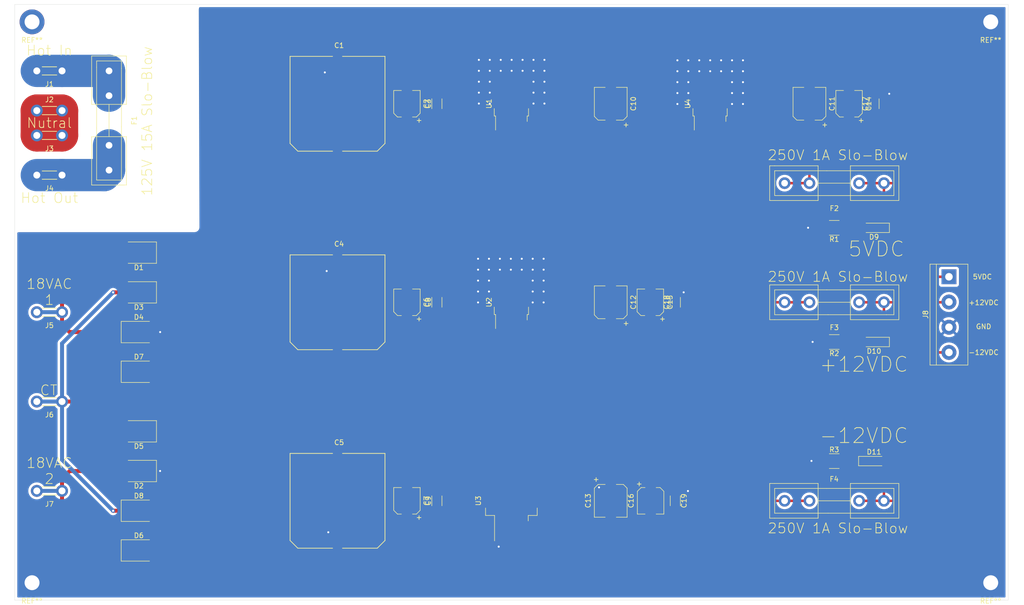
<source format=kicad_pcb>
(kicad_pcb (version 20171130) (host pcbnew "(5.1.5)-3")

  (general
    (thickness 1.6)
    (drawings 21)
    (tracks 369)
    (zones 0)
    (modules 53)
    (nets 20)
  )

  (page A4)
  (layers
    (0 F.Cu signal)
    (31 B.Cu signal)
    (32 B.Adhes user)
    (33 F.Adhes user)
    (34 B.Paste user)
    (35 F.Paste user)
    (36 B.SilkS user)
    (37 F.SilkS user)
    (38 B.Mask user)
    (39 F.Mask user)
    (40 Dwgs.User user)
    (41 Cmts.User user)
    (42 Eco1.User user)
    (43 Eco2.User user)
    (44 Edge.Cuts user)
    (45 Margin user)
    (46 B.CrtYd user)
    (47 F.CrtYd user)
    (48 B.Fab user)
    (49 F.Fab user)
  )

  (setup
    (last_trace_width 0.25)
    (trace_clearance 0.2)
    (zone_clearance 0.508)
    (zone_45_only no)
    (trace_min 0.2)
    (via_size 0.8)
    (via_drill 0.4)
    (via_min_size 0.4)
    (via_min_drill 0.3)
    (uvia_size 0.3)
    (uvia_drill 0.1)
    (uvias_allowed no)
    (uvia_min_size 0.2)
    (uvia_min_drill 0.1)
    (edge_width 0.05)
    (segment_width 0.2)
    (pcb_text_width 0.3)
    (pcb_text_size 1.5 1.5)
    (mod_edge_width 0.12)
    (mod_text_size 1 1)
    (mod_text_width 0.15)
    (pad_size 5 5)
    (pad_drill 3)
    (pad_to_mask_clearance 0.051)
    (solder_mask_min_width 0.25)
    (aux_axis_origin 0 0)
    (visible_elements 7FFFFFFF)
    (pcbplotparams
      (layerselection 0x010e0_ffffffff)
      (usegerberextensions false)
      (usegerberattributes false)
      (usegerberadvancedattributes false)
      (creategerberjobfile false)
      (excludeedgelayer true)
      (linewidth 0.100000)
      (plotframeref false)
      (viasonmask false)
      (mode 1)
      (useauxorigin false)
      (hpglpennumber 1)
      (hpglpenspeed 20)
      (hpglpendiameter 15.000000)
      (psnegative false)
      (psa4output false)
      (plotreference true)
      (plotvalue true)
      (plotinvisibletext false)
      (padsonsilk false)
      (subtractmaskfromsilk false)
      (outputformat 1)
      (mirror false)
      (drillshape 0)
      (scaleselection 1)
      (outputdirectory "Gerbers/"))
  )

  (net 0 "")
  (net 1 /+18VDC)
  (net 2 /0VDC)
  (net 3 /-18VDC)
  (net 4 "Net-(C10-Pad1)")
  (net 5 /+5VDC)
  (net 6 /+12VDC)
  (net 7 /-12VDC)
  (net 8 /18VAC_1)
  (net 9 /18VAC_2)
  (net 10 GNDPWR)
  (net 11 "Net-(D9-Pad2)")
  (net 12 "Net-(D10-Pad2)")
  (net 13 "Net-(D11-Pad1)")
  (net 14 /HOT_IN)
  (net 15 /HOT_OUT)
  (net 16 /NUT)
  (net 17 "Net-(D9-Pad1)")
  (net 18 "Net-(D10-Pad1)")
  (net 19 "Net-(D11-Pad2)")

  (net_class Default "This is the default net class."
    (clearance 0.2)
    (trace_width 0.25)
    (via_dia 0.8)
    (via_drill 0.4)
    (uvia_dia 0.3)
    (uvia_drill 0.1)
  )

  (net_class HighVolt ""
    (clearance 0.5)
    (trace_width 6.5)
    (via_dia 0.8)
    (via_drill 0.4)
    (uvia_dia 0.3)
    (uvia_drill 0.1)
    (add_net /HOT_IN)
    (add_net /HOT_OUT)
    (add_net /NUT)
  )

  (net_class PWR ""
    (clearance 0.2)
    (trace_width 0.5)
    (via_dia 0.8)
    (via_drill 0.4)
    (uvia_dia 0.3)
    (uvia_drill 0.1)
    (add_net /+12VDC)
    (add_net /+5VDC)
    (add_net /-12VDC)
    (add_net /-18VDC)
    (add_net /0VDC)
    (add_net "Net-(C10-Pad1)")
    (add_net "Net-(D10-Pad1)")
    (add_net "Net-(D10-Pad2)")
    (add_net "Net-(D11-Pad1)")
    (add_net "Net-(D11-Pad2)")
    (add_net "Net-(D9-Pad1)")
    (add_net "Net-(D9-Pad2)")
  )

  (net_class PreReg ""
    (clearance 0.5)
    (trace_width 0.8)
    (via_dia 0.8)
    (via_drill 0.4)
    (uvia_dia 0.3)
    (uvia_drill 0.1)
    (add_net /+18VDC)
    (add_net /18VAC_1)
    (add_net /18VAC_2)
    (add_net GNDPWR)
  )

  (module Custom_Library:Mount_Hole_3mm (layer F.Cu) (tedit 5FBE7BC3) (tstamp 5FBEB26A)
    (at 196.5 116.5)
    (fp_text reference REF** (at 0 3.683) (layer F.SilkS)
      (effects (font (size 1 1) (thickness 0.15)))
    )
    (fp_text value Mount_Hole_3mm (at 0.127 -3.556) (layer F.Fab)
      (effects (font (size 1 1) (thickness 0.15)))
    )
    (pad 1 thru_hole circle (at 0 0) (size 5 5) (drill 3) (layers *.Cu *.Mask)
      (net 2 /0VDC) (zone_connect 2))
  )

  (module Custom_Library:Mount_Hole_3mm (layer F.Cu) (tedit 5FBE7BD0) (tstamp 5FBEB262)
    (at 3.5 116.5)
    (fp_text reference REF** (at 0 3.683) (layer F.SilkS)
      (effects (font (size 1 1) (thickness 0.15)))
    )
    (fp_text value Mount_Hole_3mm (at 0.127 -3.556) (layer F.Fab)
      (effects (font (size 1 1) (thickness 0.15)))
    )
    (pad 1 thru_hole circle (at 0 0) (size 5 5) (drill 3) (layers *.Cu *.Mask)
      (net 2 /0VDC) (zone_connect 2))
  )

  (module Custom_Library:Mount_Hole_3mm (layer F.Cu) (tedit 5B833AD6) (tstamp 5FBEB25A)
    (at 3.5 3.5)
    (fp_text reference REF** (at 0 3.683) (layer F.SilkS)
      (effects (font (size 1 1) (thickness 0.15)))
    )
    (fp_text value Mount_Hole_3mm (at 0.127 -3.556) (layer F.Fab)
      (effects (font (size 1 1) (thickness 0.15)))
    )
    (pad 1 thru_hole circle (at 0 0) (size 5 5) (drill 3) (layers *.Cu *.Mask))
  )

  (module Custom_Library:Mount_Hole_3mm (layer F.Cu) (tedit 5FBE7B93) (tstamp 5FBEB254)
    (at 196.5 3.5)
    (fp_text reference REF** (at 0 3.683) (layer F.SilkS)
      (effects (font (size 1 1) (thickness 0.15)))
    )
    (fp_text value Mount_Hole_3mm (at 0.127 -3.556) (layer F.Fab)
      (effects (font (size 1 1) (thickness 0.15)))
    )
    (pad 1 thru_hole circle (at 0 0) (size 5 5) (drill 3) (layers *.Cu *.Mask)
      (net 2 /0VDC) (zone_connect 2))
  )

  (module Fuse_Holders_and_Fuses:Fuseholder5x20_horiz_open_inline_Type-I (layer F.Cu) (tedit 5880C3AD) (tstamp 5E1A2A5E)
    (at 19 13.3782 270)
    (descr "Fuseholder, 5x20, open, horizontal, Type-I, Inline,")
    (tags "Fuseholder 5x20 open horizontal Type-I Inline Sicherungshalter offen ")
    (path /5E1A241E)
    (fp_text reference F1 (at 10 -5.08 90) (layer F.SilkS)
      (effects (font (size 1 1) (thickness 0.15)))
    )
    (fp_text value Fuse (at 11.27 5.08 90) (layer F.Fab)
      (effects (font (size 1 1) (thickness 0.15)))
    )
    (fp_line (start 23.15 3.65) (end -3.2 3.65) (layer F.CrtYd) (width 0.05))
    (fp_line (start 23.15 3.65) (end 23.15 -3.65) (layer F.CrtYd) (width 0.05))
    (fp_line (start -3.2 -3.65) (end -3.2 3.65) (layer F.CrtYd) (width 0.05))
    (fp_line (start -3.2 -3.65) (end 23.15 -3.65) (layer F.CrtYd) (width 0.05))
    (fp_line (start 6.75 -3.5) (end 6.75 3.5) (layer F.SilkS) (width 0.12))
    (fp_line (start 6.75 3.5) (end -3 3.5) (layer F.SilkS) (width 0.12))
    (fp_line (start -3 -3.5) (end -3 3.5) (layer F.SilkS) (width 0.12))
    (fp_line (start 6.75 -3.5) (end -3 -3.5) (layer F.SilkS) (width 0.12))
    (fp_line (start -2 -2.5) (end -2 2.5) (layer F.SilkS) (width 0.12))
    (fp_line (start 23 3.5) (end 22 3.5) (layer F.SilkS) (width 0.12))
    (fp_line (start 23 -3.5) (end 23 3.5) (layer F.SilkS) (width 0.12))
    (fp_line (start 23 -3.5) (end 22 -3.5) (layer F.SilkS) (width 0.12))
    (fp_line (start 22 -2.5) (end 22 2.5) (layer F.SilkS) (width 0.12))
    (fp_line (start 22 -2.5) (end 11.25 -2.5) (layer F.SilkS) (width 0.12))
    (fp_line (start 22 2.5) (end 11.5 2.5) (layer F.SilkS) (width 0.12))
    (fp_line (start 11.25 -2.5) (end -0.5 -2.5) (layer F.SilkS) (width 0.12))
    (fp_line (start 11.5 2.5) (end -0.75 2.5) (layer F.SilkS) (width 0.12))
    (fp_line (start -0.5 -2.5) (end -2 -2.5) (layer F.SilkS) (width 0.12))
    (fp_line (start -0.75 2.5) (end -2 2.5) (layer F.SilkS) (width 0.12))
    (fp_line (start 22 -3.5) (end 13.25 -3.5) (layer F.SilkS) (width 0.12))
    (fp_line (start 22 3.5) (end 13.25 3.5) (layer F.SilkS) (width 0.12))
    (fp_line (start 13.25 -3.5) (end 13.25 3.5) (layer F.SilkS) (width 0.12))
    (fp_line (start 13.25 0) (end 6.75 0) (layer F.SilkS) (width 0.12))
    (fp_line (start -2.9 3.4) (end -2.9 -3.4) (layer F.Fab) (width 0.1))
    (fp_line (start 6.65 3.4) (end -2.9 3.4) (layer F.Fab) (width 0.1))
    (fp_line (start 6.65 -3.4) (end 6.65 3.4) (layer F.Fab) (width 0.1))
    (fp_line (start -2.95 -3.4) (end 6.65 -3.4) (layer F.Fab) (width 0.1))
    (fp_line (start 22.9 -3.4) (end 13.35 -3.4) (layer F.Fab) (width 0.1))
    (fp_line (start 22.9 3.4) (end 22.9 -3.4) (layer F.Fab) (width 0.1))
    (fp_line (start 13.35 3.4) (end 22.9 3.4) (layer F.Fab) (width 0.1))
    (fp_line (start 13.35 -3.4) (end 13.35 3.4) (layer F.Fab) (width 0.1))
    (fp_line (start -2 2.5) (end -2 -2.5) (layer F.Fab) (width 0.1))
    (fp_line (start 22 2.5) (end -2 2.5) (layer F.Fab) (width 0.1))
    (fp_line (start 22 -2.5) (end 22 2.5) (layer F.Fab) (width 0.1))
    (fp_line (start -2 -2.5) (end 22 -2.5) (layer F.Fab) (width 0.1))
    (fp_line (start 5 0) (end 15 0) (layer F.Fab) (width 0.1))
    (pad 1 thru_hole circle (at 0 0 270) (size 2.35 2.35) (drill 1.35) (layers *.Cu *.Mask)
      (net 14 /HOT_IN))
    (pad 1 thru_hole circle (at 5 0 270) (size 2.35 2.35) (drill 1.35) (layers *.Cu *.Mask)
      (net 14 /HOT_IN))
    (pad 2 thru_hole circle (at 20 0 270) (size 2.35 2.35) (drill 1.35) (layers *.Cu *.Mask)
      (net 15 /HOT_OUT))
    (pad 2 thru_hole circle (at 15 0 270) (size 2.35 2.35) (drill 1.35) (layers *.Cu *.Mask)
      (net 15 /HOT_OUT))
  )

  (module Custom_Library:TAB_Conn (layer F.Cu) (tedit 5E1A0FE3) (tstamp 5E1A2B12)
    (at 7 80)
    (path /5E1AB320)
    (fp_text reference J6 (at 0 2.667) (layer F.SilkS)
      (effects (font (size 1 1) (thickness 0.15)))
    )
    (fp_text value CT (at 0 -2.286) (layer F.Fab)
      (effects (font (size 1 1) (thickness 0.15)))
    )
    (fp_line (start -1.46 -0.825) (end 1.46 -0.825) (layer F.SilkS) (width 0.15))
    (fp_line (start -1.46 0.825) (end 1.49 0.825) (layer F.SilkS) (width 0.15))
    (pad 1 thru_hole circle (at 2.54 0) (size 2.4 2.4) (drill 1.4) (layers *.Cu *.Mask)
      (net 10 GNDPWR))
    (pad 1 thru_hole circle (at -2.54 0) (size 2.4 2.4) (drill 1.4) (layers *.Cu *.Mask)
      (net 10 GNDPWR))
  )

  (module "Custom_Library:CP_Elec_18 x 21.5" (layer F.Cu) (tedit 5E1A1C70) (tstamp 5E1A2799)
    (at 65 20 180)
    (path /5E1DF8BD)
    (fp_text reference C1 (at -0.3175 11.7475) (layer F.SilkS)
      (effects (font (size 1 1) (thickness 0.15)))
    )
    (fp_text value 2200uF (at 0.0635 -11.049) (layer F.Fab)
      (effects (font (size 1 1) (thickness 0.15)))
    )
    (fp_line (start 1 9.55) (end 9.55 9.55) (layer F.SilkS) (width 0.15))
    (fp_line (start 9.55 9.55) (end 9.55 -8) (layer F.SilkS) (width 0.15))
    (fp_line (start 1 -9.55) (end 8 -9.55) (layer F.SilkS) (width 0.15))
    (fp_line (start 8 -9.55) (end 9.55 -8) (layer F.SilkS) (width 0.15))
    (fp_line (start -9.55 9.55) (end -9.55 -8) (layer F.SilkS) (width 0.15))
    (fp_line (start -1 9.55) (end -9.55 9.55) (layer F.SilkS) (width 0.15))
    (fp_line (start -9.55 -8) (end -8 -9.55) (layer F.SilkS) (width 0.15))
    (fp_line (start -1 -9.55) (end -8 -9.55) (layer F.SilkS) (width 0.15))
    (pad 1 smd rect (at 0 -6.325 180) (size 1.4 6.4) (layers F.Cu F.Paste F.Mask)
      (net 1 /+18VDC))
    (pad 2 smd rect (at 0 6.325 180) (size 1.4 6.4) (layers F.Cu F.Paste F.Mask)
      (net 2 /0VDC))
  )

  (module Capacitors_SMD:CP_Elec_5x5.3 (layer F.Cu) (tedit 58AA8A8F) (tstamp 5E1A27B5)
    (at 79 20 90)
    (descr "SMT capacitor, aluminium electrolytic, 5x5.3")
    (path /5E356455)
    (attr smd)
    (fp_text reference C2 (at 0 3.92 90) (layer F.SilkS)
      (effects (font (size 1 1) (thickness 0.15)))
    )
    (fp_text value 10uF (at 0 -3.92 90) (layer F.Fab)
      (effects (font (size 1 1) (thickness 0.15)))
    )
    (fp_line (start 3.95 2.74) (end -3.95 2.74) (layer F.CrtYd) (width 0.05))
    (fp_line (start 3.95 2.74) (end 3.95 -2.79) (layer F.CrtYd) (width 0.05))
    (fp_line (start -3.95 -2.79) (end -3.95 2.74) (layer F.CrtYd) (width 0.05))
    (fp_line (start -3.95 -2.79) (end 3.95 -2.79) (layer F.CrtYd) (width 0.05))
    (fp_line (start -1.91 2.64) (end 2.67 2.64) (layer F.SilkS) (width 0.12))
    (fp_line (start -2.67 1.88) (end -1.91 2.64) (layer F.SilkS) (width 0.12))
    (fp_line (start -1.91 -2.69) (end -2.67 -1.93) (layer F.SilkS) (width 0.12))
    (fp_line (start 2.67 -2.69) (end -1.91 -2.69) (layer F.SilkS) (width 0.12))
    (fp_line (start -2.67 -1.93) (end -2.67 -1.14) (layer F.SilkS) (width 0.12))
    (fp_line (start -2.67 1.88) (end -2.67 1.09) (layer F.SilkS) (width 0.12))
    (fp_line (start 2.67 2.64) (end 2.67 1.09) (layer F.SilkS) (width 0.12))
    (fp_line (start 2.67 -2.69) (end 2.67 -1.14) (layer F.SilkS) (width 0.12))
    (fp_line (start 2.51 -2.54) (end -1.84 -2.54) (layer F.Fab) (width 0.1))
    (fp_line (start -1.84 -2.54) (end -2.51 -1.87) (layer F.Fab) (width 0.1))
    (fp_line (start -2.51 -1.87) (end -2.51 1.82) (layer F.Fab) (width 0.1))
    (fp_line (start -2.51 1.82) (end -1.84 2.49) (layer F.Fab) (width 0.1))
    (fp_line (start -1.84 2.49) (end 2.51 2.49) (layer F.Fab) (width 0.1))
    (fp_line (start 2.51 2.49) (end 2.51 -2.54) (layer F.Fab) (width 0.1))
    (fp_text user %R (at 0 3.92 90) (layer F.Fab)
      (effects (font (size 1 1) (thickness 0.15)))
    )
    (fp_text user + (at -3.38 2.34 90) (layer F.SilkS)
      (effects (font (size 1 1) (thickness 0.15)))
    )
    (fp_text user + (at -1.37 -0.08 90) (layer F.Fab)
      (effects (font (size 1 1) (thickness 0.15)))
    )
    (fp_circle (center 0 0) (end 0.3 2.4) (layer F.Fab) (width 0.1))
    (pad 2 smd rect (at 2.2 0 270) (size 3 1.6) (layers F.Cu F.Paste F.Mask)
      (net 2 /0VDC))
    (pad 1 smd rect (at -2.2 0 270) (size 3 1.6) (layers F.Cu F.Paste F.Mask)
      (net 1 /+18VDC))
    (model Capacitors_SMD.3dshapes/CP_Elec_5x5.3.wrl
      (at (xyz 0 0 0))
      (scale (xyz 1 1 1))
      (rotate (xyz 0 0 180))
    )
  )

  (module Capacitors_SMD:C_1206_HandSoldering (layer F.Cu) (tedit 58AA84D1) (tstamp 5E1A27C6)
    (at 85 20 90)
    (descr "Capacitor SMD 1206, hand soldering")
    (tags "capacitor 1206")
    (path /5E1DF895)
    (attr smd)
    (fp_text reference C3 (at 0 -1.75 90) (layer F.SilkS)
      (effects (font (size 1 1) (thickness 0.15)))
    )
    (fp_text value 0.1uF (at 0 2 90) (layer F.Fab)
      (effects (font (size 1 1) (thickness 0.15)))
    )
    (fp_line (start 3.25 1.05) (end -3.25 1.05) (layer F.CrtYd) (width 0.05))
    (fp_line (start 3.25 1.05) (end 3.25 -1.05) (layer F.CrtYd) (width 0.05))
    (fp_line (start -3.25 -1.05) (end -3.25 1.05) (layer F.CrtYd) (width 0.05))
    (fp_line (start -3.25 -1.05) (end 3.25 -1.05) (layer F.CrtYd) (width 0.05))
    (fp_line (start -1 1.02) (end 1 1.02) (layer F.SilkS) (width 0.12))
    (fp_line (start 1 -1.02) (end -1 -1.02) (layer F.SilkS) (width 0.12))
    (fp_line (start -1.6 -0.8) (end 1.6 -0.8) (layer F.Fab) (width 0.1))
    (fp_line (start 1.6 -0.8) (end 1.6 0.8) (layer F.Fab) (width 0.1))
    (fp_line (start 1.6 0.8) (end -1.6 0.8) (layer F.Fab) (width 0.1))
    (fp_line (start -1.6 0.8) (end -1.6 -0.8) (layer F.Fab) (width 0.1))
    (fp_text user %R (at 0 -1.75 90) (layer F.Fab)
      (effects (font (size 1 1) (thickness 0.15)))
    )
    (pad 2 smd rect (at 2 0 90) (size 2 1.6) (layers F.Cu F.Paste F.Mask)
      (net 2 /0VDC))
    (pad 1 smd rect (at -2 0 90) (size 2 1.6) (layers F.Cu F.Paste F.Mask)
      (net 1 /+18VDC))
    (model Capacitors_SMD.3dshapes/C_1206.wrl
      (at (xyz 0 0 0))
      (scale (xyz 1 1 1))
      (rotate (xyz 0 0 0))
    )
  )

  (module "Custom_Library:CP_Elec_18 x 21.5" (layer F.Cu) (tedit 5E1A1C70) (tstamp 5E1A27D4)
    (at 65 60 180)
    (path /5E1A88D6)
    (fp_text reference C4 (at -0.3175 11.7475) (layer F.SilkS)
      (effects (font (size 1 1) (thickness 0.15)))
    )
    (fp_text value 2200uF (at 0.0635 -11.049) (layer F.Fab)
      (effects (font (size 1 1) (thickness 0.15)))
    )
    (fp_line (start -1 -9.55) (end -8 -9.55) (layer F.SilkS) (width 0.15))
    (fp_line (start -9.55 -8) (end -8 -9.55) (layer F.SilkS) (width 0.15))
    (fp_line (start -1 9.55) (end -9.55 9.55) (layer F.SilkS) (width 0.15))
    (fp_line (start -9.55 9.55) (end -9.55 -8) (layer F.SilkS) (width 0.15))
    (fp_line (start 8 -9.55) (end 9.55 -8) (layer F.SilkS) (width 0.15))
    (fp_line (start 1 -9.55) (end 8 -9.55) (layer F.SilkS) (width 0.15))
    (fp_line (start 9.55 9.55) (end 9.55 -8) (layer F.SilkS) (width 0.15))
    (fp_line (start 1 9.55) (end 9.55 9.55) (layer F.SilkS) (width 0.15))
    (pad 2 smd rect (at 0 6.325 180) (size 1.4 6.4) (layers F.Cu F.Paste F.Mask)
      (net 2 /0VDC))
    (pad 1 smd rect (at 0 -6.325 180) (size 1.4 6.4) (layers F.Cu F.Paste F.Mask)
      (net 1 /+18VDC))
  )

  (module "Custom_Library:CP_Elec_18 x 21.5" (layer F.Cu) (tedit 5E1A1C70) (tstamp 5E1A27E2)
    (at 65 100 180)
    (path /5E1A90F3)
    (fp_text reference C5 (at -0.3175 11.7475) (layer F.SilkS)
      (effects (font (size 1 1) (thickness 0.15)))
    )
    (fp_text value 2200uF (at 0.0635 -11.049) (layer F.Fab)
      (effects (font (size 1 1) (thickness 0.15)))
    )
    (fp_line (start 1 9.55) (end 9.55 9.55) (layer F.SilkS) (width 0.15))
    (fp_line (start 9.55 9.55) (end 9.55 -8) (layer F.SilkS) (width 0.15))
    (fp_line (start 1 -9.55) (end 8 -9.55) (layer F.SilkS) (width 0.15))
    (fp_line (start 8 -9.55) (end 9.55 -8) (layer F.SilkS) (width 0.15))
    (fp_line (start -9.55 9.55) (end -9.55 -8) (layer F.SilkS) (width 0.15))
    (fp_line (start -1 9.55) (end -9.55 9.55) (layer F.SilkS) (width 0.15))
    (fp_line (start -9.55 -8) (end -8 -9.55) (layer F.SilkS) (width 0.15))
    (fp_line (start -1 -9.55) (end -8 -9.55) (layer F.SilkS) (width 0.15))
    (pad 1 smd rect (at 0 -6.325 180) (size 1.4 6.4) (layers F.Cu F.Paste F.Mask)
      (net 2 /0VDC))
    (pad 2 smd rect (at 0 6.325 180) (size 1.4 6.4) (layers F.Cu F.Paste F.Mask)
      (net 3 /-18VDC))
  )

  (module Capacitors_SMD:CP_Elec_5x5.3 (layer F.Cu) (tedit 58AA8A8F) (tstamp 5E1A27FE)
    (at 79 60 90)
    (descr "SMT capacitor, aluminium electrolytic, 5x5.3")
    (path /5E356E9D)
    (attr smd)
    (fp_text reference C6 (at 0 3.92 90) (layer F.SilkS)
      (effects (font (size 1 1) (thickness 0.15)))
    )
    (fp_text value 10uF (at 0 -3.92 90) (layer F.Fab)
      (effects (font (size 1 1) (thickness 0.15)))
    )
    (fp_circle (center 0 0) (end 0.3 2.4) (layer F.Fab) (width 0.1))
    (fp_text user + (at -1.37 -0.08 90) (layer F.Fab)
      (effects (font (size 1 1) (thickness 0.15)))
    )
    (fp_text user + (at -3.38 2.34 90) (layer F.SilkS)
      (effects (font (size 1 1) (thickness 0.15)))
    )
    (fp_text user %R (at 0 3.92 90) (layer F.Fab)
      (effects (font (size 1 1) (thickness 0.15)))
    )
    (fp_line (start 2.51 2.49) (end 2.51 -2.54) (layer F.Fab) (width 0.1))
    (fp_line (start -1.84 2.49) (end 2.51 2.49) (layer F.Fab) (width 0.1))
    (fp_line (start -2.51 1.82) (end -1.84 2.49) (layer F.Fab) (width 0.1))
    (fp_line (start -2.51 -1.87) (end -2.51 1.82) (layer F.Fab) (width 0.1))
    (fp_line (start -1.84 -2.54) (end -2.51 -1.87) (layer F.Fab) (width 0.1))
    (fp_line (start 2.51 -2.54) (end -1.84 -2.54) (layer F.Fab) (width 0.1))
    (fp_line (start 2.67 -2.69) (end 2.67 -1.14) (layer F.SilkS) (width 0.12))
    (fp_line (start 2.67 2.64) (end 2.67 1.09) (layer F.SilkS) (width 0.12))
    (fp_line (start -2.67 1.88) (end -2.67 1.09) (layer F.SilkS) (width 0.12))
    (fp_line (start -2.67 -1.93) (end -2.67 -1.14) (layer F.SilkS) (width 0.12))
    (fp_line (start 2.67 -2.69) (end -1.91 -2.69) (layer F.SilkS) (width 0.12))
    (fp_line (start -1.91 -2.69) (end -2.67 -1.93) (layer F.SilkS) (width 0.12))
    (fp_line (start -2.67 1.88) (end -1.91 2.64) (layer F.SilkS) (width 0.12))
    (fp_line (start -1.91 2.64) (end 2.67 2.64) (layer F.SilkS) (width 0.12))
    (fp_line (start -3.95 -2.79) (end 3.95 -2.79) (layer F.CrtYd) (width 0.05))
    (fp_line (start -3.95 -2.79) (end -3.95 2.74) (layer F.CrtYd) (width 0.05))
    (fp_line (start 3.95 2.74) (end 3.95 -2.79) (layer F.CrtYd) (width 0.05))
    (fp_line (start 3.95 2.74) (end -3.95 2.74) (layer F.CrtYd) (width 0.05))
    (pad 1 smd rect (at -2.2 0 270) (size 3 1.6) (layers F.Cu F.Paste F.Mask)
      (net 1 /+18VDC))
    (pad 2 smd rect (at 2.2 0 270) (size 3 1.6) (layers F.Cu F.Paste F.Mask)
      (net 2 /0VDC))
    (model Capacitors_SMD.3dshapes/CP_Elec_5x5.3.wrl
      (at (xyz 0 0 0))
      (scale (xyz 1 1 1))
      (rotate (xyz 0 0 180))
    )
  )

  (module Capacitors_SMD:CP_Elec_5x5.3 (layer F.Cu) (tedit 58AA8A8F) (tstamp 5E1A281A)
    (at 79 100 90)
    (descr "SMT capacitor, aluminium electrolytic, 5x5.3")
    (path /5E357460)
    (attr smd)
    (fp_text reference C7 (at 0 3.92 90) (layer F.SilkS)
      (effects (font (size 1 1) (thickness 0.15)))
    )
    (fp_text value 10uF (at 0 -3.92 90) (layer F.Fab)
      (effects (font (size 1 1) (thickness 0.15)))
    )
    (fp_line (start 3.95 2.74) (end -3.95 2.74) (layer F.CrtYd) (width 0.05))
    (fp_line (start 3.95 2.74) (end 3.95 -2.79) (layer F.CrtYd) (width 0.05))
    (fp_line (start -3.95 -2.79) (end -3.95 2.74) (layer F.CrtYd) (width 0.05))
    (fp_line (start -3.95 -2.79) (end 3.95 -2.79) (layer F.CrtYd) (width 0.05))
    (fp_line (start -1.91 2.64) (end 2.67 2.64) (layer F.SilkS) (width 0.12))
    (fp_line (start -2.67 1.88) (end -1.91 2.64) (layer F.SilkS) (width 0.12))
    (fp_line (start -1.91 -2.69) (end -2.67 -1.93) (layer F.SilkS) (width 0.12))
    (fp_line (start 2.67 -2.69) (end -1.91 -2.69) (layer F.SilkS) (width 0.12))
    (fp_line (start -2.67 -1.93) (end -2.67 -1.14) (layer F.SilkS) (width 0.12))
    (fp_line (start -2.67 1.88) (end -2.67 1.09) (layer F.SilkS) (width 0.12))
    (fp_line (start 2.67 2.64) (end 2.67 1.09) (layer F.SilkS) (width 0.12))
    (fp_line (start 2.67 -2.69) (end 2.67 -1.14) (layer F.SilkS) (width 0.12))
    (fp_line (start 2.51 -2.54) (end -1.84 -2.54) (layer F.Fab) (width 0.1))
    (fp_line (start -1.84 -2.54) (end -2.51 -1.87) (layer F.Fab) (width 0.1))
    (fp_line (start -2.51 -1.87) (end -2.51 1.82) (layer F.Fab) (width 0.1))
    (fp_line (start -2.51 1.82) (end -1.84 2.49) (layer F.Fab) (width 0.1))
    (fp_line (start -1.84 2.49) (end 2.51 2.49) (layer F.Fab) (width 0.1))
    (fp_line (start 2.51 2.49) (end 2.51 -2.54) (layer F.Fab) (width 0.1))
    (fp_text user %R (at 0 3.92 90) (layer F.Fab)
      (effects (font (size 1 1) (thickness 0.15)))
    )
    (fp_text user + (at -3.38 2.34 90) (layer F.SilkS)
      (effects (font (size 1 1) (thickness 0.15)))
    )
    (fp_text user + (at -1.37 -0.08 90) (layer F.Fab)
      (effects (font (size 1 1) (thickness 0.15)))
    )
    (fp_circle (center 0 0) (end 0.3 2.4) (layer F.Fab) (width 0.1))
    (pad 2 smd rect (at 2.2 0 270) (size 3 1.6) (layers F.Cu F.Paste F.Mask)
      (net 3 /-18VDC))
    (pad 1 smd rect (at -2.2 0 270) (size 3 1.6) (layers F.Cu F.Paste F.Mask)
      (net 2 /0VDC))
    (model Capacitors_SMD.3dshapes/CP_Elec_5x5.3.wrl
      (at (xyz 0 0 0))
      (scale (xyz 1 1 1))
      (rotate (xyz 0 0 180))
    )
  )

  (module Capacitors_SMD:C_1206_HandSoldering (layer F.Cu) (tedit 58AA84D1) (tstamp 5E1A282B)
    (at 85 60 90)
    (descr "Capacitor SMD 1206, hand soldering")
    (tags "capacitor 1206")
    (path /5E1A3AF9)
    (attr smd)
    (fp_text reference C8 (at 0 -1.75 90) (layer F.SilkS)
      (effects (font (size 1 1) (thickness 0.15)))
    )
    (fp_text value "0.1uF " (at 0 2 90) (layer F.Fab)
      (effects (font (size 1 1) (thickness 0.15)))
    )
    (fp_text user %R (at 0 -1.75 90) (layer F.Fab)
      (effects (font (size 1 1) (thickness 0.15)))
    )
    (fp_line (start -1.6 0.8) (end -1.6 -0.8) (layer F.Fab) (width 0.1))
    (fp_line (start 1.6 0.8) (end -1.6 0.8) (layer F.Fab) (width 0.1))
    (fp_line (start 1.6 -0.8) (end 1.6 0.8) (layer F.Fab) (width 0.1))
    (fp_line (start -1.6 -0.8) (end 1.6 -0.8) (layer F.Fab) (width 0.1))
    (fp_line (start 1 -1.02) (end -1 -1.02) (layer F.SilkS) (width 0.12))
    (fp_line (start -1 1.02) (end 1 1.02) (layer F.SilkS) (width 0.12))
    (fp_line (start -3.25 -1.05) (end 3.25 -1.05) (layer F.CrtYd) (width 0.05))
    (fp_line (start -3.25 -1.05) (end -3.25 1.05) (layer F.CrtYd) (width 0.05))
    (fp_line (start 3.25 1.05) (end 3.25 -1.05) (layer F.CrtYd) (width 0.05))
    (fp_line (start 3.25 1.05) (end -3.25 1.05) (layer F.CrtYd) (width 0.05))
    (pad 1 smd rect (at -2 0 90) (size 2 1.6) (layers F.Cu F.Paste F.Mask)
      (net 1 /+18VDC))
    (pad 2 smd rect (at 2 0 90) (size 2 1.6) (layers F.Cu F.Paste F.Mask)
      (net 2 /0VDC))
    (model Capacitors_SMD.3dshapes/C_1206.wrl
      (at (xyz 0 0 0))
      (scale (xyz 1 1 1))
      (rotate (xyz 0 0 0))
    )
  )

  (module Capacitors_SMD:C_1206_HandSoldering (layer F.Cu) (tedit 58AA84D1) (tstamp 5E1A283C)
    (at 85 100 90)
    (descr "Capacitor SMD 1206, hand soldering")
    (tags "capacitor 1206")
    (path /5E1A3897)
    (attr smd)
    (fp_text reference C9 (at 0 -1.75 90) (layer F.SilkS)
      (effects (font (size 1 1) (thickness 0.15)))
    )
    (fp_text value 0.1uF (at 0 2 90) (layer F.Fab)
      (effects (font (size 1 1) (thickness 0.15)))
    )
    (fp_line (start 3.25 1.05) (end -3.25 1.05) (layer F.CrtYd) (width 0.05))
    (fp_line (start 3.25 1.05) (end 3.25 -1.05) (layer F.CrtYd) (width 0.05))
    (fp_line (start -3.25 -1.05) (end -3.25 1.05) (layer F.CrtYd) (width 0.05))
    (fp_line (start -3.25 -1.05) (end 3.25 -1.05) (layer F.CrtYd) (width 0.05))
    (fp_line (start -1 1.02) (end 1 1.02) (layer F.SilkS) (width 0.12))
    (fp_line (start 1 -1.02) (end -1 -1.02) (layer F.SilkS) (width 0.12))
    (fp_line (start -1.6 -0.8) (end 1.6 -0.8) (layer F.Fab) (width 0.1))
    (fp_line (start 1.6 -0.8) (end 1.6 0.8) (layer F.Fab) (width 0.1))
    (fp_line (start 1.6 0.8) (end -1.6 0.8) (layer F.Fab) (width 0.1))
    (fp_line (start -1.6 0.8) (end -1.6 -0.8) (layer F.Fab) (width 0.1))
    (fp_text user %R (at 0 -1.75 90) (layer F.Fab)
      (effects (font (size 1 1) (thickness 0.15)))
    )
    (pad 2 smd rect (at 2 0 90) (size 2 1.6) (layers F.Cu F.Paste F.Mask)
      (net 3 /-18VDC))
    (pad 1 smd rect (at -2 0 90) (size 2 1.6) (layers F.Cu F.Paste F.Mask)
      (net 2 /0VDC))
    (model Capacitors_SMD.3dshapes/C_1206.wrl
      (at (xyz 0 0 0))
      (scale (xyz 1 1 1))
      (rotate (xyz 0 0 0))
    )
  )

  (module Capacitors_SMD:CP_Elec_6.3x5.7 (layer F.Cu) (tedit 58AA8B43) (tstamp 5E1A2858)
    (at 120 20 90)
    (descr "SMT capacitor, aluminium electrolytic, 6.3x5.7")
    (path /5E214E67)
    (attr smd)
    (fp_text reference C10 (at 0 4.56 90) (layer F.SilkS)
      (effects (font (size 1 1) (thickness 0.15)))
    )
    (fp_text value 22uF (at 0 -4.56 90) (layer F.Fab)
      (effects (font (size 1 1) (thickness 0.15)))
    )
    (fp_circle (center 0 0) (end 0.6 3) (layer F.Fab) (width 0.1))
    (fp_text user + (at -1.79 -0.06 90) (layer F.Fab)
      (effects (font (size 1 1) (thickness 0.15)))
    )
    (fp_text user + (at -4.28 3.01 90) (layer F.SilkS)
      (effects (font (size 1 1) (thickness 0.15)))
    )
    (fp_text user %R (at 0 4.56 90) (layer F.Fab)
      (effects (font (size 1 1) (thickness 0.15)))
    )
    (fp_line (start 3.15 3.15) (end 3.15 -3.15) (layer F.Fab) (width 0.1))
    (fp_line (start -2.48 3.15) (end 3.15 3.15) (layer F.Fab) (width 0.1))
    (fp_line (start -3.15 2.48) (end -2.48 3.15) (layer F.Fab) (width 0.1))
    (fp_line (start -3.15 -2.48) (end -3.15 2.48) (layer F.Fab) (width 0.1))
    (fp_line (start -2.48 -3.15) (end -3.15 -2.48) (layer F.Fab) (width 0.1))
    (fp_line (start 3.15 -3.15) (end -2.48 -3.15) (layer F.Fab) (width 0.1))
    (fp_line (start 3.3 -3.3) (end 3.3 -1.12) (layer F.SilkS) (width 0.12))
    (fp_line (start 3.3 3.3) (end 3.3 1.12) (layer F.SilkS) (width 0.12))
    (fp_line (start -3.3 2.54) (end -3.3 1.12) (layer F.SilkS) (width 0.12))
    (fp_line (start -3.3 -2.54) (end -3.3 -1.12) (layer F.SilkS) (width 0.12))
    (fp_line (start 3.3 3.3) (end -2.54 3.3) (layer F.SilkS) (width 0.12))
    (fp_line (start -2.54 3.3) (end -3.3 2.54) (layer F.SilkS) (width 0.12))
    (fp_line (start -3.3 -2.54) (end -2.54 -3.3) (layer F.SilkS) (width 0.12))
    (fp_line (start -2.54 -3.3) (end 3.3 -3.3) (layer F.SilkS) (width 0.12))
    (fp_line (start -4.7 -3.4) (end 4.7 -3.4) (layer F.CrtYd) (width 0.05))
    (fp_line (start -4.7 -3.4) (end -4.7 3.4) (layer F.CrtYd) (width 0.05))
    (fp_line (start 4.7 3.4) (end 4.7 -3.4) (layer F.CrtYd) (width 0.05))
    (fp_line (start 4.7 3.4) (end -4.7 3.4) (layer F.CrtYd) (width 0.05))
    (pad 1 smd rect (at -2.7 0 270) (size 3.5 1.6) (layers F.Cu F.Paste F.Mask)
      (net 4 "Net-(C10-Pad1)"))
    (pad 2 smd rect (at 2.7 0 270) (size 3.5 1.6) (layers F.Cu F.Paste F.Mask)
      (net 2 /0VDC))
    (model Capacitors_SMD.3dshapes/CP_Elec_6.3x5.7.wrl
      (at (xyz 0 0 0))
      (scale (xyz 1 1 1))
      (rotate (xyz 0 0 180))
    )
  )

  (module Capacitors_SMD:CP_Elec_6.3x5.7 (layer F.Cu) (tedit 58AA8B43) (tstamp 5E1A2874)
    (at 160 20 90)
    (descr "SMT capacitor, aluminium electrolytic, 6.3x5.7")
    (path /5E1DF8DB)
    (attr smd)
    (fp_text reference C11 (at 0 4.56 90) (layer F.SilkS)
      (effects (font (size 1 1) (thickness 0.15)))
    )
    (fp_text value 22uF (at 0 -4.56 90) (layer F.Fab)
      (effects (font (size 1 1) (thickness 0.15)))
    )
    (fp_line (start 4.7 3.4) (end -4.7 3.4) (layer F.CrtYd) (width 0.05))
    (fp_line (start 4.7 3.4) (end 4.7 -3.4) (layer F.CrtYd) (width 0.05))
    (fp_line (start -4.7 -3.4) (end -4.7 3.4) (layer F.CrtYd) (width 0.05))
    (fp_line (start -4.7 -3.4) (end 4.7 -3.4) (layer F.CrtYd) (width 0.05))
    (fp_line (start -2.54 -3.3) (end 3.3 -3.3) (layer F.SilkS) (width 0.12))
    (fp_line (start -3.3 -2.54) (end -2.54 -3.3) (layer F.SilkS) (width 0.12))
    (fp_line (start -2.54 3.3) (end -3.3 2.54) (layer F.SilkS) (width 0.12))
    (fp_line (start 3.3 3.3) (end -2.54 3.3) (layer F.SilkS) (width 0.12))
    (fp_line (start -3.3 -2.54) (end -3.3 -1.12) (layer F.SilkS) (width 0.12))
    (fp_line (start -3.3 2.54) (end -3.3 1.12) (layer F.SilkS) (width 0.12))
    (fp_line (start 3.3 3.3) (end 3.3 1.12) (layer F.SilkS) (width 0.12))
    (fp_line (start 3.3 -3.3) (end 3.3 -1.12) (layer F.SilkS) (width 0.12))
    (fp_line (start 3.15 -3.15) (end -2.48 -3.15) (layer F.Fab) (width 0.1))
    (fp_line (start -2.48 -3.15) (end -3.15 -2.48) (layer F.Fab) (width 0.1))
    (fp_line (start -3.15 -2.48) (end -3.15 2.48) (layer F.Fab) (width 0.1))
    (fp_line (start -3.15 2.48) (end -2.48 3.15) (layer F.Fab) (width 0.1))
    (fp_line (start -2.48 3.15) (end 3.15 3.15) (layer F.Fab) (width 0.1))
    (fp_line (start 3.15 3.15) (end 3.15 -3.15) (layer F.Fab) (width 0.1))
    (fp_text user %R (at 0 4.56 90) (layer F.Fab)
      (effects (font (size 1 1) (thickness 0.15)))
    )
    (fp_text user + (at -4.28 3.01 90) (layer F.SilkS)
      (effects (font (size 1 1) (thickness 0.15)))
    )
    (fp_text user + (at -1.79 -0.06 90) (layer F.Fab)
      (effects (font (size 1 1) (thickness 0.15)))
    )
    (fp_circle (center 0 0) (end 0.6 3) (layer F.Fab) (width 0.1))
    (pad 2 smd rect (at 2.7 0 270) (size 3.5 1.6) (layers F.Cu F.Paste F.Mask)
      (net 2 /0VDC))
    (pad 1 smd rect (at -2.7 0 270) (size 3.5 1.6) (layers F.Cu F.Paste F.Mask)
      (net 5 /+5VDC))
    (model Capacitors_SMD.3dshapes/CP_Elec_6.3x5.7.wrl
      (at (xyz 0 0 0))
      (scale (xyz 1 1 1))
      (rotate (xyz 0 0 180))
    )
  )

  (module Capacitors_SMD:CP_Elec_6.3x5.7 (layer F.Cu) (tedit 58AA8B43) (tstamp 5E1A2890)
    (at 120 60 90)
    (descr "SMT capacitor, aluminium electrolytic, 6.3x5.7")
    (path /5E1D39E9)
    (attr smd)
    (fp_text reference C12 (at 0 4.56 90) (layer F.SilkS)
      (effects (font (size 1 1) (thickness 0.15)))
    )
    (fp_text value 22uF (at 0 -4.56 90) (layer F.Fab)
      (effects (font (size 1 1) (thickness 0.15)))
    )
    (fp_line (start 4.7 3.4) (end -4.7 3.4) (layer F.CrtYd) (width 0.05))
    (fp_line (start 4.7 3.4) (end 4.7 -3.4) (layer F.CrtYd) (width 0.05))
    (fp_line (start -4.7 -3.4) (end -4.7 3.4) (layer F.CrtYd) (width 0.05))
    (fp_line (start -4.7 -3.4) (end 4.7 -3.4) (layer F.CrtYd) (width 0.05))
    (fp_line (start -2.54 -3.3) (end 3.3 -3.3) (layer F.SilkS) (width 0.12))
    (fp_line (start -3.3 -2.54) (end -2.54 -3.3) (layer F.SilkS) (width 0.12))
    (fp_line (start -2.54 3.3) (end -3.3 2.54) (layer F.SilkS) (width 0.12))
    (fp_line (start 3.3 3.3) (end -2.54 3.3) (layer F.SilkS) (width 0.12))
    (fp_line (start -3.3 -2.54) (end -3.3 -1.12) (layer F.SilkS) (width 0.12))
    (fp_line (start -3.3 2.54) (end -3.3 1.12) (layer F.SilkS) (width 0.12))
    (fp_line (start 3.3 3.3) (end 3.3 1.12) (layer F.SilkS) (width 0.12))
    (fp_line (start 3.3 -3.3) (end 3.3 -1.12) (layer F.SilkS) (width 0.12))
    (fp_line (start 3.15 -3.15) (end -2.48 -3.15) (layer F.Fab) (width 0.1))
    (fp_line (start -2.48 -3.15) (end -3.15 -2.48) (layer F.Fab) (width 0.1))
    (fp_line (start -3.15 -2.48) (end -3.15 2.48) (layer F.Fab) (width 0.1))
    (fp_line (start -3.15 2.48) (end -2.48 3.15) (layer F.Fab) (width 0.1))
    (fp_line (start -2.48 3.15) (end 3.15 3.15) (layer F.Fab) (width 0.1))
    (fp_line (start 3.15 3.15) (end 3.15 -3.15) (layer F.Fab) (width 0.1))
    (fp_text user %R (at 0 4.56 90) (layer F.Fab)
      (effects (font (size 1 1) (thickness 0.15)))
    )
    (fp_text user + (at -4.28 3.01 90) (layer F.SilkS)
      (effects (font (size 1 1) (thickness 0.15)))
    )
    (fp_text user + (at -1.79 -0.06 90) (layer F.Fab)
      (effects (font (size 1 1) (thickness 0.15)))
    )
    (fp_circle (center 0 0) (end 0.6 3) (layer F.Fab) (width 0.1))
    (pad 2 smd rect (at 2.7 0 270) (size 3.5 1.6) (layers F.Cu F.Paste F.Mask)
      (net 2 /0VDC))
    (pad 1 smd rect (at -2.7 0 270) (size 3.5 1.6) (layers F.Cu F.Paste F.Mask)
      (net 6 /+12VDC))
    (model Capacitors_SMD.3dshapes/CP_Elec_6.3x5.7.wrl
      (at (xyz 0 0 0))
      (scale (xyz 1 1 1))
      (rotate (xyz 0 0 180))
    )
  )

  (module Capacitors_SMD:CP_Elec_6.3x5.7 (layer F.Cu) (tedit 58AA8B43) (tstamp 5E1A28AC)
    (at 120 100 270)
    (descr "SMT capacitor, aluminium electrolytic, 6.3x5.7")
    (path /5E1D3F59)
    (attr smd)
    (fp_text reference C13 (at 0 4.56 90) (layer F.SilkS)
      (effects (font (size 1 1) (thickness 0.15)))
    )
    (fp_text value 22uF (at 0 -4.56 90) (layer F.Fab)
      (effects (font (size 1 1) (thickness 0.15)))
    )
    (fp_circle (center 0 0) (end 0.6 3) (layer F.Fab) (width 0.1))
    (fp_text user + (at -1.79 -0.06 90) (layer F.Fab)
      (effects (font (size 1 1) (thickness 0.15)))
    )
    (fp_text user + (at -4.28 3.01 90) (layer F.SilkS)
      (effects (font (size 1 1) (thickness 0.15)))
    )
    (fp_text user %R (at 0 4.56 90) (layer F.Fab)
      (effects (font (size 1 1) (thickness 0.15)))
    )
    (fp_line (start 3.15 3.15) (end 3.15 -3.15) (layer F.Fab) (width 0.1))
    (fp_line (start -2.48 3.15) (end 3.15 3.15) (layer F.Fab) (width 0.1))
    (fp_line (start -3.15 2.48) (end -2.48 3.15) (layer F.Fab) (width 0.1))
    (fp_line (start -3.15 -2.48) (end -3.15 2.48) (layer F.Fab) (width 0.1))
    (fp_line (start -2.48 -3.15) (end -3.15 -2.48) (layer F.Fab) (width 0.1))
    (fp_line (start 3.15 -3.15) (end -2.48 -3.15) (layer F.Fab) (width 0.1))
    (fp_line (start 3.3 -3.3) (end 3.3 -1.12) (layer F.SilkS) (width 0.12))
    (fp_line (start 3.3 3.3) (end 3.3 1.12) (layer F.SilkS) (width 0.12))
    (fp_line (start -3.3 2.54) (end -3.3 1.12) (layer F.SilkS) (width 0.12))
    (fp_line (start -3.3 -2.54) (end -3.3 -1.12) (layer F.SilkS) (width 0.12))
    (fp_line (start 3.3 3.3) (end -2.54 3.3) (layer F.SilkS) (width 0.12))
    (fp_line (start -2.54 3.3) (end -3.3 2.54) (layer F.SilkS) (width 0.12))
    (fp_line (start -3.3 -2.54) (end -2.54 -3.3) (layer F.SilkS) (width 0.12))
    (fp_line (start -2.54 -3.3) (end 3.3 -3.3) (layer F.SilkS) (width 0.12))
    (fp_line (start -4.7 -3.4) (end 4.7 -3.4) (layer F.CrtYd) (width 0.05))
    (fp_line (start -4.7 -3.4) (end -4.7 3.4) (layer F.CrtYd) (width 0.05))
    (fp_line (start 4.7 3.4) (end 4.7 -3.4) (layer F.CrtYd) (width 0.05))
    (fp_line (start 4.7 3.4) (end -4.7 3.4) (layer F.CrtYd) (width 0.05))
    (pad 1 smd rect (at -2.7 0 90) (size 3.5 1.6) (layers F.Cu F.Paste F.Mask)
      (net 2 /0VDC))
    (pad 2 smd rect (at 2.7 0 90) (size 3.5 1.6) (layers F.Cu F.Paste F.Mask)
      (net 7 /-12VDC))
    (model Capacitors_SMD.3dshapes/CP_Elec_6.3x5.7.wrl
      (at (xyz 0 0 0))
      (scale (xyz 1 1 1))
      (rotate (xyz 0 0 180))
    )
  )

  (module Capacitors_SMD:CP_Elec_5x5.3 (layer F.Cu) (tedit 58AA8A8F) (tstamp 5E1A28C8)
    (at 168 20 90)
    (descr "SMT capacitor, aluminium electrolytic, 5x5.3")
    (path /5E357B4B)
    (attr smd)
    (fp_text reference C14 (at 0 3.92 90) (layer F.SilkS)
      (effects (font (size 1 1) (thickness 0.15)))
    )
    (fp_text value 10uF (at 0 -3.92 90) (layer F.Fab)
      (effects (font (size 1 1) (thickness 0.15)))
    )
    (fp_circle (center 0 0) (end 0.3 2.4) (layer F.Fab) (width 0.1))
    (fp_text user + (at -1.37 -0.08 90) (layer F.Fab)
      (effects (font (size 1 1) (thickness 0.15)))
    )
    (fp_text user + (at -3.38 2.34 90) (layer F.SilkS)
      (effects (font (size 1 1) (thickness 0.15)))
    )
    (fp_text user %R (at 0 3.92 90) (layer F.Fab)
      (effects (font (size 1 1) (thickness 0.15)))
    )
    (fp_line (start 2.51 2.49) (end 2.51 -2.54) (layer F.Fab) (width 0.1))
    (fp_line (start -1.84 2.49) (end 2.51 2.49) (layer F.Fab) (width 0.1))
    (fp_line (start -2.51 1.82) (end -1.84 2.49) (layer F.Fab) (width 0.1))
    (fp_line (start -2.51 -1.87) (end -2.51 1.82) (layer F.Fab) (width 0.1))
    (fp_line (start -1.84 -2.54) (end -2.51 -1.87) (layer F.Fab) (width 0.1))
    (fp_line (start 2.51 -2.54) (end -1.84 -2.54) (layer F.Fab) (width 0.1))
    (fp_line (start 2.67 -2.69) (end 2.67 -1.14) (layer F.SilkS) (width 0.12))
    (fp_line (start 2.67 2.64) (end 2.67 1.09) (layer F.SilkS) (width 0.12))
    (fp_line (start -2.67 1.88) (end -2.67 1.09) (layer F.SilkS) (width 0.12))
    (fp_line (start -2.67 -1.93) (end -2.67 -1.14) (layer F.SilkS) (width 0.12))
    (fp_line (start 2.67 -2.69) (end -1.91 -2.69) (layer F.SilkS) (width 0.12))
    (fp_line (start -1.91 -2.69) (end -2.67 -1.93) (layer F.SilkS) (width 0.12))
    (fp_line (start -2.67 1.88) (end -1.91 2.64) (layer F.SilkS) (width 0.12))
    (fp_line (start -1.91 2.64) (end 2.67 2.64) (layer F.SilkS) (width 0.12))
    (fp_line (start -3.95 -2.79) (end 3.95 -2.79) (layer F.CrtYd) (width 0.05))
    (fp_line (start -3.95 -2.79) (end -3.95 2.74) (layer F.CrtYd) (width 0.05))
    (fp_line (start 3.95 2.74) (end 3.95 -2.79) (layer F.CrtYd) (width 0.05))
    (fp_line (start 3.95 2.74) (end -3.95 2.74) (layer F.CrtYd) (width 0.05))
    (pad 1 smd rect (at -2.2 0 270) (size 3 1.6) (layers F.Cu F.Paste F.Mask)
      (net 5 /+5VDC))
    (pad 2 smd rect (at 2.2 0 270) (size 3 1.6) (layers F.Cu F.Paste F.Mask)
      (net 2 /0VDC))
    (model Capacitors_SMD.3dshapes/CP_Elec_5x5.3.wrl
      (at (xyz 0 0 0))
      (scale (xyz 1 1 1))
      (rotate (xyz 0 0 180))
    )
  )

  (module Capacitors_SMD:CP_Elec_5x5.3 (layer F.Cu) (tedit 58AA8A8F) (tstamp 5E1A28E4)
    (at 128 60 90)
    (descr "SMT capacitor, aluminium electrolytic, 5x5.3")
    (path /5E3583F2)
    (attr smd)
    (fp_text reference C15 (at 0 3.92 90) (layer F.SilkS)
      (effects (font (size 1 1) (thickness 0.15)))
    )
    (fp_text value 10uF (at 0 -3.92 90) (layer F.Fab)
      (effects (font (size 1 1) (thickness 0.15)))
    )
    (fp_line (start 3.95 2.74) (end -3.95 2.74) (layer F.CrtYd) (width 0.05))
    (fp_line (start 3.95 2.74) (end 3.95 -2.79) (layer F.CrtYd) (width 0.05))
    (fp_line (start -3.95 -2.79) (end -3.95 2.74) (layer F.CrtYd) (width 0.05))
    (fp_line (start -3.95 -2.79) (end 3.95 -2.79) (layer F.CrtYd) (width 0.05))
    (fp_line (start -1.91 2.64) (end 2.67 2.64) (layer F.SilkS) (width 0.12))
    (fp_line (start -2.67 1.88) (end -1.91 2.64) (layer F.SilkS) (width 0.12))
    (fp_line (start -1.91 -2.69) (end -2.67 -1.93) (layer F.SilkS) (width 0.12))
    (fp_line (start 2.67 -2.69) (end -1.91 -2.69) (layer F.SilkS) (width 0.12))
    (fp_line (start -2.67 -1.93) (end -2.67 -1.14) (layer F.SilkS) (width 0.12))
    (fp_line (start -2.67 1.88) (end -2.67 1.09) (layer F.SilkS) (width 0.12))
    (fp_line (start 2.67 2.64) (end 2.67 1.09) (layer F.SilkS) (width 0.12))
    (fp_line (start 2.67 -2.69) (end 2.67 -1.14) (layer F.SilkS) (width 0.12))
    (fp_line (start 2.51 -2.54) (end -1.84 -2.54) (layer F.Fab) (width 0.1))
    (fp_line (start -1.84 -2.54) (end -2.51 -1.87) (layer F.Fab) (width 0.1))
    (fp_line (start -2.51 -1.87) (end -2.51 1.82) (layer F.Fab) (width 0.1))
    (fp_line (start -2.51 1.82) (end -1.84 2.49) (layer F.Fab) (width 0.1))
    (fp_line (start -1.84 2.49) (end 2.51 2.49) (layer F.Fab) (width 0.1))
    (fp_line (start 2.51 2.49) (end 2.51 -2.54) (layer F.Fab) (width 0.1))
    (fp_text user %R (at 0 3.92 90) (layer F.Fab)
      (effects (font (size 1 1) (thickness 0.15)))
    )
    (fp_text user + (at -3.38 2.34 90) (layer F.SilkS)
      (effects (font (size 1 1) (thickness 0.15)))
    )
    (fp_text user + (at -1.37 -0.08 90) (layer F.Fab)
      (effects (font (size 1 1) (thickness 0.15)))
    )
    (fp_circle (center 0 0) (end 0.3 2.4) (layer F.Fab) (width 0.1))
    (pad 2 smd rect (at 2.2 0 270) (size 3 1.6) (layers F.Cu F.Paste F.Mask)
      (net 2 /0VDC))
    (pad 1 smd rect (at -2.2 0 270) (size 3 1.6) (layers F.Cu F.Paste F.Mask)
      (net 6 /+12VDC))
    (model Capacitors_SMD.3dshapes/CP_Elec_5x5.3.wrl
      (at (xyz 0 0 0))
      (scale (xyz 1 1 1))
      (rotate (xyz 0 0 180))
    )
  )

  (module Capacitors_SMD:CP_Elec_5x5.3 (layer F.Cu) (tedit 58AA8A8F) (tstamp 5E1A2900)
    (at 128 100 270)
    (descr "SMT capacitor, aluminium electrolytic, 5x5.3")
    (path /5E35888D)
    (attr smd)
    (fp_text reference C16 (at 0 3.92 90) (layer F.SilkS)
      (effects (font (size 1 1) (thickness 0.15)))
    )
    (fp_text value 10uF (at 0 -3.92 90) (layer F.Fab)
      (effects (font (size 1 1) (thickness 0.15)))
    )
    (fp_circle (center 0 0) (end 0.3 2.4) (layer F.Fab) (width 0.1))
    (fp_text user + (at -1.37 -0.08 90) (layer F.Fab)
      (effects (font (size 1 1) (thickness 0.15)))
    )
    (fp_text user + (at -3.38 2.34 90) (layer F.SilkS)
      (effects (font (size 1 1) (thickness 0.15)))
    )
    (fp_text user %R (at 0 3.92 90) (layer F.Fab)
      (effects (font (size 1 1) (thickness 0.15)))
    )
    (fp_line (start 2.51 2.49) (end 2.51 -2.54) (layer F.Fab) (width 0.1))
    (fp_line (start -1.84 2.49) (end 2.51 2.49) (layer F.Fab) (width 0.1))
    (fp_line (start -2.51 1.82) (end -1.84 2.49) (layer F.Fab) (width 0.1))
    (fp_line (start -2.51 -1.87) (end -2.51 1.82) (layer F.Fab) (width 0.1))
    (fp_line (start -1.84 -2.54) (end -2.51 -1.87) (layer F.Fab) (width 0.1))
    (fp_line (start 2.51 -2.54) (end -1.84 -2.54) (layer F.Fab) (width 0.1))
    (fp_line (start 2.67 -2.69) (end 2.67 -1.14) (layer F.SilkS) (width 0.12))
    (fp_line (start 2.67 2.64) (end 2.67 1.09) (layer F.SilkS) (width 0.12))
    (fp_line (start -2.67 1.88) (end -2.67 1.09) (layer F.SilkS) (width 0.12))
    (fp_line (start -2.67 -1.93) (end -2.67 -1.14) (layer F.SilkS) (width 0.12))
    (fp_line (start 2.67 -2.69) (end -1.91 -2.69) (layer F.SilkS) (width 0.12))
    (fp_line (start -1.91 -2.69) (end -2.67 -1.93) (layer F.SilkS) (width 0.12))
    (fp_line (start -2.67 1.88) (end -1.91 2.64) (layer F.SilkS) (width 0.12))
    (fp_line (start -1.91 2.64) (end 2.67 2.64) (layer F.SilkS) (width 0.12))
    (fp_line (start -3.95 -2.79) (end 3.95 -2.79) (layer F.CrtYd) (width 0.05))
    (fp_line (start -3.95 -2.79) (end -3.95 2.74) (layer F.CrtYd) (width 0.05))
    (fp_line (start 3.95 2.74) (end 3.95 -2.79) (layer F.CrtYd) (width 0.05))
    (fp_line (start 3.95 2.74) (end -3.95 2.74) (layer F.CrtYd) (width 0.05))
    (pad 1 smd rect (at -2.2 0 90) (size 3 1.6) (layers F.Cu F.Paste F.Mask)
      (net 2 /0VDC))
    (pad 2 smd rect (at 2.2 0 90) (size 3 1.6) (layers F.Cu F.Paste F.Mask)
      (net 7 /-12VDC))
    (model Capacitors_SMD.3dshapes/CP_Elec_5x5.3.wrl
      (at (xyz 0 0 0))
      (scale (xyz 1 1 1))
      (rotate (xyz 0 0 180))
    )
  )

  (module Capacitors_SMD:C_1206_HandSoldering (layer F.Cu) (tedit 58AA84D1) (tstamp 5E1A2911)
    (at 173 20 90)
    (descr "Capacitor SMD 1206, hand soldering")
    (tags "capacitor 1206")
    (path /5E1DF8A9)
    (attr smd)
    (fp_text reference C17 (at 0 -1.75 90) (layer F.SilkS)
      (effects (font (size 1 1) (thickness 0.15)))
    )
    (fp_text value 0.1uF (at 0 2 90) (layer F.Fab)
      (effects (font (size 1 1) (thickness 0.15)))
    )
    (fp_text user %R (at 0 -1.75 90) (layer F.Fab)
      (effects (font (size 1 1) (thickness 0.15)))
    )
    (fp_line (start -1.6 0.8) (end -1.6 -0.8) (layer F.Fab) (width 0.1))
    (fp_line (start 1.6 0.8) (end -1.6 0.8) (layer F.Fab) (width 0.1))
    (fp_line (start 1.6 -0.8) (end 1.6 0.8) (layer F.Fab) (width 0.1))
    (fp_line (start -1.6 -0.8) (end 1.6 -0.8) (layer F.Fab) (width 0.1))
    (fp_line (start 1 -1.02) (end -1 -1.02) (layer F.SilkS) (width 0.12))
    (fp_line (start -1 1.02) (end 1 1.02) (layer F.SilkS) (width 0.12))
    (fp_line (start -3.25 -1.05) (end 3.25 -1.05) (layer F.CrtYd) (width 0.05))
    (fp_line (start -3.25 -1.05) (end -3.25 1.05) (layer F.CrtYd) (width 0.05))
    (fp_line (start 3.25 1.05) (end 3.25 -1.05) (layer F.CrtYd) (width 0.05))
    (fp_line (start 3.25 1.05) (end -3.25 1.05) (layer F.CrtYd) (width 0.05))
    (pad 1 smd rect (at -2 0 90) (size 2 1.6) (layers F.Cu F.Paste F.Mask)
      (net 5 /+5VDC))
    (pad 2 smd rect (at 2 0 90) (size 2 1.6) (layers F.Cu F.Paste F.Mask)
      (net 2 /0VDC))
    (model Capacitors_SMD.3dshapes/C_1206.wrl
      (at (xyz 0 0 0))
      (scale (xyz 1 1 1))
      (rotate (xyz 0 0 0))
    )
  )

  (module Capacitors_SMD:C_1206_HandSoldering (layer F.Cu) (tedit 58AA84D1) (tstamp 5E1A2922)
    (at 133 60 90)
    (descr "Capacitor SMD 1206, hand soldering")
    (tags "capacitor 1206")
    (path /5E1A441E)
    (attr smd)
    (fp_text reference C18 (at 0 -1.75 90) (layer F.SilkS)
      (effects (font (size 1 1) (thickness 0.15)))
    )
    (fp_text value 0.1uF (at 0 2 90) (layer F.Fab)
      (effects (font (size 1 1) (thickness 0.15)))
    )
    (fp_line (start 3.25 1.05) (end -3.25 1.05) (layer F.CrtYd) (width 0.05))
    (fp_line (start 3.25 1.05) (end 3.25 -1.05) (layer F.CrtYd) (width 0.05))
    (fp_line (start -3.25 -1.05) (end -3.25 1.05) (layer F.CrtYd) (width 0.05))
    (fp_line (start -3.25 -1.05) (end 3.25 -1.05) (layer F.CrtYd) (width 0.05))
    (fp_line (start -1 1.02) (end 1 1.02) (layer F.SilkS) (width 0.12))
    (fp_line (start 1 -1.02) (end -1 -1.02) (layer F.SilkS) (width 0.12))
    (fp_line (start -1.6 -0.8) (end 1.6 -0.8) (layer F.Fab) (width 0.1))
    (fp_line (start 1.6 -0.8) (end 1.6 0.8) (layer F.Fab) (width 0.1))
    (fp_line (start 1.6 0.8) (end -1.6 0.8) (layer F.Fab) (width 0.1))
    (fp_line (start -1.6 0.8) (end -1.6 -0.8) (layer F.Fab) (width 0.1))
    (fp_text user %R (at 0 -1.75 90) (layer F.Fab)
      (effects (font (size 1 1) (thickness 0.15)))
    )
    (pad 2 smd rect (at 2 0 90) (size 2 1.6) (layers F.Cu F.Paste F.Mask)
      (net 2 /0VDC))
    (pad 1 smd rect (at -2 0 90) (size 2 1.6) (layers F.Cu F.Paste F.Mask)
      (net 6 /+12VDC))
    (model Capacitors_SMD.3dshapes/C_1206.wrl
      (at (xyz 0 0 0))
      (scale (xyz 1 1 1))
      (rotate (xyz 0 0 0))
    )
  )

  (module Capacitors_SMD:C_1206_HandSoldering (layer F.Cu) (tedit 58AA84D1) (tstamp 5E1A2933)
    (at 133 100 270)
    (descr "Capacitor SMD 1206, hand soldering")
    (tags "capacitor 1206")
    (path /5E1A4D2B)
    (attr smd)
    (fp_text reference C19 (at 0 -1.75 90) (layer F.SilkS)
      (effects (font (size 1 1) (thickness 0.15)))
    )
    (fp_text value 0.1uF (at 0 2 90) (layer F.Fab)
      (effects (font (size 1 1) (thickness 0.15)))
    )
    (fp_text user %R (at 0 -1.75 90) (layer F.Fab)
      (effects (font (size 1 1) (thickness 0.15)))
    )
    (fp_line (start -1.6 0.8) (end -1.6 -0.8) (layer F.Fab) (width 0.1))
    (fp_line (start 1.6 0.8) (end -1.6 0.8) (layer F.Fab) (width 0.1))
    (fp_line (start 1.6 -0.8) (end 1.6 0.8) (layer F.Fab) (width 0.1))
    (fp_line (start -1.6 -0.8) (end 1.6 -0.8) (layer F.Fab) (width 0.1))
    (fp_line (start 1 -1.02) (end -1 -1.02) (layer F.SilkS) (width 0.12))
    (fp_line (start -1 1.02) (end 1 1.02) (layer F.SilkS) (width 0.12))
    (fp_line (start -3.25 -1.05) (end 3.25 -1.05) (layer F.CrtYd) (width 0.05))
    (fp_line (start -3.25 -1.05) (end -3.25 1.05) (layer F.CrtYd) (width 0.05))
    (fp_line (start 3.25 1.05) (end 3.25 -1.05) (layer F.CrtYd) (width 0.05))
    (fp_line (start 3.25 1.05) (end -3.25 1.05) (layer F.CrtYd) (width 0.05))
    (pad 1 smd rect (at -2 0 270) (size 2 1.6) (layers F.Cu F.Paste F.Mask)
      (net 2 /0VDC))
    (pad 2 smd rect (at 2 0 270) (size 2 1.6) (layers F.Cu F.Paste F.Mask)
      (net 7 /-12VDC))
    (model Capacitors_SMD.3dshapes/C_1206.wrl
      (at (xyz 0 0 0))
      (scale (xyz 1 1 1))
      (rotate (xyz 0 0 0))
    )
  )

  (module Diodes_SMD:D_SMB (layer F.Cu) (tedit 58645DF3) (tstamp 5E1A294B)
    (at 25 50 180)
    (descr "Diode SMB (DO-214AA)")
    (tags "Diode SMB (DO-214AA)")
    (path /5E1B8C0D)
    (attr smd)
    (fp_text reference D1 (at 0 -3) (layer F.SilkS)
      (effects (font (size 1 1) (thickness 0.15)))
    )
    (fp_text value D (at 0 3.1) (layer F.Fab)
      (effects (font (size 1 1) (thickness 0.15)))
    )
    (fp_text user %R (at 0 -3) (layer F.Fab)
      (effects (font (size 1 1) (thickness 0.15)))
    )
    (fp_line (start -3.55 -2.15) (end -3.55 2.15) (layer F.SilkS) (width 0.12))
    (fp_line (start 2.3 2) (end -2.3 2) (layer F.Fab) (width 0.1))
    (fp_line (start -2.3 2) (end -2.3 -2) (layer F.Fab) (width 0.1))
    (fp_line (start 2.3 -2) (end 2.3 2) (layer F.Fab) (width 0.1))
    (fp_line (start 2.3 -2) (end -2.3 -2) (layer F.Fab) (width 0.1))
    (fp_line (start -3.65 -2.25) (end 3.65 -2.25) (layer F.CrtYd) (width 0.05))
    (fp_line (start 3.65 -2.25) (end 3.65 2.25) (layer F.CrtYd) (width 0.05))
    (fp_line (start 3.65 2.25) (end -3.65 2.25) (layer F.CrtYd) (width 0.05))
    (fp_line (start -3.65 2.25) (end -3.65 -2.25) (layer F.CrtYd) (width 0.05))
    (fp_line (start -0.64944 0.00102) (end -1.55114 0.00102) (layer F.Fab) (width 0.1))
    (fp_line (start 0.50118 0.00102) (end 1.4994 0.00102) (layer F.Fab) (width 0.1))
    (fp_line (start -0.64944 -0.79908) (end -0.64944 0.80112) (layer F.Fab) (width 0.1))
    (fp_line (start 0.50118 0.75032) (end 0.50118 -0.79908) (layer F.Fab) (width 0.1))
    (fp_line (start -0.64944 0.00102) (end 0.50118 0.75032) (layer F.Fab) (width 0.1))
    (fp_line (start -0.64944 0.00102) (end 0.50118 -0.79908) (layer F.Fab) (width 0.1))
    (fp_line (start -3.55 2.15) (end 2.15 2.15) (layer F.SilkS) (width 0.12))
    (fp_line (start -3.55 -2.15) (end 2.15 -2.15) (layer F.SilkS) (width 0.12))
    (pad 1 smd rect (at -2.15 0 180) (size 2.5 2.3) (layers F.Cu F.Paste F.Mask)
      (net 1 /+18VDC))
    (pad 2 smd rect (at 2.15 0 180) (size 2.5 2.3) (layers F.Cu F.Paste F.Mask)
      (net 8 /18VAC_1))
    (model ${KISYS3DMOD}/Diodes_SMD.3dshapes/D_SMB.wrl
      (at (xyz 0 0 0))
      (scale (xyz 1 1 1))
      (rotate (xyz 0 0 0))
    )
  )

  (module Diodes_SMD:D_SMB (layer F.Cu) (tedit 58645DF3) (tstamp 5E1A2963)
    (at 25 94 180)
    (descr "Diode SMB (DO-214AA)")
    (tags "Diode SMB (DO-214AA)")
    (path /5E1BE3C0)
    (attr smd)
    (fp_text reference D2 (at 0 -3) (layer F.SilkS)
      (effects (font (size 1 1) (thickness 0.15)))
    )
    (fp_text value D (at 0 3.1) (layer F.Fab)
      (effects (font (size 1 1) (thickness 0.15)))
    )
    (fp_text user %R (at 0 -3) (layer F.Fab)
      (effects (font (size 1 1) (thickness 0.15)))
    )
    (fp_line (start -3.55 -2.15) (end -3.55 2.15) (layer F.SilkS) (width 0.12))
    (fp_line (start 2.3 2) (end -2.3 2) (layer F.Fab) (width 0.1))
    (fp_line (start -2.3 2) (end -2.3 -2) (layer F.Fab) (width 0.1))
    (fp_line (start 2.3 -2) (end 2.3 2) (layer F.Fab) (width 0.1))
    (fp_line (start 2.3 -2) (end -2.3 -2) (layer F.Fab) (width 0.1))
    (fp_line (start -3.65 -2.25) (end 3.65 -2.25) (layer F.CrtYd) (width 0.05))
    (fp_line (start 3.65 -2.25) (end 3.65 2.25) (layer F.CrtYd) (width 0.05))
    (fp_line (start 3.65 2.25) (end -3.65 2.25) (layer F.CrtYd) (width 0.05))
    (fp_line (start -3.65 2.25) (end -3.65 -2.25) (layer F.CrtYd) (width 0.05))
    (fp_line (start -0.64944 0.00102) (end -1.55114 0.00102) (layer F.Fab) (width 0.1))
    (fp_line (start 0.50118 0.00102) (end 1.4994 0.00102) (layer F.Fab) (width 0.1))
    (fp_line (start -0.64944 -0.79908) (end -0.64944 0.80112) (layer F.Fab) (width 0.1))
    (fp_line (start 0.50118 0.75032) (end 0.50118 -0.79908) (layer F.Fab) (width 0.1))
    (fp_line (start -0.64944 0.00102) (end 0.50118 0.75032) (layer F.Fab) (width 0.1))
    (fp_line (start -0.64944 0.00102) (end 0.50118 -0.79908) (layer F.Fab) (width 0.1))
    (fp_line (start -3.55 2.15) (end 2.15 2.15) (layer F.SilkS) (width 0.12))
    (fp_line (start -3.55 -2.15) (end 2.15 -2.15) (layer F.SilkS) (width 0.12))
    (pad 1 smd rect (at -2.15 0 180) (size 2.5 2.3) (layers F.Cu F.Paste F.Mask)
      (net 2 /0VDC))
    (pad 2 smd rect (at 2.15 0 180) (size 2.5 2.3) (layers F.Cu F.Paste F.Mask)
      (net 9 /18VAC_2))
    (model ${KISYS3DMOD}/Diodes_SMD.3dshapes/D_SMB.wrl
      (at (xyz 0 0 0))
      (scale (xyz 1 1 1))
      (rotate (xyz 0 0 0))
    )
  )

  (module Diodes_SMD:D_SMB (layer F.Cu) (tedit 58645DF3) (tstamp 5E1A297B)
    (at 25 58 180)
    (descr "Diode SMB (DO-214AA)")
    (tags "Diode SMB (DO-214AA)")
    (path /5E1B8E02)
    (attr smd)
    (fp_text reference D3 (at 0 -3) (layer F.SilkS)
      (effects (font (size 1 1) (thickness 0.15)))
    )
    (fp_text value D (at 0 3.1) (layer F.Fab)
      (effects (font (size 1 1) (thickness 0.15)))
    )
    (fp_line (start -3.55 -2.15) (end 2.15 -2.15) (layer F.SilkS) (width 0.12))
    (fp_line (start -3.55 2.15) (end 2.15 2.15) (layer F.SilkS) (width 0.12))
    (fp_line (start -0.64944 0.00102) (end 0.50118 -0.79908) (layer F.Fab) (width 0.1))
    (fp_line (start -0.64944 0.00102) (end 0.50118 0.75032) (layer F.Fab) (width 0.1))
    (fp_line (start 0.50118 0.75032) (end 0.50118 -0.79908) (layer F.Fab) (width 0.1))
    (fp_line (start -0.64944 -0.79908) (end -0.64944 0.80112) (layer F.Fab) (width 0.1))
    (fp_line (start 0.50118 0.00102) (end 1.4994 0.00102) (layer F.Fab) (width 0.1))
    (fp_line (start -0.64944 0.00102) (end -1.55114 0.00102) (layer F.Fab) (width 0.1))
    (fp_line (start -3.65 2.25) (end -3.65 -2.25) (layer F.CrtYd) (width 0.05))
    (fp_line (start 3.65 2.25) (end -3.65 2.25) (layer F.CrtYd) (width 0.05))
    (fp_line (start 3.65 -2.25) (end 3.65 2.25) (layer F.CrtYd) (width 0.05))
    (fp_line (start -3.65 -2.25) (end 3.65 -2.25) (layer F.CrtYd) (width 0.05))
    (fp_line (start 2.3 -2) (end -2.3 -2) (layer F.Fab) (width 0.1))
    (fp_line (start 2.3 -2) (end 2.3 2) (layer F.Fab) (width 0.1))
    (fp_line (start -2.3 2) (end -2.3 -2) (layer F.Fab) (width 0.1))
    (fp_line (start 2.3 2) (end -2.3 2) (layer F.Fab) (width 0.1))
    (fp_line (start -3.55 -2.15) (end -3.55 2.15) (layer F.SilkS) (width 0.12))
    (fp_text user %R (at 0 -3) (layer F.Fab)
      (effects (font (size 1 1) (thickness 0.15)))
    )
    (pad 2 smd rect (at 2.15 0 180) (size 2.5 2.3) (layers F.Cu F.Paste F.Mask)
      (net 10 GNDPWR))
    (pad 1 smd rect (at -2.15 0 180) (size 2.5 2.3) (layers F.Cu F.Paste F.Mask)
      (net 1 /+18VDC))
    (model ${KISYS3DMOD}/Diodes_SMD.3dshapes/D_SMB.wrl
      (at (xyz 0 0 0))
      (scale (xyz 1 1 1))
      (rotate (xyz 0 0 0))
    )
  )

  (module Diodes_SMD:D_SMB (layer F.Cu) (tedit 58645DF3) (tstamp 5E1A2993)
    (at 25 66)
    (descr "Diode SMB (DO-214AA)")
    (tags "Diode SMB (DO-214AA)")
    (path /5E1B90B5)
    (attr smd)
    (fp_text reference D4 (at 0 -3) (layer F.SilkS)
      (effects (font (size 1 1) (thickness 0.15)))
    )
    (fp_text value D (at 0 3.1) (layer F.Fab)
      (effects (font (size 1 1) (thickness 0.15)))
    )
    (fp_text user %R (at 0 -3) (layer F.Fab)
      (effects (font (size 1 1) (thickness 0.15)))
    )
    (fp_line (start -3.55 -2.15) (end -3.55 2.15) (layer F.SilkS) (width 0.12))
    (fp_line (start 2.3 2) (end -2.3 2) (layer F.Fab) (width 0.1))
    (fp_line (start -2.3 2) (end -2.3 -2) (layer F.Fab) (width 0.1))
    (fp_line (start 2.3 -2) (end 2.3 2) (layer F.Fab) (width 0.1))
    (fp_line (start 2.3 -2) (end -2.3 -2) (layer F.Fab) (width 0.1))
    (fp_line (start -3.65 -2.25) (end 3.65 -2.25) (layer F.CrtYd) (width 0.05))
    (fp_line (start 3.65 -2.25) (end 3.65 2.25) (layer F.CrtYd) (width 0.05))
    (fp_line (start 3.65 2.25) (end -3.65 2.25) (layer F.CrtYd) (width 0.05))
    (fp_line (start -3.65 2.25) (end -3.65 -2.25) (layer F.CrtYd) (width 0.05))
    (fp_line (start -0.64944 0.00102) (end -1.55114 0.00102) (layer F.Fab) (width 0.1))
    (fp_line (start 0.50118 0.00102) (end 1.4994 0.00102) (layer F.Fab) (width 0.1))
    (fp_line (start -0.64944 -0.79908) (end -0.64944 0.80112) (layer F.Fab) (width 0.1))
    (fp_line (start 0.50118 0.75032) (end 0.50118 -0.79908) (layer F.Fab) (width 0.1))
    (fp_line (start -0.64944 0.00102) (end 0.50118 0.75032) (layer F.Fab) (width 0.1))
    (fp_line (start -0.64944 0.00102) (end 0.50118 -0.79908) (layer F.Fab) (width 0.1))
    (fp_line (start -3.55 2.15) (end 2.15 2.15) (layer F.SilkS) (width 0.12))
    (fp_line (start -3.55 -2.15) (end 2.15 -2.15) (layer F.SilkS) (width 0.12))
    (pad 1 smd rect (at -2.15 0) (size 2.5 2.3) (layers F.Cu F.Paste F.Mask)
      (net 8 /18VAC_1))
    (pad 2 smd rect (at 2.15 0) (size 2.5 2.3) (layers F.Cu F.Paste F.Mask)
      (net 2 /0VDC))
    (model ${KISYS3DMOD}/Diodes_SMD.3dshapes/D_SMB.wrl
      (at (xyz 0 0 0))
      (scale (xyz 1 1 1))
      (rotate (xyz 0 0 0))
    )
  )

  (module Diodes_SMD:D_SMB (layer F.Cu) (tedit 58645DF3) (tstamp 5E1A29AB)
    (at 25 86 180)
    (descr "Diode SMB (DO-214AA)")
    (tags "Diode SMB (DO-214AA)")
    (path /5E1BE3CA)
    (attr smd)
    (fp_text reference D5 (at 0 -3) (layer F.SilkS)
      (effects (font (size 1 1) (thickness 0.15)))
    )
    (fp_text value D (at 0 3.1) (layer F.Fab)
      (effects (font (size 1 1) (thickness 0.15)))
    )
    (fp_line (start -3.55 -2.15) (end 2.15 -2.15) (layer F.SilkS) (width 0.12))
    (fp_line (start -3.55 2.15) (end 2.15 2.15) (layer F.SilkS) (width 0.12))
    (fp_line (start -0.64944 0.00102) (end 0.50118 -0.79908) (layer F.Fab) (width 0.1))
    (fp_line (start -0.64944 0.00102) (end 0.50118 0.75032) (layer F.Fab) (width 0.1))
    (fp_line (start 0.50118 0.75032) (end 0.50118 -0.79908) (layer F.Fab) (width 0.1))
    (fp_line (start -0.64944 -0.79908) (end -0.64944 0.80112) (layer F.Fab) (width 0.1))
    (fp_line (start 0.50118 0.00102) (end 1.4994 0.00102) (layer F.Fab) (width 0.1))
    (fp_line (start -0.64944 0.00102) (end -1.55114 0.00102) (layer F.Fab) (width 0.1))
    (fp_line (start -3.65 2.25) (end -3.65 -2.25) (layer F.CrtYd) (width 0.05))
    (fp_line (start 3.65 2.25) (end -3.65 2.25) (layer F.CrtYd) (width 0.05))
    (fp_line (start 3.65 -2.25) (end 3.65 2.25) (layer F.CrtYd) (width 0.05))
    (fp_line (start -3.65 -2.25) (end 3.65 -2.25) (layer F.CrtYd) (width 0.05))
    (fp_line (start 2.3 -2) (end -2.3 -2) (layer F.Fab) (width 0.1))
    (fp_line (start 2.3 -2) (end 2.3 2) (layer F.Fab) (width 0.1))
    (fp_line (start -2.3 2) (end -2.3 -2) (layer F.Fab) (width 0.1))
    (fp_line (start 2.3 2) (end -2.3 2) (layer F.Fab) (width 0.1))
    (fp_line (start -3.55 -2.15) (end -3.55 2.15) (layer F.SilkS) (width 0.12))
    (fp_text user %R (at 0 -3) (layer F.Fab)
      (effects (font (size 1 1) (thickness 0.15)))
    )
    (pad 2 smd rect (at 2.15 0 180) (size 2.5 2.3) (layers F.Cu F.Paste F.Mask)
      (net 10 GNDPWR))
    (pad 1 smd rect (at -2.15 0 180) (size 2.5 2.3) (layers F.Cu F.Paste F.Mask)
      (net 2 /0VDC))
    (model ${KISYS3DMOD}/Diodes_SMD.3dshapes/D_SMB.wrl
      (at (xyz 0 0 0))
      (scale (xyz 1 1 1))
      (rotate (xyz 0 0 0))
    )
  )

  (module Diodes_SMD:D_SMB (layer F.Cu) (tedit 58645DF3) (tstamp 5E1A29C3)
    (at 25 110)
    (descr "Diode SMB (DO-214AA)")
    (tags "Diode SMB (DO-214AA)")
    (path /5E1BE3D4)
    (attr smd)
    (fp_text reference D6 (at 0 -3) (layer F.SilkS)
      (effects (font (size 1 1) (thickness 0.15)))
    )
    (fp_text value D (at 0 3.1) (layer F.Fab)
      (effects (font (size 1 1) (thickness 0.15)))
    )
    (fp_text user %R (at 0 -3) (layer F.Fab)
      (effects (font (size 1 1) (thickness 0.15)))
    )
    (fp_line (start -3.55 -2.15) (end -3.55 2.15) (layer F.SilkS) (width 0.12))
    (fp_line (start 2.3 2) (end -2.3 2) (layer F.Fab) (width 0.1))
    (fp_line (start -2.3 2) (end -2.3 -2) (layer F.Fab) (width 0.1))
    (fp_line (start 2.3 -2) (end 2.3 2) (layer F.Fab) (width 0.1))
    (fp_line (start 2.3 -2) (end -2.3 -2) (layer F.Fab) (width 0.1))
    (fp_line (start -3.65 -2.25) (end 3.65 -2.25) (layer F.CrtYd) (width 0.05))
    (fp_line (start 3.65 -2.25) (end 3.65 2.25) (layer F.CrtYd) (width 0.05))
    (fp_line (start 3.65 2.25) (end -3.65 2.25) (layer F.CrtYd) (width 0.05))
    (fp_line (start -3.65 2.25) (end -3.65 -2.25) (layer F.CrtYd) (width 0.05))
    (fp_line (start -0.64944 0.00102) (end -1.55114 0.00102) (layer F.Fab) (width 0.1))
    (fp_line (start 0.50118 0.00102) (end 1.4994 0.00102) (layer F.Fab) (width 0.1))
    (fp_line (start -0.64944 -0.79908) (end -0.64944 0.80112) (layer F.Fab) (width 0.1))
    (fp_line (start 0.50118 0.75032) (end 0.50118 -0.79908) (layer F.Fab) (width 0.1))
    (fp_line (start -0.64944 0.00102) (end 0.50118 0.75032) (layer F.Fab) (width 0.1))
    (fp_line (start -0.64944 0.00102) (end 0.50118 -0.79908) (layer F.Fab) (width 0.1))
    (fp_line (start -3.55 2.15) (end 2.15 2.15) (layer F.SilkS) (width 0.12))
    (fp_line (start -3.55 -2.15) (end 2.15 -2.15) (layer F.SilkS) (width 0.12))
    (pad 1 smd rect (at -2.15 0) (size 2.5 2.3) (layers F.Cu F.Paste F.Mask)
      (net 9 /18VAC_2))
    (pad 2 smd rect (at 2.15 0) (size 2.5 2.3) (layers F.Cu F.Paste F.Mask)
      (net 3 /-18VDC))
    (model ${KISYS3DMOD}/Diodes_SMD.3dshapes/D_SMB.wrl
      (at (xyz 0 0 0))
      (scale (xyz 1 1 1))
      (rotate (xyz 0 0 0))
    )
  )

  (module Diodes_SMD:D_SMB (layer F.Cu) (tedit 58645DF3) (tstamp 5E1A29DB)
    (at 25 74)
    (descr "Diode SMB (DO-214AA)")
    (tags "Diode SMB (DO-214AA)")
    (path /5E1B9331)
    (attr smd)
    (fp_text reference D7 (at 0 -3) (layer F.SilkS)
      (effects (font (size 1 1) (thickness 0.15)))
    )
    (fp_text value D (at 0 3.1) (layer F.Fab)
      (effects (font (size 1 1) (thickness 0.15)))
    )
    (fp_line (start -3.55 -2.15) (end 2.15 -2.15) (layer F.SilkS) (width 0.12))
    (fp_line (start -3.55 2.15) (end 2.15 2.15) (layer F.SilkS) (width 0.12))
    (fp_line (start -0.64944 0.00102) (end 0.50118 -0.79908) (layer F.Fab) (width 0.1))
    (fp_line (start -0.64944 0.00102) (end 0.50118 0.75032) (layer F.Fab) (width 0.1))
    (fp_line (start 0.50118 0.75032) (end 0.50118 -0.79908) (layer F.Fab) (width 0.1))
    (fp_line (start -0.64944 -0.79908) (end -0.64944 0.80112) (layer F.Fab) (width 0.1))
    (fp_line (start 0.50118 0.00102) (end 1.4994 0.00102) (layer F.Fab) (width 0.1))
    (fp_line (start -0.64944 0.00102) (end -1.55114 0.00102) (layer F.Fab) (width 0.1))
    (fp_line (start -3.65 2.25) (end -3.65 -2.25) (layer F.CrtYd) (width 0.05))
    (fp_line (start 3.65 2.25) (end -3.65 2.25) (layer F.CrtYd) (width 0.05))
    (fp_line (start 3.65 -2.25) (end 3.65 2.25) (layer F.CrtYd) (width 0.05))
    (fp_line (start -3.65 -2.25) (end 3.65 -2.25) (layer F.CrtYd) (width 0.05))
    (fp_line (start 2.3 -2) (end -2.3 -2) (layer F.Fab) (width 0.1))
    (fp_line (start 2.3 -2) (end 2.3 2) (layer F.Fab) (width 0.1))
    (fp_line (start -2.3 2) (end -2.3 -2) (layer F.Fab) (width 0.1))
    (fp_line (start 2.3 2) (end -2.3 2) (layer F.Fab) (width 0.1))
    (fp_line (start -3.55 -2.15) (end -3.55 2.15) (layer F.SilkS) (width 0.12))
    (fp_text user %R (at 0 -3) (layer F.Fab)
      (effects (font (size 1 1) (thickness 0.15)))
    )
    (pad 2 smd rect (at 2.15 0) (size 2.5 2.3) (layers F.Cu F.Paste F.Mask)
      (net 2 /0VDC))
    (pad 1 smd rect (at -2.15 0) (size 2.5 2.3) (layers F.Cu F.Paste F.Mask)
      (net 10 GNDPWR))
    (model ${KISYS3DMOD}/Diodes_SMD.3dshapes/D_SMB.wrl
      (at (xyz 0 0 0))
      (scale (xyz 1 1 1))
      (rotate (xyz 0 0 0))
    )
  )

  (module Diodes_SMD:D_SMB (layer F.Cu) (tedit 58645DF3) (tstamp 5E1A29F3)
    (at 25 102)
    (descr "Diode SMB (DO-214AA)")
    (tags "Diode SMB (DO-214AA)")
    (path /5E1BE3DE)
    (attr smd)
    (fp_text reference D8 (at 0 -3) (layer F.SilkS)
      (effects (font (size 1 1) (thickness 0.15)))
    )
    (fp_text value D (at 0 3.1) (layer F.Fab)
      (effects (font (size 1 1) (thickness 0.15)))
    )
    (fp_line (start -3.55 -2.15) (end 2.15 -2.15) (layer F.SilkS) (width 0.12))
    (fp_line (start -3.55 2.15) (end 2.15 2.15) (layer F.SilkS) (width 0.12))
    (fp_line (start -0.64944 0.00102) (end 0.50118 -0.79908) (layer F.Fab) (width 0.1))
    (fp_line (start -0.64944 0.00102) (end 0.50118 0.75032) (layer F.Fab) (width 0.1))
    (fp_line (start 0.50118 0.75032) (end 0.50118 -0.79908) (layer F.Fab) (width 0.1))
    (fp_line (start -0.64944 -0.79908) (end -0.64944 0.80112) (layer F.Fab) (width 0.1))
    (fp_line (start 0.50118 0.00102) (end 1.4994 0.00102) (layer F.Fab) (width 0.1))
    (fp_line (start -0.64944 0.00102) (end -1.55114 0.00102) (layer F.Fab) (width 0.1))
    (fp_line (start -3.65 2.25) (end -3.65 -2.25) (layer F.CrtYd) (width 0.05))
    (fp_line (start 3.65 2.25) (end -3.65 2.25) (layer F.CrtYd) (width 0.05))
    (fp_line (start 3.65 -2.25) (end 3.65 2.25) (layer F.CrtYd) (width 0.05))
    (fp_line (start -3.65 -2.25) (end 3.65 -2.25) (layer F.CrtYd) (width 0.05))
    (fp_line (start 2.3 -2) (end -2.3 -2) (layer F.Fab) (width 0.1))
    (fp_line (start 2.3 -2) (end 2.3 2) (layer F.Fab) (width 0.1))
    (fp_line (start -2.3 2) (end -2.3 -2) (layer F.Fab) (width 0.1))
    (fp_line (start 2.3 2) (end -2.3 2) (layer F.Fab) (width 0.1))
    (fp_line (start -3.55 -2.15) (end -3.55 2.15) (layer F.SilkS) (width 0.12))
    (fp_text user %R (at 0 -3) (layer F.Fab)
      (effects (font (size 1 1) (thickness 0.15)))
    )
    (pad 2 smd rect (at 2.15 0) (size 2.5 2.3) (layers F.Cu F.Paste F.Mask)
      (net 3 /-18VDC))
    (pad 1 smd rect (at -2.15 0) (size 2.5 2.3) (layers F.Cu F.Paste F.Mask)
      (net 10 GNDPWR))
    (model ${KISYS3DMOD}/Diodes_SMD.3dshapes/D_SMB.wrl
      (at (xyz 0 0 0))
      (scale (xyz 1 1 1))
      (rotate (xyz 0 0 0))
    )
  )

  (module LEDs:LED_1206_HandSoldering (layer F.Cu) (tedit 595FC724) (tstamp 5E1A2A08)
    (at 173 45 180)
    (descr "LED SMD 1206, hand soldering")
    (tags "LED 1206")
    (path /5E1DF8D1)
    (attr smd)
    (fp_text reference D9 (at 0 -1.85) (layer F.SilkS)
      (effects (font (size 1 1) (thickness 0.15)))
    )
    (fp_text value LED (at 0 1.9) (layer F.Fab)
      (effects (font (size 1 1) (thickness 0.15)))
    )
    (fp_line (start 3.25 1.1) (end -3.25 1.1) (layer F.CrtYd) (width 0.05))
    (fp_line (start 3.25 1.1) (end 3.25 -1.11) (layer F.CrtYd) (width 0.05))
    (fp_line (start -3.25 -1.11) (end -3.25 1.1) (layer F.CrtYd) (width 0.05))
    (fp_line (start -3.25 -1.11) (end 3.25 -1.11) (layer F.CrtYd) (width 0.05))
    (fp_line (start -3.1 -0.95) (end 1.6 -0.95) (layer F.SilkS) (width 0.12))
    (fp_line (start -3.1 0.95) (end 1.6 0.95) (layer F.SilkS) (width 0.12))
    (fp_line (start -1.6 -0.8) (end 1.6 -0.8) (layer F.Fab) (width 0.1))
    (fp_line (start 1.6 -0.8) (end 1.6 0.8) (layer F.Fab) (width 0.1))
    (fp_line (start 1.6 0.8) (end -1.6 0.8) (layer F.Fab) (width 0.1))
    (fp_line (start -1.6 0.8) (end -1.6 -0.8) (layer F.Fab) (width 0.1))
    (fp_line (start -0.45 -0.4) (end -0.45 0.4) (layer F.Fab) (width 0.1))
    (fp_line (start 0.2 0.4) (end -0.4 0) (layer F.Fab) (width 0.1))
    (fp_line (start 0.2 -0.4) (end 0.2 0.4) (layer F.Fab) (width 0.1))
    (fp_line (start -0.4 0) (end 0.2 -0.4) (layer F.Fab) (width 0.1))
    (fp_line (start -3.1 -0.95) (end -3.1 0.95) (layer F.SilkS) (width 0.12))
    (pad 2 smd rect (at 2 0 180) (size 2 1.7) (layers F.Cu F.Paste F.Mask)
      (net 11 "Net-(D9-Pad2)"))
    (pad 1 smd rect (at -2 0 180) (size 2 1.7) (layers F.Cu F.Paste F.Mask)
      (net 17 "Net-(D9-Pad1)"))
    (model ${KISYS3DMOD}/LEDs.3dshapes/LED_1206.wrl
      (at (xyz 0 0 0))
      (scale (xyz 1 1 1))
      (rotate (xyz 0 0 180))
    )
  )

  (module LEDs:LED_1206_HandSoldering (layer F.Cu) (tedit 595FC724) (tstamp 5E1A2A1D)
    (at 173 68 180)
    (descr "LED SMD 1206, hand soldering")
    (tags "LED 1206")
    (path /5E1A9E1E)
    (attr smd)
    (fp_text reference D10 (at 0 -1.85) (layer F.SilkS)
      (effects (font (size 1 1) (thickness 0.15)))
    )
    (fp_text value LED (at 0 1.9) (layer F.Fab)
      (effects (font (size 1 1) (thickness 0.15)))
    )
    (fp_line (start -3.1 -0.95) (end -3.1 0.95) (layer F.SilkS) (width 0.12))
    (fp_line (start -0.4 0) (end 0.2 -0.4) (layer F.Fab) (width 0.1))
    (fp_line (start 0.2 -0.4) (end 0.2 0.4) (layer F.Fab) (width 0.1))
    (fp_line (start 0.2 0.4) (end -0.4 0) (layer F.Fab) (width 0.1))
    (fp_line (start -0.45 -0.4) (end -0.45 0.4) (layer F.Fab) (width 0.1))
    (fp_line (start -1.6 0.8) (end -1.6 -0.8) (layer F.Fab) (width 0.1))
    (fp_line (start 1.6 0.8) (end -1.6 0.8) (layer F.Fab) (width 0.1))
    (fp_line (start 1.6 -0.8) (end 1.6 0.8) (layer F.Fab) (width 0.1))
    (fp_line (start -1.6 -0.8) (end 1.6 -0.8) (layer F.Fab) (width 0.1))
    (fp_line (start -3.1 0.95) (end 1.6 0.95) (layer F.SilkS) (width 0.12))
    (fp_line (start -3.1 -0.95) (end 1.6 -0.95) (layer F.SilkS) (width 0.12))
    (fp_line (start -3.25 -1.11) (end 3.25 -1.11) (layer F.CrtYd) (width 0.05))
    (fp_line (start -3.25 -1.11) (end -3.25 1.1) (layer F.CrtYd) (width 0.05))
    (fp_line (start 3.25 1.1) (end 3.25 -1.11) (layer F.CrtYd) (width 0.05))
    (fp_line (start 3.25 1.1) (end -3.25 1.1) (layer F.CrtYd) (width 0.05))
    (pad 1 smd rect (at -2 0 180) (size 2 1.7) (layers F.Cu F.Paste F.Mask)
      (net 18 "Net-(D10-Pad1)"))
    (pad 2 smd rect (at 2 0 180) (size 2 1.7) (layers F.Cu F.Paste F.Mask)
      (net 12 "Net-(D10-Pad2)"))
    (model ${KISYS3DMOD}/LEDs.3dshapes/LED_1206.wrl
      (at (xyz 0 0 0))
      (scale (xyz 1 1 1))
      (rotate (xyz 0 0 180))
    )
  )

  (module LEDs:LED_1206_HandSoldering (layer F.Cu) (tedit 595FC724) (tstamp 5E1A2A32)
    (at 173 92)
    (descr "LED SMD 1206, hand soldering")
    (tags "LED 1206")
    (path /5E1AA493)
    (attr smd)
    (fp_text reference D11 (at 0 -1.85) (layer F.SilkS)
      (effects (font (size 1 1) (thickness 0.15)))
    )
    (fp_text value LED (at 0 1.9) (layer F.Fab)
      (effects (font (size 1 1) (thickness 0.15)))
    )
    (fp_line (start 3.25 1.1) (end -3.25 1.1) (layer F.CrtYd) (width 0.05))
    (fp_line (start 3.25 1.1) (end 3.25 -1.11) (layer F.CrtYd) (width 0.05))
    (fp_line (start -3.25 -1.11) (end -3.25 1.1) (layer F.CrtYd) (width 0.05))
    (fp_line (start -3.25 -1.11) (end 3.25 -1.11) (layer F.CrtYd) (width 0.05))
    (fp_line (start -3.1 -0.95) (end 1.6 -0.95) (layer F.SilkS) (width 0.12))
    (fp_line (start -3.1 0.95) (end 1.6 0.95) (layer F.SilkS) (width 0.12))
    (fp_line (start -1.6 -0.8) (end 1.6 -0.8) (layer F.Fab) (width 0.1))
    (fp_line (start 1.6 -0.8) (end 1.6 0.8) (layer F.Fab) (width 0.1))
    (fp_line (start 1.6 0.8) (end -1.6 0.8) (layer F.Fab) (width 0.1))
    (fp_line (start -1.6 0.8) (end -1.6 -0.8) (layer F.Fab) (width 0.1))
    (fp_line (start -0.45 -0.4) (end -0.45 0.4) (layer F.Fab) (width 0.1))
    (fp_line (start 0.2 0.4) (end -0.4 0) (layer F.Fab) (width 0.1))
    (fp_line (start 0.2 -0.4) (end 0.2 0.4) (layer F.Fab) (width 0.1))
    (fp_line (start -0.4 0) (end 0.2 -0.4) (layer F.Fab) (width 0.1))
    (fp_line (start -3.1 -0.95) (end -3.1 0.95) (layer F.SilkS) (width 0.12))
    (pad 2 smd rect (at 2 0) (size 2 1.7) (layers F.Cu F.Paste F.Mask)
      (net 19 "Net-(D11-Pad2)"))
    (pad 1 smd rect (at -2 0) (size 2 1.7) (layers F.Cu F.Paste F.Mask)
      (net 13 "Net-(D11-Pad1)"))
    (model ${KISYS3DMOD}/LEDs.3dshapes/LED_1206.wrl
      (at (xyz 0 0 0))
      (scale (xyz 1 1 1))
      (rotate (xyz 0 0 180))
    )
  )

  (module Fuse_Holders_and_Fuses:Fuseholder5x20_horiz_open_inline_Type-I (layer F.Cu) (tedit 5880C3AD) (tstamp 5E1A2A8A)
    (at 175 36 180)
    (descr "Fuseholder, 5x20, open, horizontal, Type-I, Inline,")
    (tags "Fuseholder 5x20 open horizontal Type-I Inline Sicherungshalter offen ")
    (path /5E315F31)
    (fp_text reference F2 (at 10 -5.08) (layer F.SilkS)
      (effects (font (size 1 1) (thickness 0.15)))
    )
    (fp_text value Fuse (at 11.27 5.08) (layer F.Fab)
      (effects (font (size 1 1) (thickness 0.15)))
    )
    (fp_line (start 5 0) (end 15 0) (layer F.Fab) (width 0.1))
    (fp_line (start -2 -2.5) (end 22 -2.5) (layer F.Fab) (width 0.1))
    (fp_line (start 22 -2.5) (end 22 2.5) (layer F.Fab) (width 0.1))
    (fp_line (start 22 2.5) (end -2 2.5) (layer F.Fab) (width 0.1))
    (fp_line (start -2 2.5) (end -2 -2.5) (layer F.Fab) (width 0.1))
    (fp_line (start 13.35 -3.4) (end 13.35 3.4) (layer F.Fab) (width 0.1))
    (fp_line (start 13.35 3.4) (end 22.9 3.4) (layer F.Fab) (width 0.1))
    (fp_line (start 22.9 3.4) (end 22.9 -3.4) (layer F.Fab) (width 0.1))
    (fp_line (start 22.9 -3.4) (end 13.35 -3.4) (layer F.Fab) (width 0.1))
    (fp_line (start -2.95 -3.4) (end 6.65 -3.4) (layer F.Fab) (width 0.1))
    (fp_line (start 6.65 -3.4) (end 6.65 3.4) (layer F.Fab) (width 0.1))
    (fp_line (start 6.65 3.4) (end -2.9 3.4) (layer F.Fab) (width 0.1))
    (fp_line (start -2.9 3.4) (end -2.9 -3.4) (layer F.Fab) (width 0.1))
    (fp_line (start 13.25 0) (end 6.75 0) (layer F.SilkS) (width 0.12))
    (fp_line (start 13.25 -3.5) (end 13.25 3.5) (layer F.SilkS) (width 0.12))
    (fp_line (start 22 3.5) (end 13.25 3.5) (layer F.SilkS) (width 0.12))
    (fp_line (start 22 -3.5) (end 13.25 -3.5) (layer F.SilkS) (width 0.12))
    (fp_line (start -0.75 2.5) (end -2 2.5) (layer F.SilkS) (width 0.12))
    (fp_line (start -0.5 -2.5) (end -2 -2.5) (layer F.SilkS) (width 0.12))
    (fp_line (start 11.5 2.5) (end -0.75 2.5) (layer F.SilkS) (width 0.12))
    (fp_line (start 11.25 -2.5) (end -0.5 -2.5) (layer F.SilkS) (width 0.12))
    (fp_line (start 22 2.5) (end 11.5 2.5) (layer F.SilkS) (width 0.12))
    (fp_line (start 22 -2.5) (end 11.25 -2.5) (layer F.SilkS) (width 0.12))
    (fp_line (start 22 -2.5) (end 22 2.5) (layer F.SilkS) (width 0.12))
    (fp_line (start 23 -3.5) (end 22 -3.5) (layer F.SilkS) (width 0.12))
    (fp_line (start 23 -3.5) (end 23 3.5) (layer F.SilkS) (width 0.12))
    (fp_line (start 23 3.5) (end 22 3.5) (layer F.SilkS) (width 0.12))
    (fp_line (start -2 -2.5) (end -2 2.5) (layer F.SilkS) (width 0.12))
    (fp_line (start 6.75 -3.5) (end -3 -3.5) (layer F.SilkS) (width 0.12))
    (fp_line (start -3 -3.5) (end -3 3.5) (layer F.SilkS) (width 0.12))
    (fp_line (start 6.75 3.5) (end -3 3.5) (layer F.SilkS) (width 0.12))
    (fp_line (start 6.75 -3.5) (end 6.75 3.5) (layer F.SilkS) (width 0.12))
    (fp_line (start -3.2 -3.65) (end 23.15 -3.65) (layer F.CrtYd) (width 0.05))
    (fp_line (start -3.2 -3.65) (end -3.2 3.65) (layer F.CrtYd) (width 0.05))
    (fp_line (start 23.15 3.65) (end 23.15 -3.65) (layer F.CrtYd) (width 0.05))
    (fp_line (start 23.15 3.65) (end -3.2 3.65) (layer F.CrtYd) (width 0.05))
    (pad 2 thru_hole circle (at 15 0 180) (size 2.35 2.35) (drill 1.35) (layers *.Cu *.Mask)
      (net 5 /+5VDC))
    (pad 2 thru_hole circle (at 20 0 180) (size 2.35 2.35) (drill 1.35) (layers *.Cu *.Mask)
      (net 5 /+5VDC))
    (pad 1 thru_hole circle (at 5 0 180) (size 2.35 2.35) (drill 1.35) (layers *.Cu *.Mask)
      (net 17 "Net-(D9-Pad1)"))
    (pad 1 thru_hole circle (at 0 0 180) (size 2.35 2.35) (drill 1.35) (layers *.Cu *.Mask)
      (net 17 "Net-(D9-Pad1)"))
  )

  (module Fuse_Holders_and_Fuses:Fuseholder5x20_horiz_open_inline_Type-I (layer F.Cu) (tedit 5880C3AD) (tstamp 5E1A2AB6)
    (at 175 60 180)
    (descr "Fuseholder, 5x20, open, horizontal, Type-I, Inline,")
    (tags "Fuseholder 5x20 open horizontal Type-I Inline Sicherungshalter offen ")
    (path /5E3177EC)
    (fp_text reference F3 (at 10 -5.08) (layer F.SilkS)
      (effects (font (size 1 1) (thickness 0.15)))
    )
    (fp_text value Fuse (at 11.27 5.08) (layer F.Fab)
      (effects (font (size 1 1) (thickness 0.15)))
    )
    (fp_line (start 23.15 3.65) (end -3.2 3.65) (layer F.CrtYd) (width 0.05))
    (fp_line (start 23.15 3.65) (end 23.15 -3.65) (layer F.CrtYd) (width 0.05))
    (fp_line (start -3.2 -3.65) (end -3.2 3.65) (layer F.CrtYd) (width 0.05))
    (fp_line (start -3.2 -3.65) (end 23.15 -3.65) (layer F.CrtYd) (width 0.05))
    (fp_line (start 6.75 -3.5) (end 6.75 3.5) (layer F.SilkS) (width 0.12))
    (fp_line (start 6.75 3.5) (end -3 3.5) (layer F.SilkS) (width 0.12))
    (fp_line (start -3 -3.5) (end -3 3.5) (layer F.SilkS) (width 0.12))
    (fp_line (start 6.75 -3.5) (end -3 -3.5) (layer F.SilkS) (width 0.12))
    (fp_line (start -2 -2.5) (end -2 2.5) (layer F.SilkS) (width 0.12))
    (fp_line (start 23 3.5) (end 22 3.5) (layer F.SilkS) (width 0.12))
    (fp_line (start 23 -3.5) (end 23 3.5) (layer F.SilkS) (width 0.12))
    (fp_line (start 23 -3.5) (end 22 -3.5) (layer F.SilkS) (width 0.12))
    (fp_line (start 22 -2.5) (end 22 2.5) (layer F.SilkS) (width 0.12))
    (fp_line (start 22 -2.5) (end 11.25 -2.5) (layer F.SilkS) (width 0.12))
    (fp_line (start 22 2.5) (end 11.5 2.5) (layer F.SilkS) (width 0.12))
    (fp_line (start 11.25 -2.5) (end -0.5 -2.5) (layer F.SilkS) (width 0.12))
    (fp_line (start 11.5 2.5) (end -0.75 2.5) (layer F.SilkS) (width 0.12))
    (fp_line (start -0.5 -2.5) (end -2 -2.5) (layer F.SilkS) (width 0.12))
    (fp_line (start -0.75 2.5) (end -2 2.5) (layer F.SilkS) (width 0.12))
    (fp_line (start 22 -3.5) (end 13.25 -3.5) (layer F.SilkS) (width 0.12))
    (fp_line (start 22 3.5) (end 13.25 3.5) (layer F.SilkS) (width 0.12))
    (fp_line (start 13.25 -3.5) (end 13.25 3.5) (layer F.SilkS) (width 0.12))
    (fp_line (start 13.25 0) (end 6.75 0) (layer F.SilkS) (width 0.12))
    (fp_line (start -2.9 3.4) (end -2.9 -3.4) (layer F.Fab) (width 0.1))
    (fp_line (start 6.65 3.4) (end -2.9 3.4) (layer F.Fab) (width 0.1))
    (fp_line (start 6.65 -3.4) (end 6.65 3.4) (layer F.Fab) (width 0.1))
    (fp_line (start -2.95 -3.4) (end 6.65 -3.4) (layer F.Fab) (width 0.1))
    (fp_line (start 22.9 -3.4) (end 13.35 -3.4) (layer F.Fab) (width 0.1))
    (fp_line (start 22.9 3.4) (end 22.9 -3.4) (layer F.Fab) (width 0.1))
    (fp_line (start 13.35 3.4) (end 22.9 3.4) (layer F.Fab) (width 0.1))
    (fp_line (start 13.35 -3.4) (end 13.35 3.4) (layer F.Fab) (width 0.1))
    (fp_line (start -2 2.5) (end -2 -2.5) (layer F.Fab) (width 0.1))
    (fp_line (start 22 2.5) (end -2 2.5) (layer F.Fab) (width 0.1))
    (fp_line (start 22 -2.5) (end 22 2.5) (layer F.Fab) (width 0.1))
    (fp_line (start -2 -2.5) (end 22 -2.5) (layer F.Fab) (width 0.1))
    (fp_line (start 5 0) (end 15 0) (layer F.Fab) (width 0.1))
    (pad 1 thru_hole circle (at 0 0 180) (size 2.35 2.35) (drill 1.35) (layers *.Cu *.Mask)
      (net 18 "Net-(D10-Pad1)"))
    (pad 1 thru_hole circle (at 5 0 180) (size 2.35 2.35) (drill 1.35) (layers *.Cu *.Mask)
      (net 18 "Net-(D10-Pad1)"))
    (pad 2 thru_hole circle (at 20 0 180) (size 2.35 2.35) (drill 1.35) (layers *.Cu *.Mask)
      (net 6 /+12VDC))
    (pad 2 thru_hole circle (at 15 0 180) (size 2.35 2.35) (drill 1.35) (layers *.Cu *.Mask)
      (net 6 /+12VDC))
  )

  (module Fuse_Holders_and_Fuses:Fuseholder5x20_horiz_open_inline_Type-I (layer F.Cu) (tedit 5880C3AD) (tstamp 5E1A2AE2)
    (at 175 100 180)
    (descr "Fuseholder, 5x20, open, horizontal, Type-I, Inline,")
    (tags "Fuseholder 5x20 open horizontal Type-I Inline Sicherungshalter offen ")
    (path /5E318008)
    (fp_text reference F4 (at 10.027 4.369) (layer F.SilkS)
      (effects (font (size 1 1) (thickness 0.15)))
    )
    (fp_text value Fuse (at 11.27 5.08) (layer F.Fab)
      (effects (font (size 1 1) (thickness 0.15)))
    )
    (fp_line (start 5 0) (end 15 0) (layer F.Fab) (width 0.1))
    (fp_line (start -2 -2.5) (end 22 -2.5) (layer F.Fab) (width 0.1))
    (fp_line (start 22 -2.5) (end 22 2.5) (layer F.Fab) (width 0.1))
    (fp_line (start 22 2.5) (end -2 2.5) (layer F.Fab) (width 0.1))
    (fp_line (start -2 2.5) (end -2 -2.5) (layer F.Fab) (width 0.1))
    (fp_line (start 13.35 -3.4) (end 13.35 3.4) (layer F.Fab) (width 0.1))
    (fp_line (start 13.35 3.4) (end 22.9 3.4) (layer F.Fab) (width 0.1))
    (fp_line (start 22.9 3.4) (end 22.9 -3.4) (layer F.Fab) (width 0.1))
    (fp_line (start 22.9 -3.4) (end 13.35 -3.4) (layer F.Fab) (width 0.1))
    (fp_line (start -2.95 -3.4) (end 6.65 -3.4) (layer F.Fab) (width 0.1))
    (fp_line (start 6.65 -3.4) (end 6.65 3.4) (layer F.Fab) (width 0.1))
    (fp_line (start 6.65 3.4) (end -2.9 3.4) (layer F.Fab) (width 0.1))
    (fp_line (start -2.9 3.4) (end -2.9 -3.4) (layer F.Fab) (width 0.1))
    (fp_line (start 13.25 0) (end 6.75 0) (layer F.SilkS) (width 0.12))
    (fp_line (start 13.25 -3.5) (end 13.25 3.5) (layer F.SilkS) (width 0.12))
    (fp_line (start 22 3.5) (end 13.25 3.5) (layer F.SilkS) (width 0.12))
    (fp_line (start 22 -3.5) (end 13.25 -3.5) (layer F.SilkS) (width 0.12))
    (fp_line (start -0.75 2.5) (end -2 2.5) (layer F.SilkS) (width 0.12))
    (fp_line (start -0.5 -2.5) (end -2 -2.5) (layer F.SilkS) (width 0.12))
    (fp_line (start 11.5 2.5) (end -0.75 2.5) (layer F.SilkS) (width 0.12))
    (fp_line (start 11.25 -2.5) (end -0.5 -2.5) (layer F.SilkS) (width 0.12))
    (fp_line (start 22 2.5) (end 11.5 2.5) (layer F.SilkS) (width 0.12))
    (fp_line (start 22 -2.5) (end 11.25 -2.5) (layer F.SilkS) (width 0.12))
    (fp_line (start 22 -2.5) (end 22 2.5) (layer F.SilkS) (width 0.12))
    (fp_line (start 23 -3.5) (end 22 -3.5) (layer F.SilkS) (width 0.12))
    (fp_line (start 23 -3.5) (end 23 3.5) (layer F.SilkS) (width 0.12))
    (fp_line (start 23 3.5) (end 22 3.5) (layer F.SilkS) (width 0.12))
    (fp_line (start -2 -2.5) (end -2 2.5) (layer F.SilkS) (width 0.12))
    (fp_line (start 6.75 -3.5) (end -3 -3.5) (layer F.SilkS) (width 0.12))
    (fp_line (start -3 -3.5) (end -3 3.5) (layer F.SilkS) (width 0.12))
    (fp_line (start 6.75 3.5) (end -3 3.5) (layer F.SilkS) (width 0.12))
    (fp_line (start 6.75 -3.5) (end 6.75 3.5) (layer F.SilkS) (width 0.12))
    (fp_line (start -3.2 -3.65) (end 23.15 -3.65) (layer F.CrtYd) (width 0.05))
    (fp_line (start -3.2 -3.65) (end -3.2 3.65) (layer F.CrtYd) (width 0.05))
    (fp_line (start 23.15 3.65) (end 23.15 -3.65) (layer F.CrtYd) (width 0.05))
    (fp_line (start 23.15 3.65) (end -3.2 3.65) (layer F.CrtYd) (width 0.05))
    (pad 2 thru_hole circle (at 15 0 180) (size 2.35 2.35) (drill 1.35) (layers *.Cu *.Mask)
      (net 7 /-12VDC))
    (pad 2 thru_hole circle (at 20 0 180) (size 2.35 2.35) (drill 1.35) (layers *.Cu *.Mask)
      (net 7 /-12VDC))
    (pad 1 thru_hole circle (at 5 0 180) (size 2.35 2.35) (drill 1.35) (layers *.Cu *.Mask)
      (net 19 "Net-(D11-Pad2)"))
    (pad 1 thru_hole circle (at 0 0 180) (size 2.35 2.35) (drill 1.35) (layers *.Cu *.Mask)
      (net 19 "Net-(D11-Pad2)"))
  )

  (module Custom_Library:TAB_Conn (layer F.Cu) (tedit 5E1A0FE3) (tstamp 5E1A2AEA)
    (at 7 13.3782)
    (path /5E1AB506)
    (fp_text reference J1 (at 0 2.667) (layer F.SilkS)
      (effects (font (size 1 1) (thickness 0.15)))
    )
    (fp_text value Hot_In (at 0 -2.286) (layer F.Fab)
      (effects (font (size 1 1) (thickness 0.15)))
    )
    (fp_line (start -1.46 0.825) (end 1.49 0.825) (layer F.SilkS) (width 0.15))
    (fp_line (start -1.46 -0.825) (end 1.46 -0.825) (layer F.SilkS) (width 0.15))
    (pad 1 thru_hole circle (at -2.54 0) (size 2.4 2.4) (drill 1.4) (layers *.Cu *.Mask)
      (net 14 /HOT_IN))
    (pad 1 thru_hole circle (at 2.54 0) (size 2.4 2.4) (drill 1.4) (layers *.Cu *.Mask)
      (net 14 /HOT_IN))
  )

  (module Custom_Library:TAB_Conn (layer F.Cu) (tedit 5E1A0FE3) (tstamp 5E1A2AF2)
    (at 7 21.3782)
    (path /5E1AB8BA)
    (fp_text reference J2 (at 0 -2.2012) (layer F.SilkS)
      (effects (font (size 1 1) (thickness 0.15)))
    )
    (fp_text value Netral_IN (at 0 -2.286) (layer F.Fab)
      (effects (font (size 1 1) (thickness 0.15)))
    )
    (fp_line (start -1.46 -0.825) (end 1.46 -0.825) (layer F.SilkS) (width 0.15))
    (fp_line (start -1.46 0.825) (end 1.49 0.825) (layer F.SilkS) (width 0.15))
    (pad 1 thru_hole circle (at 2.54 0) (size 2.4 2.4) (drill 1.4) (layers *.Cu *.Mask)
      (net 16 /NUT))
    (pad 1 thru_hole circle (at -2.54 0) (size 2.4 2.4) (drill 1.4) (layers *.Cu *.Mask)
      (net 16 /NUT))
  )

  (module Custom_Library:TAB_Conn (layer F.Cu) (tedit 5E1A0FE3) (tstamp 5FBD3C19)
    (at 7 26.3782)
    (path /5E1ABC72)
    (fp_text reference J3 (at 0 2.667) (layer F.SilkS)
      (effects (font (size 1 1) (thickness 0.15)))
    )
    (fp_text value Nutral_Out (at 0 -2.286) (layer F.Fab)
      (effects (font (size 1 1) (thickness 0.15)))
    )
    (fp_line (start -1.46 0.825) (end 1.49 0.825) (layer F.SilkS) (width 0.15))
    (fp_line (start -1.46 -0.825) (end 1.46 -0.825) (layer F.SilkS) (width 0.15))
    (pad 1 thru_hole circle (at -2.54 0) (size 2.4 2.4) (drill 1.4) (layers *.Cu *.Mask)
      (net 16 /NUT))
    (pad 1 thru_hole circle (at 2.54 0) (size 2.4 2.4) (drill 1.4) (layers *.Cu *.Mask)
      (net 16 /NUT))
  )

  (module Custom_Library:TAB_Conn (layer F.Cu) (tedit 5E1A0FE3) (tstamp 5E1A3606)
    (at 7 34.3782)
    (path /5E1ABF2D)
    (fp_text reference J4 (at 0 2.667) (layer F.SilkS)
      (effects (font (size 1 1) (thickness 0.15)))
    )
    (fp_text value Hot_Out (at 0 -2.286) (layer F.Fab)
      (effects (font (size 1 1) (thickness 0.15)))
    )
    (fp_line (start -1.46 -0.825) (end 1.46 -0.825) (layer F.SilkS) (width 0.15))
    (fp_line (start -1.46 0.825) (end 1.49 0.825) (layer F.SilkS) (width 0.15))
    (pad 1 thru_hole circle (at 2.54 0) (size 2.4 2.4) (drill 1.4) (layers *.Cu *.Mask)
      (net 15 /HOT_OUT))
    (pad 1 thru_hole circle (at -2.54 0) (size 2.4 2.4) (drill 1.4) (layers *.Cu *.Mask)
      (net 15 /HOT_OUT))
  )

  (module Custom_Library:TAB_Conn (layer F.Cu) (tedit 5E1A0FE3) (tstamp 5E1A2B0A)
    (at 7 62)
    (path /5E1AC292)
    (fp_text reference J5 (at 0 2.667) (layer F.SilkS)
      (effects (font (size 1 1) (thickness 0.15)))
    )
    (fp_text value 18VAC_1 (at 0 -2.286) (layer F.Fab)
      (effects (font (size 1 1) (thickness 0.15)))
    )
    (fp_line (start -1.46 0.825) (end 1.49 0.825) (layer F.SilkS) (width 0.15))
    (fp_line (start -1.46 -0.825) (end 1.46 -0.825) (layer F.SilkS) (width 0.15))
    (pad 1 thru_hole circle (at -2.54 0) (size 2.4 2.4) (drill 1.4) (layers *.Cu *.Mask)
      (net 8 /18VAC_1))
    (pad 1 thru_hole circle (at 2.54 0) (size 2.4 2.4) (drill 1.4) (layers *.Cu *.Mask)
      (net 8 /18VAC_1))
  )

  (module Custom_Library:TAB_Conn (layer F.Cu) (tedit 5E1A0FE3) (tstamp 5E1A2B1A)
    (at 7 98)
    (path /5E1AAB7B)
    (fp_text reference J7 (at 0 2.667) (layer F.SilkS)
      (effects (font (size 1 1) (thickness 0.15)))
    )
    (fp_text value 18VAC_2 (at 0 -2.286) (layer F.Fab)
      (effects (font (size 1 1) (thickness 0.15)))
    )
    (fp_line (start -1.46 -0.825) (end 1.46 -0.825) (layer F.SilkS) (width 0.15))
    (fp_line (start -1.46 0.825) (end 1.49 0.825) (layer F.SilkS) (width 0.15))
    (pad 1 thru_hole circle (at 2.54 0) (size 2.4 2.4) (drill 1.4) (layers *.Cu *.Mask)
      (net 9 /18VAC_2))
    (pad 1 thru_hole circle (at -2.54 0) (size 2.4 2.4) (drill 1.4) (layers *.Cu *.Mask)
      (net 9 /18VAC_2))
  )

  (module Resistors_SMD:R_1210_HandSoldering (layer F.Cu) (tedit 58E0A804) (tstamp 5E1A52B1)
    (at 165 45 180)
    (descr "Resistor SMD 1210, hand soldering")
    (tags "resistor 1210")
    (path /5E1DF8C7)
    (attr smd)
    (fp_text reference R1 (at 0 -2.3) (layer F.SilkS)
      (effects (font (size 1 1) (thickness 0.15)))
    )
    (fp_text value 150 (at 0 2.4) (layer F.Fab)
      (effects (font (size 1 1) (thickness 0.15)))
    )
    (fp_line (start 3.25 1.5) (end -3.25 1.5) (layer F.CrtYd) (width 0.05))
    (fp_line (start 3.25 1.5) (end 3.25 -1.5) (layer F.CrtYd) (width 0.05))
    (fp_line (start -3.25 -1.5) (end -3.25 1.5) (layer F.CrtYd) (width 0.05))
    (fp_line (start -3.25 -1.5) (end 3.25 -1.5) (layer F.CrtYd) (width 0.05))
    (fp_line (start -1 -1.48) (end 1 -1.48) (layer F.SilkS) (width 0.12))
    (fp_line (start 1 1.48) (end -1 1.48) (layer F.SilkS) (width 0.12))
    (fp_line (start -1.6 -1.25) (end 1.6 -1.25) (layer F.Fab) (width 0.1))
    (fp_line (start 1.6 -1.25) (end 1.6 1.25) (layer F.Fab) (width 0.1))
    (fp_line (start 1.6 1.25) (end -1.6 1.25) (layer F.Fab) (width 0.1))
    (fp_line (start -1.6 1.25) (end -1.6 -1.25) (layer F.Fab) (width 0.1))
    (fp_text user %R (at 0 0) (layer F.Fab)
      (effects (font (size 0.7 0.7) (thickness 0.105)))
    )
    (pad 2 smd rect (at 2 0 180) (size 2 2.5) (layers F.Cu F.Paste F.Mask)
      (net 2 /0VDC))
    (pad 1 smd rect (at -2 0 180) (size 2 2.5) (layers F.Cu F.Paste F.Mask)
      (net 11 "Net-(D9-Pad2)"))
    (model ${KISYS3DMOD}/Resistors_SMD.3dshapes/R_1210.wrl
      (at (xyz 0 0 0))
      (scale (xyz 1 1 1))
      (rotate (xyz 0 0 0))
    )
  )

  (module Resistors_SMD:R_1210_HandSoldering (layer F.Cu) (tedit 58E0A804) (tstamp 5E1A2B80)
    (at 165 68 180)
    (descr "Resistor SMD 1210, hand soldering")
    (tags "resistor 1210")
    (path /5E1A9A07)
    (attr smd)
    (fp_text reference R2 (at 0 -2.3) (layer F.SilkS)
      (effects (font (size 1 1) (thickness 0.15)))
    )
    (fp_text value 560 (at 0 2.4) (layer F.Fab)
      (effects (font (size 1 1) (thickness 0.15)))
    )
    (fp_line (start 3.25 1.5) (end -3.25 1.5) (layer F.CrtYd) (width 0.05))
    (fp_line (start 3.25 1.5) (end 3.25 -1.5) (layer F.CrtYd) (width 0.05))
    (fp_line (start -3.25 -1.5) (end -3.25 1.5) (layer F.CrtYd) (width 0.05))
    (fp_line (start -3.25 -1.5) (end 3.25 -1.5) (layer F.CrtYd) (width 0.05))
    (fp_line (start -1 -1.48) (end 1 -1.48) (layer F.SilkS) (width 0.12))
    (fp_line (start 1 1.48) (end -1 1.48) (layer F.SilkS) (width 0.12))
    (fp_line (start -1.6 -1.25) (end 1.6 -1.25) (layer F.Fab) (width 0.1))
    (fp_line (start 1.6 -1.25) (end 1.6 1.25) (layer F.Fab) (width 0.1))
    (fp_line (start 1.6 1.25) (end -1.6 1.25) (layer F.Fab) (width 0.1))
    (fp_line (start -1.6 1.25) (end -1.6 -1.25) (layer F.Fab) (width 0.1))
    (fp_text user %R (at 0 0) (layer F.Fab)
      (effects (font (size 0.7 0.7) (thickness 0.105)))
    )
    (pad 2 smd rect (at 2 0 180) (size 2 2.5) (layers F.Cu F.Paste F.Mask)
      (net 2 /0VDC))
    (pad 1 smd rect (at -2 0 180) (size 2 2.5) (layers F.Cu F.Paste F.Mask)
      (net 12 "Net-(D10-Pad2)"))
    (model ${KISYS3DMOD}/Resistors_SMD.3dshapes/R_1210.wrl
      (at (xyz 0 0 0))
      (scale (xyz 1 1 1))
      (rotate (xyz 0 0 0))
    )
  )

  (module Resistors_SMD:R_1210_HandSoldering (layer F.Cu) (tedit 58E0A804) (tstamp 5E1A2B91)
    (at 165 92)
    (descr "Resistor SMD 1210, hand soldering")
    (tags "resistor 1210")
    (path /5E1A967A)
    (attr smd)
    (fp_text reference R3 (at 0 -2.3) (layer F.SilkS)
      (effects (font (size 1 1) (thickness 0.15)))
    )
    (fp_text value 560 (at 0 2.4) (layer F.Fab)
      (effects (font (size 1 1) (thickness 0.15)))
    )
    (fp_text user %R (at 0 0) (layer F.Fab)
      (effects (font (size 0.7 0.7) (thickness 0.105)))
    )
    (fp_line (start -1.6 1.25) (end -1.6 -1.25) (layer F.Fab) (width 0.1))
    (fp_line (start 1.6 1.25) (end -1.6 1.25) (layer F.Fab) (width 0.1))
    (fp_line (start 1.6 -1.25) (end 1.6 1.25) (layer F.Fab) (width 0.1))
    (fp_line (start -1.6 -1.25) (end 1.6 -1.25) (layer F.Fab) (width 0.1))
    (fp_line (start 1 1.48) (end -1 1.48) (layer F.SilkS) (width 0.12))
    (fp_line (start -1 -1.48) (end 1 -1.48) (layer F.SilkS) (width 0.12))
    (fp_line (start -3.25 -1.5) (end 3.25 -1.5) (layer F.CrtYd) (width 0.05))
    (fp_line (start -3.25 -1.5) (end -3.25 1.5) (layer F.CrtYd) (width 0.05))
    (fp_line (start 3.25 1.5) (end 3.25 -1.5) (layer F.CrtYd) (width 0.05))
    (fp_line (start 3.25 1.5) (end -3.25 1.5) (layer F.CrtYd) (width 0.05))
    (pad 1 smd rect (at -2 0) (size 2 2.5) (layers F.Cu F.Paste F.Mask)
      (net 2 /0VDC))
    (pad 2 smd rect (at 2 0) (size 2 2.5) (layers F.Cu F.Paste F.Mask)
      (net 13 "Net-(D11-Pad1)"))
    (model ${KISYS3DMOD}/Resistors_SMD.3dshapes/R_1210.wrl
      (at (xyz 0 0 0))
      (scale (xyz 1 1 1))
      (rotate (xyz 0 0 0))
    )
  )

  (module TO_SOT_Packages_SMD:TO-252-2 (layer F.Cu) (tedit 590079C0) (tstamp 5E1A2BB5)
    (at 100 20 90)
    (descr "TO-252 / DPAK SMD package, http://www.infineon.com/cms/en/product/packages/PG-TO252/PG-TO252-3-1/")
    (tags "DPAK TO-252 DPAK-3 TO-252-3 SOT-428")
    (path /5E211C26)
    (attr smd)
    (fp_text reference U1 (at 0 -4.5 90) (layer F.SilkS)
      (effects (font (size 1 1) (thickness 0.15)))
    )
    (fp_text value L7812 (at 0 4.5 90) (layer F.Fab)
      (effects (font (size 1 1) (thickness 0.15)))
    )
    (fp_line (start 3.95 -2.7) (end 4.95 -2.7) (layer F.Fab) (width 0.1))
    (fp_line (start 4.95 -2.7) (end 4.95 2.7) (layer F.Fab) (width 0.1))
    (fp_line (start 4.95 2.7) (end 3.95 2.7) (layer F.Fab) (width 0.1))
    (fp_line (start 3.95 -3.25) (end 3.95 3.25) (layer F.Fab) (width 0.1))
    (fp_line (start 3.95 3.25) (end -2.27 3.25) (layer F.Fab) (width 0.1))
    (fp_line (start -2.27 3.25) (end -2.27 -2.25) (layer F.Fab) (width 0.1))
    (fp_line (start -2.27 -2.25) (end -1.27 -3.25) (layer F.Fab) (width 0.1))
    (fp_line (start -1.27 -3.25) (end 3.95 -3.25) (layer F.Fab) (width 0.1))
    (fp_line (start -1.865 -2.655) (end -4.97 -2.655) (layer F.Fab) (width 0.1))
    (fp_line (start -4.97 -2.655) (end -4.97 -1.905) (layer F.Fab) (width 0.1))
    (fp_line (start -4.97 -1.905) (end -2.27 -1.905) (layer F.Fab) (width 0.1))
    (fp_line (start -2.27 1.905) (end -4.97 1.905) (layer F.Fab) (width 0.1))
    (fp_line (start -4.97 1.905) (end -4.97 2.655) (layer F.Fab) (width 0.1))
    (fp_line (start -4.97 2.655) (end -2.27 2.655) (layer F.Fab) (width 0.1))
    (fp_line (start -0.97 -3.45) (end -2.47 -3.45) (layer F.SilkS) (width 0.12))
    (fp_line (start -2.47 -3.45) (end -2.47 -3.18) (layer F.SilkS) (width 0.12))
    (fp_line (start -2.47 -3.18) (end -5.3 -3.18) (layer F.SilkS) (width 0.12))
    (fp_line (start -0.97 3.45) (end -2.47 3.45) (layer F.SilkS) (width 0.12))
    (fp_line (start -2.47 3.45) (end -2.47 3.18) (layer F.SilkS) (width 0.12))
    (fp_line (start -2.47 3.18) (end -3.57 3.18) (layer F.SilkS) (width 0.12))
    (fp_line (start -5.55 -3.5) (end -5.55 3.5) (layer F.CrtYd) (width 0.05))
    (fp_line (start -5.55 3.5) (end 5.55 3.5) (layer F.CrtYd) (width 0.05))
    (fp_line (start 5.55 3.5) (end 5.55 -3.5) (layer F.CrtYd) (width 0.05))
    (fp_line (start 5.55 -3.5) (end -5.55 -3.5) (layer F.CrtYd) (width 0.05))
    (fp_text user %R (at 0 0 90) (layer F.Fab)
      (effects (font (size 1 1) (thickness 0.15)))
    )
    (pad 1 smd rect (at -4.2 -2.28 90) (size 2.2 1.2) (layers F.Cu F.Paste F.Mask)
      (net 1 /+18VDC))
    (pad 3 smd rect (at -4.2 2.28 90) (size 2.2 1.2) (layers F.Cu F.Paste F.Mask)
      (net 4 "Net-(C10-Pad1)"))
    (pad 2 smd rect (at 2.1 0 90) (size 6.4 5.8) (layers F.Cu F.Mask)
      (net 2 /0VDC))
    (pad 2 smd rect (at 3.775 1.525 90) (size 3.05 2.75) (layers F.Cu F.Paste)
      (net 2 /0VDC))
    (pad 2 smd rect (at 0.425 -1.525 90) (size 3.05 2.75) (layers F.Cu F.Paste)
      (net 2 /0VDC))
    (pad 2 smd rect (at 3.775 -1.525 90) (size 3.05 2.75) (layers F.Cu F.Paste)
      (net 2 /0VDC))
    (pad 2 smd rect (at 0.425 1.525 90) (size 3.05 2.75) (layers F.Cu F.Paste)
      (net 2 /0VDC))
    (model ${KISYS3DMOD}/TO_SOT_Packages_SMD.3dshapes/TO-252-2.wrl
      (at (xyz 0 0 0))
      (scale (xyz 1 1 1))
      (rotate (xyz 0 0 0))
    )
  )

  (module TO_SOT_Packages_SMD:TO-252-2 (layer F.Cu) (tedit 590079C0) (tstamp 5E1A2BD9)
    (at 100 60 90)
    (descr "TO-252 / DPAK SMD package, http://www.infineon.com/cms/en/product/packages/PG-TO252/PG-TO252-3-1/")
    (tags "DPAK TO-252 DPAK-3 TO-252-3 SOT-428")
    (path /5E1A63CF)
    (attr smd)
    (fp_text reference U2 (at 0 -4.5 90) (layer F.SilkS)
      (effects (font (size 1 1) (thickness 0.15)))
    )
    (fp_text value L7812 (at 0 4.5 90) (layer F.Fab)
      (effects (font (size 1 1) (thickness 0.15)))
    )
    (fp_text user %R (at 0 0 90) (layer F.Fab)
      (effects (font (size 1 1) (thickness 0.15)))
    )
    (fp_line (start 5.55 -3.5) (end -5.55 -3.5) (layer F.CrtYd) (width 0.05))
    (fp_line (start 5.55 3.5) (end 5.55 -3.5) (layer F.CrtYd) (width 0.05))
    (fp_line (start -5.55 3.5) (end 5.55 3.5) (layer F.CrtYd) (width 0.05))
    (fp_line (start -5.55 -3.5) (end -5.55 3.5) (layer F.CrtYd) (width 0.05))
    (fp_line (start -2.47 3.18) (end -3.57 3.18) (layer F.SilkS) (width 0.12))
    (fp_line (start -2.47 3.45) (end -2.47 3.18) (layer F.SilkS) (width 0.12))
    (fp_line (start -0.97 3.45) (end -2.47 3.45) (layer F.SilkS) (width 0.12))
    (fp_line (start -2.47 -3.18) (end -5.3 -3.18) (layer F.SilkS) (width 0.12))
    (fp_line (start -2.47 -3.45) (end -2.47 -3.18) (layer F.SilkS) (width 0.12))
    (fp_line (start -0.97 -3.45) (end -2.47 -3.45) (layer F.SilkS) (width 0.12))
    (fp_line (start -4.97 2.655) (end -2.27 2.655) (layer F.Fab) (width 0.1))
    (fp_line (start -4.97 1.905) (end -4.97 2.655) (layer F.Fab) (width 0.1))
    (fp_line (start -2.27 1.905) (end -4.97 1.905) (layer F.Fab) (width 0.1))
    (fp_line (start -4.97 -1.905) (end -2.27 -1.905) (layer F.Fab) (width 0.1))
    (fp_line (start -4.97 -2.655) (end -4.97 -1.905) (layer F.Fab) (width 0.1))
    (fp_line (start -1.865 -2.655) (end -4.97 -2.655) (layer F.Fab) (width 0.1))
    (fp_line (start -1.27 -3.25) (end 3.95 -3.25) (layer F.Fab) (width 0.1))
    (fp_line (start -2.27 -2.25) (end -1.27 -3.25) (layer F.Fab) (width 0.1))
    (fp_line (start -2.27 3.25) (end -2.27 -2.25) (layer F.Fab) (width 0.1))
    (fp_line (start 3.95 3.25) (end -2.27 3.25) (layer F.Fab) (width 0.1))
    (fp_line (start 3.95 -3.25) (end 3.95 3.25) (layer F.Fab) (width 0.1))
    (fp_line (start 4.95 2.7) (end 3.95 2.7) (layer F.Fab) (width 0.1))
    (fp_line (start 4.95 -2.7) (end 4.95 2.7) (layer F.Fab) (width 0.1))
    (fp_line (start 3.95 -2.7) (end 4.95 -2.7) (layer F.Fab) (width 0.1))
    (pad 2 smd rect (at 0.425 1.525 90) (size 3.05 2.75) (layers F.Cu F.Paste)
      (net 2 /0VDC))
    (pad 2 smd rect (at 3.775 -1.525 90) (size 3.05 2.75) (layers F.Cu F.Paste)
      (net 2 /0VDC))
    (pad 2 smd rect (at 0.425 -1.525 90) (size 3.05 2.75) (layers F.Cu F.Paste)
      (net 2 /0VDC))
    (pad 2 smd rect (at 3.775 1.525 90) (size 3.05 2.75) (layers F.Cu F.Paste)
      (net 2 /0VDC))
    (pad 2 smd rect (at 2.1 0 90) (size 6.4 5.8) (layers F.Cu F.Mask)
      (net 2 /0VDC))
    (pad 3 smd rect (at -4.2 2.28 90) (size 2.2 1.2) (layers F.Cu F.Paste F.Mask)
      (net 6 /+12VDC))
    (pad 1 smd rect (at -4.2 -2.28 90) (size 2.2 1.2) (layers F.Cu F.Paste F.Mask)
      (net 1 /+18VDC))
    (model ${KISYS3DMOD}/TO_SOT_Packages_SMD.3dshapes/TO-252-2.wrl
      (at (xyz 0 0 0))
      (scale (xyz 1 1 1))
      (rotate (xyz 0 0 0))
    )
  )

  (module TO_SOT_Packages_SMD:TO-263-2 (layer F.Cu) (tedit 590079C0) (tstamp 5E1A2BFD)
    (at 100 100 90)
    (descr "TO-263 / D2PAK / DDPAK SMD package, http://www.infineon.com/cms/en/product/packages/PG-TO263/PG-TO263-3-1/")
    (tags "D2PAK DDPAK TO-263 D2PAK-3 TO-263-3 SOT-404")
    (path /5E1A70B6)
    (attr smd)
    (fp_text reference U3 (at 0 -6.65 90) (layer F.SilkS)
      (effects (font (size 1 1) (thickness 0.15)))
    )
    (fp_text value L7912 (at 0 6.65 90) (layer F.Fab)
      (effects (font (size 1 1) (thickness 0.15)))
    )
    (fp_line (start 6.5 -5) (end 7.5 -5) (layer F.Fab) (width 0.1))
    (fp_line (start 7.5 -5) (end 7.5 5) (layer F.Fab) (width 0.1))
    (fp_line (start 7.5 5) (end 6.5 5) (layer F.Fab) (width 0.1))
    (fp_line (start 6.5 -5) (end 6.5 5) (layer F.Fab) (width 0.1))
    (fp_line (start 6.5 5) (end -2.75 5) (layer F.Fab) (width 0.1))
    (fp_line (start -2.75 5) (end -2.75 -4) (layer F.Fab) (width 0.1))
    (fp_line (start -2.75 -4) (end -1.75 -5) (layer F.Fab) (width 0.1))
    (fp_line (start -1.75 -5) (end 6.5 -5) (layer F.Fab) (width 0.1))
    (fp_line (start -2.75 -3.04) (end -7.45 -3.04) (layer F.Fab) (width 0.1))
    (fp_line (start -7.45 -3.04) (end -7.45 -2.04) (layer F.Fab) (width 0.1))
    (fp_line (start -7.45 -2.04) (end -2.75 -2.04) (layer F.Fab) (width 0.1))
    (fp_line (start -2.75 2.04) (end -7.45 2.04) (layer F.Fab) (width 0.1))
    (fp_line (start -7.45 2.04) (end -7.45 3.04) (layer F.Fab) (width 0.1))
    (fp_line (start -7.45 3.04) (end -2.75 3.04) (layer F.Fab) (width 0.1))
    (fp_line (start -1.45 -5.2) (end -2.95 -5.2) (layer F.SilkS) (width 0.12))
    (fp_line (start -2.95 -5.2) (end -2.95 -3.39) (layer F.SilkS) (width 0.12))
    (fp_line (start -2.95 -3.39) (end -8.075 -3.39) (layer F.SilkS) (width 0.12))
    (fp_line (start -1.45 5.2) (end -2.95 5.2) (layer F.SilkS) (width 0.12))
    (fp_line (start -2.95 5.2) (end -2.95 3.39) (layer F.SilkS) (width 0.12))
    (fp_line (start -2.95 3.39) (end -4.05 3.39) (layer F.SilkS) (width 0.12))
    (fp_line (start -8.32 -5.65) (end -8.32 5.65) (layer F.CrtYd) (width 0.05))
    (fp_line (start -8.32 5.65) (end 8.32 5.65) (layer F.CrtYd) (width 0.05))
    (fp_line (start 8.32 5.65) (end 8.32 -5.65) (layer F.CrtYd) (width 0.05))
    (fp_line (start 8.32 -5.65) (end -8.32 -5.65) (layer F.CrtYd) (width 0.05))
    (fp_text user %R (at 0 0 90) (layer F.Fab)
      (effects (font (size 1 1) (thickness 0.15)))
    )
    (pad 1 smd rect (at -5.775 -2.54 90) (size 4.6 1.1) (layers F.Cu F.Paste F.Mask)
      (net 2 /0VDC))
    (pad 3 smd rect (at -5.775 2.54 90) (size 4.6 1.1) (layers F.Cu F.Paste F.Mask)
      (net 7 /-12VDC))
    (pad 2 smd rect (at 3.375 0 90) (size 9.4 10.8) (layers F.Cu F.Mask)
      (net 3 /-18VDC))
    (pad 2 smd rect (at 5.8 2.775 90) (size 4.55 5.25) (layers F.Cu F.Paste)
      (net 3 /-18VDC))
    (pad 2 smd rect (at 0.95 -2.775 90) (size 4.55 5.25) (layers F.Cu F.Paste)
      (net 3 /-18VDC))
    (pad 2 smd rect (at 5.8 -2.775 90) (size 4.55 5.25) (layers F.Cu F.Paste)
      (net 3 /-18VDC))
    (pad 2 smd rect (at 0.95 2.775 90) (size 4.55 5.25) (layers F.Cu F.Paste)
      (net 3 /-18VDC))
    (model ${KISYS3DMOD}/TO_SOT_Packages_SMD.3dshapes/TO-263-2.wrl
      (at (xyz 0 0 0))
      (scale (xyz 1 1 1))
      (rotate (xyz 0 0 0))
    )
  )

  (module TO_SOT_Packages_SMD:TO-252-2 (layer F.Cu) (tedit 590079C0) (tstamp 5E1A4D91)
    (at 140 20 90)
    (descr "TO-252 / DPAK SMD package, http://www.infineon.com/cms/en/product/packages/PG-TO252/PG-TO252-3-1/")
    (tags "DPAK TO-252 DPAK-3 TO-252-3 SOT-428")
    (path /5E1F1D16)
    (attr smd)
    (fp_text reference U4 (at 0 -4.5 90) (layer F.SilkS)
      (effects (font (size 1 1) (thickness 0.15)))
    )
    (fp_text value L7805 (at 0 4.5 90) (layer F.Fab)
      (effects (font (size 1 1) (thickness 0.15)))
    )
    (fp_text user %R (at 0 0 90) (layer F.Fab)
      (effects (font (size 1 1) (thickness 0.15)))
    )
    (fp_line (start 5.55 -3.5) (end -5.55 -3.5) (layer F.CrtYd) (width 0.05))
    (fp_line (start 5.55 3.5) (end 5.55 -3.5) (layer F.CrtYd) (width 0.05))
    (fp_line (start -5.55 3.5) (end 5.55 3.5) (layer F.CrtYd) (width 0.05))
    (fp_line (start -5.55 -3.5) (end -5.55 3.5) (layer F.CrtYd) (width 0.05))
    (fp_line (start -2.47 3.18) (end -3.57 3.18) (layer F.SilkS) (width 0.12))
    (fp_line (start -2.47 3.45) (end -2.47 3.18) (layer F.SilkS) (width 0.12))
    (fp_line (start -0.97 3.45) (end -2.47 3.45) (layer F.SilkS) (width 0.12))
    (fp_line (start -2.47 -3.18) (end -5.3 -3.18) (layer F.SilkS) (width 0.12))
    (fp_line (start -2.47 -3.45) (end -2.47 -3.18) (layer F.SilkS) (width 0.12))
    (fp_line (start -0.97 -3.45) (end -2.47 -3.45) (layer F.SilkS) (width 0.12))
    (fp_line (start -4.97 2.655) (end -2.27 2.655) (layer F.Fab) (width 0.1))
    (fp_line (start -4.97 1.905) (end -4.97 2.655) (layer F.Fab) (width 0.1))
    (fp_line (start -2.27 1.905) (end -4.97 1.905) (layer F.Fab) (width 0.1))
    (fp_line (start -4.97 -1.905) (end -2.27 -1.905) (layer F.Fab) (width 0.1))
    (fp_line (start -4.97 -2.655) (end -4.97 -1.905) (layer F.Fab) (width 0.1))
    (fp_line (start -1.865 -2.655) (end -4.97 -2.655) (layer F.Fab) (width 0.1))
    (fp_line (start -1.27 -3.25) (end 3.95 -3.25) (layer F.Fab) (width 0.1))
    (fp_line (start -2.27 -2.25) (end -1.27 -3.25) (layer F.Fab) (width 0.1))
    (fp_line (start -2.27 3.25) (end -2.27 -2.25) (layer F.Fab) (width 0.1))
    (fp_line (start 3.95 3.25) (end -2.27 3.25) (layer F.Fab) (width 0.1))
    (fp_line (start 3.95 -3.25) (end 3.95 3.25) (layer F.Fab) (width 0.1))
    (fp_line (start 4.95 2.7) (end 3.95 2.7) (layer F.Fab) (width 0.1))
    (fp_line (start 4.95 -2.7) (end 4.95 2.7) (layer F.Fab) (width 0.1))
    (fp_line (start 3.95 -2.7) (end 4.95 -2.7) (layer F.Fab) (width 0.1))
    (pad 2 smd rect (at 0.425 1.525 90) (size 3.05 2.75) (layers F.Cu F.Paste)
      (net 2 /0VDC))
    (pad 2 smd rect (at 3.775 -1.525 90) (size 3.05 2.75) (layers F.Cu F.Paste)
      (net 2 /0VDC))
    (pad 2 smd rect (at 0.425 -1.525 90) (size 3.05 2.75) (layers F.Cu F.Paste)
      (net 2 /0VDC))
    (pad 2 smd rect (at 3.775 1.525 90) (size 3.05 2.75) (layers F.Cu F.Paste)
      (net 2 /0VDC))
    (pad 2 smd rect (at 2.1 0 90) (size 6.4 5.8) (layers F.Cu F.Mask)
      (net 2 /0VDC))
    (pad 3 smd rect (at -4.2 2.28 90) (size 2.2 1.2) (layers F.Cu F.Paste F.Mask)
      (net 5 /+5VDC))
    (pad 1 smd rect (at -4.2 -2.28 90) (size 2.2 1.2) (layers F.Cu F.Paste F.Mask)
      (net 4 "Net-(C10-Pad1)"))
    (model ${KISYS3DMOD}/TO_SOT_Packages_SMD.3dshapes/TO-252-2.wrl
      (at (xyz 0 0 0))
      (scale (xyz 1 1 1))
      (rotate (xyz 0 0 0))
    )
  )

  (module Connectors_Terminal_Blocks:TerminalBlock_bornier-4_P5.08mm (layer F.Cu) (tedit 59FF03D1) (tstamp 5FBD3466)
    (at 188.087 54.864 270)
    (descr "simple 4-pin terminal block, pitch 5.08mm, revamped version of bornier4")
    (tags "terminal block bornier4")
    (path /5FC10814)
    (fp_text reference J8 (at 7.6 4.699 90) (layer F.SilkS)
      (effects (font (size 1 1) (thickness 0.15)))
    )
    (fp_text value Screw_Terminal_01x04 (at 7.6 4.75 90) (layer F.Fab)
      (effects (font (size 1 1) (thickness 0.15)))
    )
    (fp_line (start 17.97 4) (end -2.73 4) (layer F.CrtYd) (width 0.05))
    (fp_line (start 17.97 4) (end 17.97 -4) (layer F.CrtYd) (width 0.05))
    (fp_line (start -2.73 -4) (end -2.73 4) (layer F.CrtYd) (width 0.05))
    (fp_line (start -2.73 -4) (end 17.97 -4) (layer F.CrtYd) (width 0.05))
    (fp_line (start -2.54 3.81) (end 17.78 3.81) (layer F.SilkS) (width 0.12))
    (fp_line (start -2.54 -3.81) (end 17.78 -3.81) (layer F.SilkS) (width 0.12))
    (fp_line (start 17.78 2.54) (end -2.54 2.54) (layer F.SilkS) (width 0.12))
    (fp_line (start 17.78 3.81) (end 17.78 -3.81) (layer F.SilkS) (width 0.12))
    (fp_line (start -2.54 -3.81) (end -2.54 3.81) (layer F.SilkS) (width 0.12))
    (fp_line (start 17.72 3.75) (end -2.43 3.75) (layer F.Fab) (width 0.1))
    (fp_line (start 17.72 -3.75) (end 17.72 3.75) (layer F.Fab) (width 0.1))
    (fp_line (start -2.48 -3.75) (end 17.72 -3.75) (layer F.Fab) (width 0.1))
    (fp_line (start -2.48 3.75) (end -2.48 -3.75) (layer F.Fab) (width 0.1))
    (fp_line (start -2.43 3.75) (end -2.48 3.75) (layer F.Fab) (width 0.1))
    (fp_line (start -2.48 2.55) (end 17.72 2.55) (layer F.Fab) (width 0.1))
    (fp_text user %R (at 7.62 0 90) (layer F.Fab)
      (effects (font (size 1 1) (thickness 0.15)))
    )
    (pad 4 thru_hole circle (at 15.24 0 270) (size 3 3) (drill 1.52) (layers *.Cu *.Mask)
      (net 19 "Net-(D11-Pad2)"))
    (pad 1 thru_hole rect (at 0 0 270) (size 3 3) (drill 1.52) (layers *.Cu *.Mask)
      (net 17 "Net-(D9-Pad1)"))
    (pad 3 thru_hole circle (at 10.16 0 270) (size 3 3) (drill 1.52) (layers *.Cu *.Mask)
      (net 2 /0VDC))
    (pad 2 thru_hole circle (at 5.08 0 270) (size 3 3) (drill 1.52) (layers *.Cu *.Mask)
      (net 18 "Net-(D10-Pad1)"))
    (model ${KISYS3DMOD}/Terminal_Blocks.3dshapes/TerminalBlock_bornier-4_P5.08mm.wrl
      (offset (xyz 7.619999885559082 0 0))
      (scale (xyz 1 1 1))
      (rotate (xyz 0 0 0))
    )
  )

  (gr_text "Hot Out" (at 6.985 38.989) (layer F.SilkS) (tstamp 5FBD3CC9)
    (effects (font (size 2 2) (thickness 0.15)))
  )
  (gr_text "Hot In" (at 6.985 9.271) (layer F.SilkS) (tstamp 5FBD3CC6)
    (effects (font (size 2 2) (thickness 0.15)))
  )
  (gr_text CT (at 6.858 77.724) (layer F.SilkS) (tstamp 5FBD3C3D)
    (effects (font (size 2 2) (thickness 0.15)))
  )
  (gr_text "18VAC\n2" (at 6.985 93.98) (layer F.SilkS) (tstamp 5FBD3C3A)
    (effects (font (size 2 2) (thickness 0.15)))
  )
  (gr_text "18VAC\n1" (at 6.985 57.912) (layer F.SilkS)
    (effects (font (size 2 2) (thickness 0.15)))
  )
  (gr_text "125V 15A Slo-Blow" (at 26.67 23.495 90) (layer F.SilkS)
    (effects (font (size 2 2) (thickness 0.15)))
  )
  (gr_text Nutral (at 6.985 23.876) (layer F.SilkS)
    (effects (font (size 2 2) (thickness 0.15)))
  )
  (gr_text GND (at 195.072 64.897) (layer F.SilkS) (tstamp 5FBD3764)
    (effects (font (size 1 1) (thickness 0.15)))
  )
  (gr_text -12VDC (at 195.072 70.104) (layer F.SilkS) (tstamp 5FBD3748)
    (effects (font (size 1 1) (thickness 0.15)))
  )
  (gr_text +12VDC (at 195.072 60.071) (layer F.SilkS) (tstamp 5FBD3744)
    (effects (font (size 1 1) (thickness 0.15)))
  )
  (gr_text 5VDC (at 194.818 54.864) (layer F.SilkS)
    (effects (font (size 1 1) (thickness 0.15)))
  )
  (gr_text -12VDC (at 170.942 86.868) (layer F.SilkS) (tstamp 5FBD373D)
    (effects (font (size 3 3) (thickness 0.15)))
  )
  (gr_text +12VDC (at 170.942 72.517) (layer F.SilkS) (tstamp 5FBD3739)
    (effects (font (size 3 3) (thickness 0.15)))
  )
  (gr_text 5VDC (at 173.482 49.276) (layer F.SilkS)
    (effects (font (size 3 3) (thickness 0.15)))
  )
  (gr_text "250V 1A Slo-Blow" (at 165.735 105.537) (layer F.SilkS) (tstamp 5FBD36B0)
    (effects (font (size 2 2) (thickness 0.15)))
  )
  (gr_text "250V 1A Slo-Blow" (at 165.735 54.864) (layer F.SilkS) (tstamp 5FBD36AE)
    (effects (font (size 2 2) (thickness 0.15)))
  )
  (gr_text "250V 1A Slo-Blow" (at 165.735 30.353) (layer F.SilkS)
    (effects (font (size 2 2) (thickness 0.15)))
  )
  (gr_line (start 0 0) (end 200 0) (layer Edge.Cuts) (width 0.05))
  (gr_line (start 0 120) (end 200 120) (layer Edge.Cuts) (width 0.05))
  (gr_line (start 200 0) (end 200 120) (layer Edge.Cuts) (width 0.05))
  (gr_line (start 0 0) (end 0 120) (layer Edge.Cuts) (width 0.05))

  (segment (start 27.15 51.95) (end 27.15 58) (width 0.8) (layer F.Cu) (net 1))
  (segment (start 27.15 50) (end 27.15 51.95) (width 0.8) (layer F.Cu) (net 1))
  (segment (start 27.15 58) (end 45.47272 58) (width 0.8) (layer F.Cu) (net 1))
  (segment (start 53.79772 66.325) (end 65 66.325) (width 0.8) (layer F.Cu) (net 1))
  (segment (start 45.47272 58) (end 53.79772 66.325) (width 0.8) (layer F.Cu) (net 1))
  (segment (start 27.15 50) (end 45.71248 50) (width 0.8) (layer F.Cu) (net 1))
  (segment (start 45.71248 50) (end 54.93512 40.77736) (width 0.8) (layer F.Cu) (net 1))
  (segment (start 54.93512 40.77736) (end 54.93512 29.73832) (width 0.8) (layer F.Cu) (net 1))
  (segment (start 58.34844 26.325) (end 65 26.325) (width 0.8) (layer F.Cu) (net 1))
  (segment (start 54.93512 29.73832) (end 58.34844 26.325) (width 0.8) (layer F.Cu) (net 1))
  (segment (start 65 26.325) (end 73.05504 26.325) (width 0.8) (layer F.Cu) (net 1))
  (segment (start 73.05504 26.325) (end 74.78776 24.59228) (width 0.8) (layer F.Cu) (net 1))
  (segment (start 74.78776 24.59228) (end 74.78776 23.69312) (width 0.8) (layer F.Cu) (net 1))
  (segment (start 76.28088 22.2) (end 79 22.2) (width 0.8) (layer F.Cu) (net 1))
  (segment (start 74.78776 23.69312) (end 76.28088 22.2) (width 0.8) (layer F.Cu) (net 1))
  (segment (start 84.8 22.2) (end 85 22) (width 0.8) (layer F.Cu) (net 1))
  (segment (start 79 22.2) (end 84.8 22.2) (width 0.8) (layer F.Cu) (net 1))
  (segment (start 85 22) (end 86.6 22) (width 0.8) (layer F.Cu) (net 1))
  (segment (start 88.8 24.2) (end 97.72 24.2) (width 0.8) (layer F.Cu) (net 1))
  (segment (start 86.6 22) (end 88.8 24.2) (width 0.8) (layer F.Cu) (net 1))
  (segment (start 65 66.325) (end 69.37196 66.325) (width 0.8) (layer F.Cu) (net 1))
  (segment (start 73.49696 62.2) (end 79 62.2) (width 0.8) (layer F.Cu) (net 1))
  (segment (start 69.37196 66.325) (end 73.49696 62.2) (width 0.8) (layer F.Cu) (net 1))
  (segment (start 79 62.2) (end 81.67576 62.2) (width 0.8) (layer F.Cu) (net 1))
  (segment (start 81.87576 62) (end 85 62) (width 0.8) (layer F.Cu) (net 1))
  (segment (start 81.67576 62.2) (end 81.87576 62) (width 0.8) (layer F.Cu) (net 1))
  (segment (start 85 62) (end 88.49728 62) (width 0.8) (layer F.Cu) (net 1))
  (segment (start 90.69728 64.2) (end 97.72 64.2) (width 0.8) (layer F.Cu) (net 1))
  (segment (start 88.49728 62) (end 90.69728 64.2) (width 0.8) (layer F.Cu) (net 1))
  (segment (start 173 18) (end 170.47112 18) (width 0.5) (layer F.Cu) (net 2))
  (segment (start 170.27112 17.8) (end 168 17.8) (width 0.5) (layer F.Cu) (net 2))
  (segment (start 170.47112 18) (end 170.27112 17.8) (width 0.5) (layer F.Cu) (net 2))
  (segment (start 166.7 17.8) (end 166.69524 17.79524) (width 0.5) (layer F.Cu) (net 2))
  (segment (start 168 17.8) (end 166.7 17.8) (width 0.5) (layer F.Cu) (net 2))
  (segment (start 166.69524 17.79524) (end 164.3888 17.79524) (width 0.5) (layer F.Cu) (net 2))
  (segment (start 163.89356 17.3) (end 160 17.3) (width 0.5) (layer F.Cu) (net 2))
  (segment (start 164.3888 17.79524) (end 163.89356 17.3) (width 0.5) (layer F.Cu) (net 2))
  (via (at 176.06772 17.99336) (size 0.8) (drill 0.4) (layers F.Cu B.Cu) (net 2))
  (segment (start 173 18) (end 176.06108 18) (width 0.5) (layer F.Cu) (net 2))
  (segment (start 176.06108 18) (end 176.06772 17.99336) (width 0.5) (layer F.Cu) (net 2))
  (segment (start 141.51948 17.35588) (end 140.91948 17.95588) (width 0.5) (layer F.Cu) (net 2))
  (segment (start 160 17.3) (end 140.6 17.3) (width 0.5) (layer F.Cu) (net 2))
  (segment (start 120.6 17.9) (end 120 17.3) (width 0.5) (layer F.Cu) (net 2))
  (segment (start 140 17.9) (end 120.6 17.9) (width 0.5) (layer F.Cu) (net 2))
  (segment (start 100.6 17.3) (end 100 17.9) (width 0.5) (layer F.Cu) (net 2))
  (segment (start 120 17.3) (end 100.6 17.3) (width 0.5) (layer F.Cu) (net 2))
  (segment (start 99.9 18) (end 100 17.9) (width 0.5) (layer F.Cu) (net 2))
  (segment (start 85 18) (end 99.9 18) (width 0.5) (layer F.Cu) (net 2))
  (segment (start 84.8 17.8) (end 85 18) (width 0.5) (layer F.Cu) (net 2))
  (segment (start 79 17.8) (end 84.8 17.8) (width 0.5) (layer F.Cu) (net 2))
  (segment (start 66.2 13.675) (end 66.21052 13.68552) (width 0.5) (layer F.Cu) (net 2))
  (segment (start 65 13.675) (end 66.2 13.675) (width 0.5) (layer F.Cu) (net 2))
  (segment (start 66.21052 13.68552) (end 71.374 13.68552) (width 0.5) (layer F.Cu) (net 2))
  (segment (start 75.48848 17.8) (end 79 17.8) (width 0.5) (layer F.Cu) (net 2))
  (segment (start 71.374 13.68552) (end 75.48848 17.8) (width 0.5) (layer F.Cu) (net 2))
  (via (at 62.44336 13.68552) (size 0.8) (drill 0.4) (layers F.Cu B.Cu) (net 2))
  (segment (start 65 13.675) (end 62.45388 13.675) (width 0.5) (layer F.Cu) (net 2))
  (segment (start 62.45388 13.675) (end 62.44336 13.68552) (width 0.5) (layer F.Cu) (net 2))
  (via (at 93.45168 11.16076) (size 0.8) (drill 0.4) (layers F.Cu B.Cu) (net 2))
  (via (at 95.65168 11.16076) (size 0.8) (drill 0.4) (layers F.Cu B.Cu) (net 2) (tstamp 5E1A4CF9))
  (via (at 93.45168 13.36076) (size 0.8) (drill 0.4) (layers F.Cu B.Cu) (net 2) (tstamp 5E1A4CFB))
  (via (at 93.45168 15.56076) (size 0.8) (drill 0.4) (layers F.Cu B.Cu) (net 2) (tstamp 5E1A4CFF))
  (via (at 95.65168 15.56076) (size 0.8) (drill 0.4) (layers F.Cu B.Cu) (net 2) (tstamp 5E1A4D01))
  (via (at 93.45168 17.76076) (size 0.8) (drill 0.4) (layers F.Cu B.Cu) (net 2) (tstamp 5E1A4D03))
  (via (at 95.65168 17.76076) (size 0.8) (drill 0.4) (layers F.Cu B.Cu) (net 2) (tstamp 5E1A4D05))
  (via (at 93.45168 19.96076) (size 0.8) (drill 0.4) (layers F.Cu B.Cu) (net 2) (tstamp 5E1A4D07))
  (via (at 95.65168 19.96076) (size 0.8) (drill 0.4) (layers F.Cu B.Cu) (net 2) (tstamp 5E1A4D09))
  (via (at 97.85168 11.16076) (size 0.8) (drill 0.4) (layers F.Cu B.Cu) (net 2) (tstamp 5E1A4D10))
  (via (at 100.05168 11.16076) (size 0.8) (drill 0.4) (layers F.Cu B.Cu) (net 2) (tstamp 5E1A4D12))
  (via (at 102.25168 11.16076) (size 0.8) (drill 0.4) (layers F.Cu B.Cu) (net 2) (tstamp 5E1A4D14))
  (via (at 104.45168 11.16076) (size 0.8) (drill 0.4) (layers F.Cu B.Cu) (net 2) (tstamp 5E1A4D16))
  (via (at 95.65168 13.36076) (size 0.8) (drill 0.4) (layers F.Cu B.Cu) (net 2) (tstamp 5E1A4D18))
  (via (at 97.85168 13.36076) (size 0.8) (drill 0.4) (layers F.Cu B.Cu) (net 2) (tstamp 5E1A4D1A))
  (via (at 100.05168 13.36076) (size 0.8) (drill 0.4) (layers F.Cu B.Cu) (net 2) (tstamp 5E1A4D1C))
  (via (at 102.25168 13.36076) (size 0.8) (drill 0.4) (layers F.Cu B.Cu) (net 2) (tstamp 5E1A4D1E))
  (via (at 106.65168 11.16076) (size 0.8) (drill 0.4) (layers F.Cu B.Cu) (net 2) (tstamp 5E1A4D25))
  (via (at 104.45168 13.36076) (size 0.8) (drill 0.4) (layers F.Cu B.Cu) (net 2) (tstamp 5E1A4D27))
  (via (at 106.65168 13.36076) (size 0.8) (drill 0.4) (layers F.Cu B.Cu) (net 2) (tstamp 5E1A4D29))
  (via (at 104.45168 15.56076) (size 0.8) (drill 0.4) (layers F.Cu B.Cu) (net 2) (tstamp 5E1A4D2B))
  (via (at 106.65168 15.56076) (size 0.8) (drill 0.4) (layers F.Cu B.Cu) (net 2) (tstamp 5E1A4D2D))
  (via (at 104.45168 17.76076) (size 0.8) (drill 0.4) (layers F.Cu B.Cu) (net 2) (tstamp 5E1A4D2F))
  (via (at 106.65168 17.76076) (size 0.8) (drill 0.4) (layers F.Cu B.Cu) (net 2) (tstamp 5E1A4D31))
  (via (at 104.45168 19.96076) (size 0.8) (drill 0.4) (layers F.Cu B.Cu) (net 2) (tstamp 5E1A4D33))
  (via (at 106.65168 19.96076) (size 0.8) (drill 0.4) (layers F.Cu B.Cu) (net 2) (tstamp 5E1A4D35))
  (via (at 159.73044 44.9834) (size 0.8) (drill 0.4) (layers F.Cu B.Cu) (net 2))
  (segment (start 163 45) (end 159.74704 45) (width 0.5) (layer F.Cu) (net 2))
  (segment (start 159.74704 45) (end 159.73044 44.9834) (width 0.5) (layer F.Cu) (net 2))
  (segment (start 66.2 53.675) (end 66.30696 53.78196) (width 0.5) (layer F.Cu) (net 2))
  (segment (start 65 53.675) (end 66.2 53.675) (width 0.5) (layer F.Cu) (net 2))
  (segment (start 66.30696 53.78196) (end 69.70776 53.78196) (width 0.5) (layer F.Cu) (net 2))
  (segment (start 73.7258 57.8) (end 79 57.8) (width 0.5) (layer F.Cu) (net 2))
  (segment (start 69.70776 53.78196) (end 73.7258 57.8) (width 0.5) (layer F.Cu) (net 2))
  (segment (start 80.3 57.8) (end 80.3104 57.8104) (width 0.5) (layer F.Cu) (net 2))
  (segment (start 79 57.8) (end 80.3 57.8) (width 0.5) (layer F.Cu) (net 2))
  (segment (start 80.3104 57.8104) (end 81.4578 57.8104) (width 0.5) (layer F.Cu) (net 2))
  (segment (start 81.6474 58) (end 85 58) (width 0.5) (layer F.Cu) (net 2))
  (segment (start 81.4578 57.8104) (end 81.6474 58) (width 0.5) (layer F.Cu) (net 2))
  (segment (start 99.9 58) (end 100 57.9) (width 0.5) (layer F.Cu) (net 2))
  (segment (start 85 58) (end 99.9 58) (width 0.5) (layer F.Cu) (net 2))
  (via (at 62.8142 53.70576) (size 0.8) (drill 0.4) (layers F.Cu B.Cu) (net 2))
  (segment (start 65 53.675) (end 62.84496 53.675) (width 0.5) (layer F.Cu) (net 2))
  (segment (start 62.84496 53.675) (end 62.8142 53.70576) (width 0.5) (layer F.Cu) (net 2))
  (segment (start 100 57.9) (end 110.73568 57.9) (width 0.5) (layer F.Cu) (net 2))
  (segment (start 111.33568 57.3) (end 120 57.3) (width 0.5) (layer F.Cu) (net 2))
  (segment (start 110.73568 57.9) (end 111.33568 57.3) (width 0.5) (layer F.Cu) (net 2))
  (segment (start 121.3 57.3) (end 121.323 57.277) (width 0.5) (layer F.Cu) (net 2))
  (segment (start 120 57.3) (end 121.3 57.3) (width 0.5) (layer F.Cu) (net 2))
  (segment (start 121.323 57.277) (end 123.61672 57.277) (width 0.5) (layer F.Cu) (net 2))
  (segment (start 124.13972 57.8) (end 128 57.8) (width 0.5) (layer F.Cu) (net 2))
  (segment (start 123.61672 57.277) (end 124.13972 57.8) (width 0.5) (layer F.Cu) (net 2))
  (segment (start 129.3 57.8) (end 129.32008 57.77992) (width 0.5) (layer F.Cu) (net 2))
  (segment (start 128 57.8) (end 129.3 57.8) (width 0.5) (layer F.Cu) (net 2))
  (segment (start 129.32008 57.77992) (end 130.18008 57.77992) (width 0.5) (layer F.Cu) (net 2))
  (segment (start 130.40016 58) (end 133 58) (width 0.5) (layer F.Cu) (net 2))
  (segment (start 130.18008 57.77992) (end 130.40016 58) (width 0.5) (layer F.Cu) (net 2))
  (via (at 134.68096 57.99328) (size 0.8) (drill 0.4) (layers F.Cu B.Cu) (net 2))
  (segment (start 133 58) (end 134.67424 58) (width 0.5) (layer F.Cu) (net 2))
  (segment (start 134.67424 58) (end 134.68096 57.99328) (width 0.5) (layer F.Cu) (net 2))
  (segment (start 163 68) (end 160.65412 68) (width 0.5) (layer F.Cu) (net 2))
  (via (at 160.63976 67.98564) (size 0.8) (drill 0.4) (layers F.Cu B.Cu) (net 2))
  (segment (start 160.65412 68) (end 160.63976 67.98564) (width 0.5) (layer F.Cu) (net 2))
  (segment (start 163 92) (end 160.44792 92) (width 0.5) (layer F.Cu) (net 2))
  (via (at 160.41116 91.96324) (size 0.8) (drill 0.4) (layers F.Cu B.Cu) (net 2))
  (segment (start 160.44792 92) (end 160.41116 91.96324) (width 0.5) (layer F.Cu) (net 2))
  (segment (start 121.3 97.3) (end 121.30784 97.29216) (width 0.5) (layer F.Cu) (net 2))
  (segment (start 120 97.3) (end 121.3 97.3) (width 0.5) (layer F.Cu) (net 2))
  (segment (start 121.30784 97.29216) (end 123.36272 97.29216) (width 0.5) (layer F.Cu) (net 2))
  (segment (start 123.87056 97.8) (end 128 97.8) (width 0.5) (layer F.Cu) (net 2))
  (segment (start 123.36272 97.29216) (end 123.87056 97.8) (width 0.5) (layer F.Cu) (net 2))
  (segment (start 129.3 97.8) (end 129.30492 97.79508) (width 0.5) (layer F.Cu) (net 2))
  (segment (start 128 97.8) (end 129.3 97.8) (width 0.5) (layer F.Cu) (net 2))
  (segment (start 129.30492 97.79508) (end 130.28168 97.79508) (width 0.5) (layer F.Cu) (net 2))
  (segment (start 130.4866 98) (end 133 98) (width 0.5) (layer F.Cu) (net 2))
  (segment (start 130.28168 97.79508) (end 130.4866 98) (width 0.5) (layer F.Cu) (net 2))
  (via (at 135.54456 98.02876) (size 0.8) (drill 0.4) (layers F.Cu B.Cu) (net 2))
  (segment (start 133 98) (end 135.5158 98) (width 0.5) (layer F.Cu) (net 2))
  (segment (start 135.5158 98) (end 135.54456 98.02876) (width 0.5) (layer F.Cu) (net 2))
  (via (at 117.64264 97.29724) (size 0.8) (drill 0.4) (layers F.Cu B.Cu) (net 2))
  (segment (start 120 97.3) (end 117.6454 97.3) (width 0.5) (layer F.Cu) (net 2))
  (segment (start 117.6454 97.3) (end 117.64264 97.29724) (width 0.5) (layer F.Cu) (net 2))
  (segment (start 66.2 106.325) (end 66.25648 106.26852) (width 0.5) (layer F.Cu) (net 2))
  (segment (start 65 106.325) (end 66.2 106.325) (width 0.5) (layer F.Cu) (net 2))
  (segment (start 66.25648 106.26852) (end 69.90588 106.26852) (width 0.5) (layer F.Cu) (net 2))
  (segment (start 73.9744 102.2) (end 79 102.2) (width 0.5) (layer F.Cu) (net 2))
  (segment (start 69.90588 106.26852) (end 73.9744 102.2) (width 0.5) (layer F.Cu) (net 2))
  (segment (start 80.3 102.2) (end 80.30452 102.20452) (width 0.5) (layer F.Cu) (net 2))
  (segment (start 79 102.2) (end 80.3 102.2) (width 0.5) (layer F.Cu) (net 2))
  (segment (start 80.30452 102.20452) (end 81.63052 102.20452) (width 0.5) (layer F.Cu) (net 2))
  (segment (start 81.83504 102) (end 85 102) (width 0.5) (layer F.Cu) (net 2))
  (segment (start 81.63052 102.20452) (end 81.83504 102) (width 0.5) (layer F.Cu) (net 2))
  (segment (start 90.075 105.775) (end 97.46 105.775) (width 0.5) (layer F.Cu) (net 2))
  (segment (start 85 102) (end 86.3 102) (width 0.5) (layer F.Cu) (net 2))
  (segment (start 86.3 102) (end 90.075 105.775) (width 0.5) (layer F.Cu) (net 2))
  (via (at 97.44456 109.23524) (size 0.8) (drill 0.4) (layers F.Cu B.Cu) (net 2))
  (segment (start 97.46 105.775) (end 97.46 109.2198) (width 0.5) (layer F.Cu) (net 2))
  (segment (start 97.46 109.2198) (end 97.44456 109.23524) (width 0.5) (layer F.Cu) (net 2))
  (segment (start 65 106.325) (end 63.14888 106.325) (width 0.5) (layer F.Cu) (net 2))
  (via (at 63.13932 106.33456) (size 0.8) (drill 0.4) (layers F.Cu B.Cu) (net 2))
  (segment (start 63.14888 106.325) (end 63.13932 106.33456) (width 0.5) (layer F.Cu) (net 2))
  (segment (start 27.15 66) (end 27.15 74) (width 0.5) (layer F.Cu) (net 2))
  (segment (start 27.15 74) (end 27.15 86) (width 0.5) (layer F.Cu) (net 2))
  (segment (start 27.15 87.65) (end 27.15 94) (width 0.5) (layer F.Cu) (net 2))
  (segment (start 27.15 86) (end 27.15 87.65) (width 0.5) (layer F.Cu) (net 2))
  (via (at 29.29128 65.99936) (size 0.8) (drill 0.4) (layers F.Cu B.Cu) (net 2))
  (segment (start 27.15 66) (end 29.29064 66) (width 0.5) (layer F.Cu) (net 2))
  (segment (start 29.29064 66) (end 29.29128 65.99936) (width 0.5) (layer F.Cu) (net 2))
  (via (at 29.28112 93.99016) (size 0.8) (drill 0.4) (layers F.Cu B.Cu) (net 2))
  (segment (start 27.15 94) (end 29.27128 94) (width 0.5) (layer F.Cu) (net 2))
  (segment (start 29.27128 94) (end 29.28112 93.99016) (width 0.5) (layer F.Cu) (net 2))
  (via (at 133.42112 11.24712) (size 0.8) (drill 0.4) (layers F.Cu B.Cu) (net 2))
  (via (at 135.62112 11.24712) (size 0.8) (drill 0.4) (layers F.Cu B.Cu) (net 2) (tstamp 5E1A4E13))
  (via (at 133.42112 13.44712) (size 0.8) (drill 0.4) (layers F.Cu B.Cu) (net 2) (tstamp 5E1A4E15))
  (via (at 133.42112 15.64712) (size 0.8) (drill 0.4) (layers F.Cu B.Cu) (net 2) (tstamp 5E1A4E19))
  (via (at 135.62112 15.64712) (size 0.8) (drill 0.4) (layers F.Cu B.Cu) (net 2) (tstamp 5E1A4E1B))
  (via (at 133.42112 17.84712) (size 0.8) (drill 0.4) (layers F.Cu B.Cu) (net 2) (tstamp 5E1A4E1D))
  (via (at 135.62112 17.84712) (size 0.8) (drill 0.4) (layers F.Cu B.Cu) (net 2) (tstamp 5E1A4E1F))
  (via (at 133.42112 20.04712) (size 0.8) (drill 0.4) (layers F.Cu B.Cu) (net 2) (tstamp 5E1A4E21))
  (via (at 135.62112 20.04712) (size 0.8) (drill 0.4) (layers F.Cu B.Cu) (net 2) (tstamp 5E1A4E23))
  (via (at 137.82112 11.24712) (size 0.8) (drill 0.4) (layers F.Cu B.Cu) (net 2) (tstamp 5E1A4E2A))
  (via (at 140.02112 11.24712) (size 0.8) (drill 0.4) (layers F.Cu B.Cu) (net 2) (tstamp 5E1A4E2C))
  (via (at 142.22112 11.24712) (size 0.8) (drill 0.4) (layers F.Cu B.Cu) (net 2) (tstamp 5E1A4E2E))
  (via (at 144.42112 11.24712) (size 0.8) (drill 0.4) (layers F.Cu B.Cu) (net 2) (tstamp 5E1A4E30))
  (via (at 135.62112 13.44712) (size 0.8) (drill 0.4) (layers F.Cu B.Cu) (net 2) (tstamp 5E1A4E32))
  (via (at 137.82112 13.44712) (size 0.8) (drill 0.4) (layers F.Cu B.Cu) (net 2) (tstamp 5E1A4E34))
  (via (at 140.02112 13.44712) (size 0.8) (drill 0.4) (layers F.Cu B.Cu) (net 2) (tstamp 5E1A4E36))
  (via (at 142.22112 13.44712) (size 0.8) (drill 0.4) (layers F.Cu B.Cu) (net 2) (tstamp 5E1A4E38))
  (via (at 146.62112 11.24712) (size 0.8) (drill 0.4) (layers F.Cu B.Cu) (net 2) (tstamp 5E1A4E3F))
  (via (at 144.42112 13.44712) (size 0.8) (drill 0.4) (layers F.Cu B.Cu) (net 2) (tstamp 5E1A4E41))
  (via (at 146.62112 13.44712) (size 0.8) (drill 0.4) (layers F.Cu B.Cu) (net 2) (tstamp 5E1A4E43))
  (via (at 144.42112 15.64712) (size 0.8) (drill 0.4) (layers F.Cu B.Cu) (net 2) (tstamp 5E1A4E45))
  (via (at 146.62112 15.64712) (size 0.8) (drill 0.4) (layers F.Cu B.Cu) (net 2) (tstamp 5E1A4E47))
  (via (at 144.42112 17.84712) (size 0.8) (drill 0.4) (layers F.Cu B.Cu) (net 2) (tstamp 5E1A4E49))
  (via (at 146.62112 17.84712) (size 0.8) (drill 0.4) (layers F.Cu B.Cu) (net 2) (tstamp 5E1A4E4B))
  (via (at 144.42112 20.04712) (size 0.8) (drill 0.4) (layers F.Cu B.Cu) (net 2) (tstamp 5E1A4E4D))
  (via (at 146.62112 20.04712) (size 0.8) (drill 0.4) (layers F.Cu B.Cu) (net 2) (tstamp 5E1A4E4F))
  (via (at 97.68912 53.4318) (size 0.8) (drill 0.4) (layers F.Cu B.Cu) (net 2) (tstamp 5E1A4E6D))
  (via (at 99.88912 53.4318) (size 0.8) (drill 0.4) (layers F.Cu B.Cu) (net 2) (tstamp 5E1A4E6E))
  (via (at 102.08912 53.4318) (size 0.8) (drill 0.4) (layers F.Cu B.Cu) (net 2) (tstamp 5E1A4E6F))
  (via (at 106.48912 51.2318) (size 0.8) (drill 0.4) (layers F.Cu B.Cu) (net 2) (tstamp 5E1A4E70))
  (via (at 104.28912 53.4318) (size 0.8) (drill 0.4) (layers F.Cu B.Cu) (net 2) (tstamp 5E1A4E71))
  (via (at 93.28912 51.2318) (size 0.8) (drill 0.4) (layers F.Cu B.Cu) (net 2) (tstamp 5E1A4E72))
  (via (at 104.28912 55.6318) (size 0.8) (drill 0.4) (layers F.Cu B.Cu) (net 2) (tstamp 5E1A4E73))
  (via (at 106.48912 53.4318) (size 0.8) (drill 0.4) (layers F.Cu B.Cu) (net 2) (tstamp 5E1A4E74))
  (via (at 104.28912 51.2318) (size 0.8) (drill 0.4) (layers F.Cu B.Cu) (net 2) (tstamp 5E1A4E75))
  (via (at 95.48912 53.4318) (size 0.8) (drill 0.4) (layers F.Cu B.Cu) (net 2) (tstamp 5E1A4E76))
  (via (at 95.48912 51.2318) (size 0.8) (drill 0.4) (layers F.Cu B.Cu) (net 2) (tstamp 5E1A4E77))
  (via (at 93.28912 53.4318) (size 0.8) (drill 0.4) (layers F.Cu B.Cu) (net 2) (tstamp 5E1A4E78))
  (via (at 102.08912 51.2318) (size 0.8) (drill 0.4) (layers F.Cu B.Cu) (net 2) (tstamp 5E1A4E79))
  (via (at 95.48912 55.6318) (size 0.8) (drill 0.4) (layers F.Cu B.Cu) (net 2) (tstamp 5E1A4E7A))
  (via (at 93.28912 57.8318) (size 0.8) (drill 0.4) (layers F.Cu B.Cu) (net 2) (tstamp 5E1A4E7B))
  (via (at 95.48912 57.8318) (size 0.8) (drill 0.4) (layers F.Cu B.Cu) (net 2) (tstamp 5E1A4E7C))
  (via (at 93.28912 60.0318) (size 0.8) (drill 0.4) (layers F.Cu B.Cu) (net 2) (tstamp 5E1A4E7D))
  (via (at 95.48912 60.0318) (size 0.8) (drill 0.4) (layers F.Cu B.Cu) (net 2) (tstamp 5E1A4E7E))
  (via (at 93.28912 55.6318) (size 0.8) (drill 0.4) (layers F.Cu B.Cu) (net 2) (tstamp 5E1A4E7F))
  (via (at 99.88912 51.2318) (size 0.8) (drill 0.4) (layers F.Cu B.Cu) (net 2) (tstamp 5E1A4E80))
  (segment (start 101.38748 57.34056) (end 100.78748 57.94056) (width 0.5) (layer F.Cu) (net 2) (tstamp 5E1A4E82))
  (via (at 106.48912 55.6318) (size 0.8) (drill 0.4) (layers F.Cu B.Cu) (net 2) (tstamp 5E1A4E83))
  (via (at 106.48912 57.8318) (size 0.8) (drill 0.4) (layers F.Cu B.Cu) (net 2) (tstamp 5E1A4E84))
  (via (at 104.28912 60.0318) (size 0.8) (drill 0.4) (layers F.Cu B.Cu) (net 2) (tstamp 5E1A4E85))
  (via (at 106.48912 60.0318) (size 0.8) (drill 0.4) (layers F.Cu B.Cu) (net 2) (tstamp 5E1A4E86))
  (via (at 104.28912 57.8318) (size 0.8) (drill 0.4) (layers F.Cu B.Cu) (net 2) (tstamp 5E1A4E87))
  (via (at 97.68912 51.2318) (size 0.8) (drill 0.4) (layers F.Cu B.Cu) (net 2) (tstamp 5E1A4E88))
  (segment (start 27.15 108.35) (end 27.15 102) (width 0.5) (layer F.Cu) (net 3))
  (segment (start 27.15 110) (end 27.15 108.35) (width 0.5) (layer F.Cu) (net 3))
  (segment (start 28.9 102) (end 28.91656 102.01656) (width 0.5) (layer F.Cu) (net 3))
  (segment (start 27.15 102) (end 28.9 102) (width 0.5) (layer F.Cu) (net 3))
  (segment (start 28.91656 102.01656) (end 41.77284 102.01656) (width 0.5) (layer F.Cu) (net 3))
  (segment (start 50.1144 93.675) (end 65 93.675) (width 0.5) (layer F.Cu) (net 3))
  (segment (start 41.77284 102.01656) (end 50.1144 93.675) (width 0.5) (layer F.Cu) (net 3))
  (segment (start 66.2 93.675) (end 66.2252 93.6498) (width 0.5) (layer F.Cu) (net 3))
  (segment (start 65 93.675) (end 66.2 93.675) (width 0.5) (layer F.Cu) (net 3))
  (segment (start 66.2252 93.6498) (end 69.81952 93.6498) (width 0.5) (layer F.Cu) (net 3))
  (segment (start 73.96972 97.8) (end 79 97.8) (width 0.5) (layer F.Cu) (net 3))
  (segment (start 69.81952 93.6498) (end 73.96972 97.8) (width 0.5) (layer F.Cu) (net 3))
  (segment (start 79 97.8) (end 81.73704 97.8) (width 0.5) (layer F.Cu) (net 3))
  (segment (start 81.93704 98) (end 85 98) (width 0.5) (layer F.Cu) (net 3))
  (segment (start 81.73704 97.8) (end 81.93704 98) (width 0.5) (layer F.Cu) (net 3))
  (segment (start 96.175 98) (end 97.225 99.05) (width 0.5) (layer F.Cu) (net 3))
  (segment (start 85 98) (end 96.175 98) (width 0.5) (layer F.Cu) (net 3))
  (segment (start 102.28 24.2) (end 110.37936 24.2) (width 0.5) (layer F.Cu) (net 4))
  (segment (start 111.87936 22.7) (end 120 22.7) (width 0.5) (layer F.Cu) (net 4))
  (segment (start 110.37936 24.2) (end 111.87936 22.7) (width 0.5) (layer F.Cu) (net 4))
  (segment (start 121.3 22.7) (end 121.32288 22.67712) (width 0.5) (layer F.Cu) (net 4))
  (segment (start 120 22.7) (end 121.3 22.7) (width 0.5) (layer F.Cu) (net 4))
  (segment (start 121.32288 22.67712) (end 129.59588 22.67712) (width 0.5) (layer F.Cu) (net 4))
  (segment (start 131.11876 24.2) (end 137.72 24.2) (width 0.5) (layer F.Cu) (net 4))
  (segment (start 129.59588 22.67712) (end 131.11876 24.2) (width 0.5) (layer F.Cu) (net 4))
  (segment (start 143.38 24.2) (end 143.38396 24.19604) (width 0.5) (layer F.Cu) (net 5))
  (segment (start 142.28 24.2) (end 143.38 24.2) (width 0.5) (layer F.Cu) (net 5))
  (segment (start 143.38396 24.19604) (end 149.9362 24.19604) (width 0.5) (layer F.Cu) (net 5))
  (segment (start 151.43224 22.7) (end 160 22.7) (width 0.5) (layer F.Cu) (net 5))
  (segment (start 149.9362 24.19604) (end 151.43224 22.7) (width 0.5) (layer F.Cu) (net 5))
  (segment (start 160 22.7) (end 163.82236 22.7) (width 0.5) (layer F.Cu) (net 5))
  (segment (start 164.32236 22.2) (end 168 22.2) (width 0.5) (layer F.Cu) (net 5))
  (segment (start 163.82236 22.7) (end 164.32236 22.2) (width 0.5) (layer F.Cu) (net 5))
  (segment (start 168 22.2) (end 170.2812 22.2) (width 0.5) (layer F.Cu) (net 5))
  (segment (start 170.4812 22) (end 173 22) (width 0.5) (layer F.Cu) (net 5))
  (segment (start 170.2812 22.2) (end 170.4812 22) (width 0.5) (layer F.Cu) (net 5))
  (segment (start 173 23.5) (end 172.9994 23.5006) (width 0.5) (layer F.Cu) (net 5))
  (segment (start 173 22) (end 173 23.5) (width 0.5) (layer F.Cu) (net 5))
  (segment (start 172.9994 23.5006) (end 172.9994 25.58796) (width 0.5) (layer F.Cu) (net 5))
  (segment (start 172.9994 25.58796) (end 169.02684 29.56052) (width 0.5) (layer F.Cu) (net 5))
  (segment (start 169.02684 29.56052) (end 163.0934 29.56052) (width 0.5) (layer F.Cu) (net 5))
  (segment (start 160 32.65392) (end 160 36) (width 0.5) (layer F.Cu) (net 5))
  (segment (start 163.0934 29.56052) (end 160 32.65392) (width 0.5) (layer F.Cu) (net 5))
  (segment (start 158.3383 36) (end 155 36) (width 0.5) (layer F.Cu) (net 5))
  (segment (start 160 36) (end 158.3383 36) (width 0.5) (layer F.Cu) (net 5))
  (segment (start 102.28 64.2) (end 110.31832 64.2) (width 0.5) (layer F.Cu) (net 6))
  (segment (start 111.81832 62.7) (end 120 62.7) (width 0.5) (layer F.Cu) (net 6))
  (segment (start 110.31832 64.2) (end 111.81832 62.7) (width 0.5) (layer F.Cu) (net 6))
  (segment (start 121.3 62.7) (end 121.30772 62.69228) (width 0.5) (layer F.Cu) (net 6))
  (segment (start 120 62.7) (end 121.3 62.7) (width 0.5) (layer F.Cu) (net 6))
  (segment (start 121.30772 62.69228) (end 123.74372 62.69228) (width 0.5) (layer F.Cu) (net 6))
  (segment (start 124.236 62.2) (end 128 62.2) (width 0.5) (layer F.Cu) (net 6))
  (segment (start 123.74372 62.69228) (end 124.236 62.2) (width 0.5) (layer F.Cu) (net 6))
  (segment (start 128 62.2) (end 130.51488 62.2) (width 0.5) (layer F.Cu) (net 6))
  (segment (start 130.71488 62) (end 133 62) (width 0.5) (layer F.Cu) (net 6))
  (segment (start 130.51488 62.2) (end 130.71488 62) (width 0.5) (layer F.Cu) (net 6))
  (segment (start 133 62) (end 142.76464 62) (width 0.5) (layer F.Cu) (net 6))
  (segment (start 144.76464 60) (end 155 60) (width 0.5) (layer F.Cu) (net 6))
  (segment (start 142.76464 62) (end 144.76464 60) (width 0.5) (layer F.Cu) (net 6))
  (segment (start 155 60) (end 160 60) (width 0.5) (layer F.Cu) (net 6))
  (segment (start 102.54 105.775) (end 107.6104 105.775) (width 0.5) (layer F.Cu) (net 7))
  (segment (start 110.6854 102.7) (end 120 102.7) (width 0.5) (layer F.Cu) (net 7))
  (segment (start 107.6104 105.775) (end 110.6854 102.7) (width 0.5) (layer F.Cu) (net 7))
  (segment (start 120 102.7) (end 123.52256 102.7) (width 0.5) (layer F.Cu) (net 7))
  (segment (start 124.02256 102.2) (end 128 102.2) (width 0.5) (layer F.Cu) (net 7))
  (segment (start 123.52256 102.7) (end 124.02256 102.2) (width 0.5) (layer F.Cu) (net 7))
  (segment (start 128 102.2) (end 130.19984 102.2) (width 0.5) (layer F.Cu) (net 7))
  (segment (start 130.39984 102) (end 133 102) (width 0.5) (layer F.Cu) (net 7))
  (segment (start 130.19984 102.2) (end 130.39984 102) (width 0.5) (layer F.Cu) (net 7))
  (segment (start 134.3 102) (end 134.30132 102.00132) (width 0.5) (layer F.Cu) (net 7))
  (segment (start 133 102) (end 134.3 102) (width 0.5) (layer F.Cu) (net 7))
  (segment (start 134.30132 102.00132) (end 142.33144 102.00132) (width 0.5) (layer F.Cu) (net 7))
  (segment (start 144.33276 100) (end 155 100) (width 0.5) (layer F.Cu) (net 7))
  (segment (start 142.33144 102.00132) (end 144.33276 100) (width 0.5) (layer F.Cu) (net 7))
  (segment (start 156.6617 100) (end 160 100) (width 0.5) (layer F.Cu) (net 7))
  (segment (start 155 100) (end 156.6617 100) (width 0.5) (layer F.Cu) (net 7))
  (segment (start 9.54 60.302944) (end 9.54024 60.302704) (width 0.8) (layer F.Cu) (net 8))
  (segment (start 9.54 62) (end 9.54 60.302944) (width 0.8) (layer F.Cu) (net 8))
  (segment (start 9.54024 60.302704) (end 9.54024 51.79568) (width 0.8) (layer F.Cu) (net 8))
  (segment (start 11.33592 50) (end 22.85 50) (width 0.8) (layer F.Cu) (net 8))
  (segment (start 9.54024 51.79568) (end 11.33592 50) (width 0.8) (layer F.Cu) (net 8))
  (segment (start 9.54 62) (end 9.54 64.4802) (width 0.8) (layer F.Cu) (net 8))
  (segment (start 11.0598 66) (end 22.85 66) (width 0.8) (layer F.Cu) (net 8))
  (segment (start 9.54 64.4802) (end 11.0598 66) (width 0.8) (layer F.Cu) (net 8))
  (segment (start 9.54 62) (end 4.46 62) (width 0.8) (layer B.Cu) (net 8))
  (segment (start 9.54 96.302944) (end 9.55548 96.287464) (width 0.8) (layer F.Cu) (net 9))
  (segment (start 9.54 98) (end 9.54 96.302944) (width 0.8) (layer F.Cu) (net 9))
  (segment (start 9.55548 96.287464) (end 9.55548 95.52432) (width 0.8) (layer F.Cu) (net 9))
  (segment (start 11.0798 94) (end 22.85 94) (width 0.8) (layer F.Cu) (net 9))
  (segment (start 9.55548 95.52432) (end 11.0798 94) (width 0.8) (layer F.Cu) (net 9))
  (segment (start 9.54 99.697056) (end 9.525 99.712056) (width 0.8) (layer F.Cu) (net 9))
  (segment (start 9.54 98) (end 9.54 99.697056) (width 0.8) (layer F.Cu) (net 9))
  (segment (start 9.525 99.712056) (end 9.525 108.34624) (width 0.8) (layer F.Cu) (net 9))
  (segment (start 11.17876 110) (end 22.85 110) (width 0.8) (layer F.Cu) (net 9))
  (segment (start 9.525 108.34624) (end 11.17876 110) (width 0.8) (layer F.Cu) (net 9))
  (segment (start 9.54 98) (end 4.46 98) (width 0.8) (layer B.Cu) (net 9))
  (segment (start 4.46 80) (end 9.54 80) (width 0.8) (layer B.Cu) (net 10))
  (via (at 19.812 102.00132) (size 0.8) (drill 0.4) (layers F.Cu B.Cu) (net 10))
  (segment (start 22.85 102) (end 19.81332 102) (width 0.8) (layer F.Cu) (net 10))
  (segment (start 19.81332 102) (end 19.812 102.00132) (width 0.8) (layer F.Cu) (net 10))
  (segment (start 9.54 91.72932) (end 9.54 80) (width 0.8) (layer B.Cu) (net 10))
  (segment (start 19.812 102.00132) (end 9.54 91.72932) (width 0.8) (layer B.Cu) (net 10))
  (segment (start 22.85 58) (end 19.83068 58) (width 0.8) (layer F.Cu) (net 10))
  (via (at 19.81708 58.0136) (size 0.8) (drill 0.4) (layers F.Cu B.Cu) (net 10))
  (segment (start 19.83068 58) (end 19.81708 58.0136) (width 0.8) (layer F.Cu) (net 10))
  (segment (start 9.54 68.29068) (end 9.54 80) (width 0.8) (layer B.Cu) (net 10))
  (segment (start 19.81708 58.0136) (end 9.54 68.29068) (width 0.8) (layer B.Cu) (net 10))
  (segment (start 22.85 75.95) (end 22.85 74) (width 0.8) (layer F.Cu) (net 10))
  (segment (start 18.8 80) (end 22.85 75.95) (width 0.8) (layer F.Cu) (net 10))
  (segment (start 9.54 80) (end 18.8 80) (width 0.8) (layer F.Cu) (net 10))
  (segment (start 22.85 84.05) (end 22.85 86) (width 0.8) (layer F.Cu) (net 10))
  (segment (start 18.8 80) (end 22.85 84.05) (width 0.8) (layer F.Cu) (net 10))
  (segment (start 171 45) (end 167 45) (width 0.5) (layer F.Cu) (net 11))
  (segment (start 171 68) (end 167 68) (width 0.5) (layer F.Cu) (net 12))
  (segment (start 171 92) (end 167 92) (width 0.5) (layer F.Cu) (net 13))
  (segment (start 4.46 13.3782) (end 9.54 13.3782) (width 6.5) (layer B.Cu) (net 14))
  (segment (start 9.54 13.3782) (end 19 13.3782) (width 6.5) (layer B.Cu) (net 14))
  (segment (start 19 13.3782) (end 19 18.3782) (width 6.5) (layer B.Cu) (net 14))
  (segment (start 19 28.3782) (end 19 33.3782) (width 6.5) (layer B.Cu) (net 15))
  (segment (start 4.46 34.3782) (end 9.54 34.3782) (width 6.5) (layer B.Cu) (net 15))
  (segment (start 18 34.3782) (end 19 33.3782) (width 6.5) (layer B.Cu) (net 15))
  (segment (start 9.54 34.3782) (end 18 34.3782) (width 6.5) (layer B.Cu) (net 15))
  (segment (start 4.46 21.3782) (end 9.54 21.3782) (width 6.5) (layer F.Cu) (net 16))
  (segment (start 9.54 21.3782) (end 9.54 26.3782) (width 6.5) (layer F.Cu) (net 16))
  (segment (start 9.54 26.3782) (end 4.46 26.3782) (width 6.5) (layer F.Cu) (net 16))
  (segment (start 4.46 26.3782) (end 4.46 21.3782) (width 6.5) (layer F.Cu) (net 16))
  (segment (start 170 36) (end 175 36) (width 0.5) (layer F.Cu) (net 17))
  (segment (start 175 37.6617) (end 175 45) (width 0.5) (layer F.Cu) (net 17))
  (segment (start 175 36) (end 175 37.6617) (width 0.5) (layer F.Cu) (net 17))
  (segment (start 183.769 54.864) (end 188.087 54.864) (width 0.5) (layer F.Cu) (net 17))
  (segment (start 181.356 52.451) (end 183.769 54.864) (width 0.5) (layer F.Cu) (net 17))
  (segment (start 181.356 38.227) (end 181.356 52.451) (width 0.5) (layer F.Cu) (net 17))
  (segment (start 175 36) (end 179.129 36) (width 0.5) (layer F.Cu) (net 17))
  (segment (start 179.129 36) (end 181.356 38.227) (width 0.5) (layer F.Cu) (net 17))
  (segment (start 171.6617 60) (end 175 60) (width 0.5) (layer F.Cu) (net 18))
  (segment (start 170 60) (end 171.6617 60) (width 0.5) (layer F.Cu) (net 18))
  (segment (start 175 61.6617) (end 175 68) (width 0.5) (layer F.Cu) (net 18))
  (segment (start 175 60) (end 175 61.6617) (width 0.5) (layer F.Cu) (net 18))
  (segment (start 188.031 60) (end 188.087 59.944) (width 0.5) (layer F.Cu) (net 18))
  (segment (start 175 60) (end 188.031 60) (width 0.5) (layer F.Cu) (net 18))
  (segment (start 170 100) (end 175 100) (width 0.5) (layer F.Cu) (net 19))
  (segment (start 175 100) (end 175 92) (width 0.5) (layer F.Cu) (net 19))
  (segment (start 180.594 97.663) (end 180.594 72.644) (width 0.5) (layer F.Cu) (net 19))
  (segment (start 183.134 70.104) (end 188.087 70.104) (width 0.5) (layer F.Cu) (net 19))
  (segment (start 175 100) (end 178.257 100) (width 0.5) (layer F.Cu) (net 19))
  (segment (start 180.594 72.644) (end 183.134 70.104) (width 0.5) (layer F.Cu) (net 19))
  (segment (start 178.257 100) (end 180.594 97.663) (width 0.5) (layer F.Cu) (net 19))

  (zone (net 2) (net_name /0VDC) (layer B.Cu) (tstamp 5E2CCBED) (hatch edge 0.508)
    (connect_pads (clearance 0.508))
    (min_thickness 0.254)
    (fill yes (arc_segments 32) (thermal_gap 0.508) (thermal_bridge_width 0.508) (smoothing fillet) (radius 1))
    (polygon
      (pts
        (xy 199.99452 119.98452) (xy 0.06096 119.98452) (xy -0.06604 45.8724) (xy 37.20592 45.8724) (xy 37.06368 0.0254)
        (xy 199.96912 0.01016)
      )
    )
    (filled_polygon
      (pts
        (xy 199.340001 119.34) (xy 0.66 119.34) (xy 0.66 97.819268) (xy 2.625 97.819268) (xy 2.625 98.180732)
        (xy 2.695518 98.53525) (xy 2.833844 98.869199) (xy 3.034662 99.169744) (xy 3.290256 99.425338) (xy 3.590801 99.626156)
        (xy 3.92475 99.764482) (xy 4.279268 99.835) (xy 4.640732 99.835) (xy 4.99525 99.764482) (xy 5.329199 99.626156)
        (xy 5.629744 99.425338) (xy 5.885338 99.169744) (xy 5.975371 99.035) (xy 8.024629 99.035) (xy 8.114662 99.169744)
        (xy 8.370256 99.425338) (xy 8.670801 99.626156) (xy 9.00475 99.764482) (xy 9.359268 99.835) (xy 9.720732 99.835)
        (xy 10.07525 99.764482) (xy 10.409199 99.626156) (xy 10.709744 99.425338) (xy 10.965338 99.169744) (xy 11.166156 98.869199)
        (xy 11.304482 98.53525) (xy 11.375 98.180732) (xy 11.375 97.819268) (xy 11.304482 97.46475) (xy 11.166156 97.130801)
        (xy 10.965338 96.830256) (xy 10.709744 96.574662) (xy 10.409199 96.373844) (xy 10.07525 96.235518) (xy 9.720732 96.165)
        (xy 9.359268 96.165) (xy 9.00475 96.235518) (xy 8.670801 96.373844) (xy 8.370256 96.574662) (xy 8.114662 96.830256)
        (xy 8.024629 96.965) (xy 5.975371 96.965) (xy 5.885338 96.830256) (xy 5.629744 96.574662) (xy 5.329199 96.373844)
        (xy 4.99525 96.235518) (xy 4.640732 96.165) (xy 4.279268 96.165) (xy 3.92475 96.235518) (xy 3.590801 96.373844)
        (xy 3.290256 96.574662) (xy 3.034662 96.830256) (xy 2.833844 97.130801) (xy 2.695518 97.46475) (xy 2.625 97.819268)
        (xy 0.66 97.819268) (xy 0.66 79.819268) (xy 2.625 79.819268) (xy 2.625 80.180732) (xy 2.695518 80.53525)
        (xy 2.833844 80.869199) (xy 3.034662 81.169744) (xy 3.290256 81.425338) (xy 3.590801 81.626156) (xy 3.92475 81.764482)
        (xy 4.279268 81.835) (xy 4.640732 81.835) (xy 4.99525 81.764482) (xy 5.329199 81.626156) (xy 5.629744 81.425338)
        (xy 5.885338 81.169744) (xy 5.975371 81.035) (xy 8.024629 81.035) (xy 8.114662 81.169744) (xy 8.370256 81.425338)
        (xy 8.505001 81.515372) (xy 8.505 91.678492) (xy 8.499994 91.72932) (xy 8.505 91.780148) (xy 8.505 91.780157)
        (xy 8.519976 91.932214) (xy 8.579159 92.127312) (xy 8.675266 92.307117) (xy 8.804604 92.464716) (xy 8.844097 92.497127)
        (xy 19.008063 102.661094) (xy 19.152226 102.805257) (xy 19.194712 102.833645) (xy 19.234202 102.866054) (xy 19.279256 102.890136)
        (xy 19.321744 102.918525) (xy 19.368959 102.938082) (xy 19.414006 102.96216) (xy 19.46288 102.976986) (xy 19.510102 102.996546)
        (xy 19.560232 103.006517) (xy 19.609105 103.021343) (xy 19.659936 103.02635) (xy 19.710061 103.03632) (xy 19.761165 103.03632)
        (xy 19.812 103.041327) (xy 19.862835 103.03632) (xy 19.913939 103.03632) (xy 19.964064 103.02635) (xy 20.014895 103.021343)
        (xy 20.063768 103.006517) (xy 20.113898 102.996546) (xy 20.161122 102.976985) (xy 20.209993 102.96216) (xy 20.255036 102.938084)
        (xy 20.302256 102.918525) (xy 20.344748 102.890133) (xy 20.389797 102.866054) (xy 20.429284 102.833648) (xy 20.471774 102.805257)
        (xy 20.507908 102.769123) (xy 20.547396 102.736716) (xy 20.579803 102.697228) (xy 20.615937 102.661094) (xy 20.644328 102.618604)
        (xy 20.676734 102.579117) (xy 20.700813 102.534068) (xy 20.729205 102.491576) (xy 20.748764 102.444356) (xy 20.77284 102.399313)
        (xy 20.787665 102.350442) (xy 20.807226 102.303218) (xy 20.817197 102.253088) (xy 20.832023 102.204215) (xy 20.83703 102.153384)
        (xy 20.847 102.103259) (xy 20.847 102.052155) (xy 20.852007 102.00132) (xy 20.847 101.950485) (xy 20.847 101.899381)
        (xy 20.83703 101.849256) (xy 20.832023 101.798425) (xy 20.817197 101.749552) (xy 20.807226 101.699422) (xy 20.787666 101.6522)
        (xy 20.77284 101.603326) (xy 20.748762 101.558279) (xy 20.729205 101.511064) (xy 20.700816 101.468576) (xy 20.676734 101.423522)
        (xy 20.644325 101.384032) (xy 20.615937 101.341546) (xy 20.471774 101.197383) (xy 19.096122 99.821731) (xy 153.19 99.821731)
        (xy 153.19 100.178269) (xy 153.259557 100.527958) (xy 153.395999 100.857357) (xy 153.594081 101.153808) (xy 153.846192 101.405919)
        (xy 154.142643 101.604001) (xy 154.472042 101.740443) (xy 154.821731 101.81) (xy 155.178269 101.81) (xy 155.527958 101.740443)
        (xy 155.857357 101.604001) (xy 156.153808 101.405919) (xy 156.405919 101.153808) (xy 156.604001 100.857357) (xy 156.740443 100.527958)
        (xy 156.81 100.178269) (xy 156.81 99.821731) (xy 158.19 99.821731) (xy 158.19 100.178269) (xy 158.259557 100.527958)
        (xy 158.395999 100.857357) (xy 158.594081 101.153808) (xy 158.846192 101.405919) (xy 159.142643 101.604001) (xy 159.472042 101.740443)
        (xy 159.821731 101.81) (xy 160.178269 101.81) (xy 160.527958 101.740443) (xy 160.857357 101.604001) (xy 161.153808 101.405919)
        (xy 161.405919 101.153808) (xy 161.604001 100.857357) (xy 161.740443 100.527958) (xy 161.81 100.178269) (xy 161.81 99.821731)
        (xy 168.19 99.821731) (xy 168.19 100.178269) (xy 168.259557 100.527958) (xy 168.395999 100.857357) (xy 168.594081 101.153808)
        (xy 168.846192 101.405919) (xy 169.142643 101.604001) (xy 169.472042 101.740443) (xy 169.821731 101.81) (xy 170.178269 101.81)
        (xy 170.527958 101.740443) (xy 170.857357 101.604001) (xy 171.153808 101.405919) (xy 171.405919 101.153808) (xy 171.604001 100.857357)
        (xy 171.740443 100.527958) (xy 171.81 100.178269) (xy 171.81 99.821731) (xy 173.19 99.821731) (xy 173.19 100.178269)
        (xy 173.259557 100.527958) (xy 173.395999 100.857357) (xy 173.594081 101.153808) (xy 173.846192 101.405919) (xy 174.142643 101.604001)
        (xy 174.472042 101.740443) (xy 174.821731 101.81) (xy 175.178269 101.81) (xy 175.527958 101.740443) (xy 175.857357 101.604001)
        (xy 176.153808 101.405919) (xy 176.405919 101.153808) (xy 176.604001 100.857357) (xy 176.740443 100.527958) (xy 176.81 100.178269)
        (xy 176.81 99.821731) (xy 176.740443 99.472042) (xy 176.604001 99.142643) (xy 176.405919 98.846192) (xy 176.153808 98.594081)
        (xy 175.857357 98.395999) (xy 175.527958 98.259557) (xy 175.178269 98.19) (xy 174.821731 98.19) (xy 174.472042 98.259557)
        (xy 174.142643 98.395999) (xy 173.846192 98.594081) (xy 173.594081 98.846192) (xy 173.395999 99.142643) (xy 173.259557 99.472042)
        (xy 173.19 99.821731) (xy 171.81 99.821731) (xy 171.740443 99.472042) (xy 171.604001 99.142643) (xy 171.405919 98.846192)
        (xy 171.153808 98.594081) (xy 170.857357 98.395999) (xy 170.527958 98.259557) (xy 170.178269 98.19) (xy 169.821731 98.19)
        (xy 169.472042 98.259557) (xy 169.142643 98.395999) (xy 168.846192 98.594081) (xy 168.594081 98.846192) (xy 168.395999 99.142643)
        (xy 168.259557 99.472042) (xy 168.19 99.821731) (xy 161.81 99.821731) (xy 161.740443 99.472042) (xy 161.604001 99.142643)
        (xy 161.405919 98.846192) (xy 161.153808 98.594081) (xy 160.857357 98.395999) (xy 160.527958 98.259557) (xy 160.178269 98.19)
        (xy 159.821731 98.19) (xy 159.472042 98.259557) (xy 159.142643 98.395999) (xy 158.846192 98.594081) (xy 158.594081 98.846192)
        (xy 158.395999 99.142643) (xy 158.259557 99.472042) (xy 158.19 99.821731) (xy 156.81 99.821731) (xy 156.740443 99.472042)
        (xy 156.604001 99.142643) (xy 156.405919 98.846192) (xy 156.153808 98.594081) (xy 155.857357 98.395999) (xy 155.527958 98.259557)
        (xy 155.178269 98.19) (xy 154.821731 98.19) (xy 154.472042 98.259557) (xy 154.142643 98.395999) (xy 153.846192 98.594081)
        (xy 153.594081 98.846192) (xy 153.395999 99.142643) (xy 153.259557 99.472042) (xy 153.19 99.821731) (xy 19.096122 99.821731)
        (xy 10.575 91.30061) (xy 10.575 81.515371) (xy 10.709744 81.425338) (xy 10.965338 81.169744) (xy 11.166156 80.869199)
        (xy 11.304482 80.53525) (xy 11.375 80.180732) (xy 11.375 79.819268) (xy 11.304482 79.46475) (xy 11.166156 79.130801)
        (xy 10.965338 78.830256) (xy 10.709744 78.574662) (xy 10.575 78.484629) (xy 10.575 69.893721) (xy 185.952 69.893721)
        (xy 185.952 70.314279) (xy 186.034047 70.726756) (xy 186.194988 71.115302) (xy 186.428637 71.464983) (xy 186.726017 71.762363)
        (xy 187.075698 71.996012) (xy 187.464244 72.156953) (xy 187.876721 72.239) (xy 188.297279 72.239) (xy 188.709756 72.156953)
        (xy 189.098302 71.996012) (xy 189.447983 71.762363) (xy 189.745363 71.464983) (xy 189.979012 71.115302) (xy 190.139953 70.726756)
        (xy 190.222 70.314279) (xy 190.222 69.893721) (xy 190.139953 69.481244) (xy 189.979012 69.092698) (xy 189.745363 68.743017)
        (xy 189.447983 68.445637) (xy 189.098302 68.211988) (xy 188.709756 68.051047) (xy 188.297279 67.969) (xy 187.876721 67.969)
        (xy 187.464244 68.051047) (xy 187.075698 68.211988) (xy 186.726017 68.445637) (xy 186.428637 68.743017) (xy 186.194988 69.092698)
        (xy 186.034047 69.481244) (xy 185.952 69.893721) (xy 10.575 69.893721) (xy 10.575 68.71939) (xy 12.778737 66.515653)
        (xy 186.774952 66.515653) (xy 186.930962 66.831214) (xy 187.305745 67.02202) (xy 187.710551 67.136044) (xy 188.129824 67.168902)
        (xy 188.547451 67.119334) (xy 188.947383 66.989243) (xy 189.243038 66.831214) (xy 189.399048 66.515653) (xy 188.087 65.203605)
        (xy 186.774952 66.515653) (xy 12.778737 66.515653) (xy 14.227566 65.066824) (xy 185.942098 65.066824) (xy 185.991666 65.484451)
        (xy 186.121757 65.884383) (xy 186.279786 66.180038) (xy 186.595347 66.336048) (xy 187.907395 65.024) (xy 188.266605 65.024)
        (xy 189.578653 66.336048) (xy 189.894214 66.180038) (xy 190.08502 65.805255) (xy 190.199044 65.400449) (xy 190.231902 64.981176)
        (xy 190.182334 64.563549) (xy 190.052243 64.163617) (xy 189.894214 63.867962) (xy 189.578653 63.711952) (xy 188.266605 65.024)
        (xy 187.907395 65.024) (xy 186.595347 63.711952) (xy 186.279786 63.867962) (xy 186.08898 64.242745) (xy 185.974956 64.647551)
        (xy 185.942098 65.066824) (xy 14.227566 65.066824) (xy 15.762043 63.532347) (xy 186.774952 63.532347) (xy 188.087 64.844395)
        (xy 189.399048 63.532347) (xy 189.243038 63.216786) (xy 188.868255 63.02598) (xy 188.463449 62.911956) (xy 188.044176 62.879098)
        (xy 187.626549 62.928666) (xy 187.226617 63.058757) (xy 186.930962 63.216786) (xy 186.774952 63.532347) (xy 15.762043 63.532347)
        (xy 19.472659 59.821731) (xy 153.19 59.821731) (xy 153.19 60.178269) (xy 153.259557 60.527958) (xy 153.395999 60.857357)
        (xy 153.594081 61.153808) (xy 153.846192 61.405919) (xy 154.142643 61.604001) (xy 154.472042 61.740443) (xy 154.821731 61.81)
        (xy 155.178269 61.81) (xy 155.527958 61.740443) (xy 155.857357 61.604001) (xy 156.153808 61.405919) (xy 156.405919 61.153808)
        (xy 156.604001 60.857357) (xy 156.740443 60.527958) (xy 156.81 60.178269) (xy 156.81 59.821731) (xy 158.19 59.821731)
        (xy 158.19 60.178269) (xy 158.259557 60.527958) (xy 158.395999 60.857357) (xy 158.594081 61.153808) (xy 158.846192 61.405919)
        (xy 159.142643 61.604001) (xy 159.472042 61.740443) (xy 159.821731 61.81) (xy 160.178269 61.81) (xy 160.527958 61.740443)
        (xy 160.857357 61.604001) (xy 161.153808 61.405919) (xy 161.405919 61.153808) (xy 161.604001 60.857357) (xy 161.740443 60.527958)
        (xy 161.81 60.178269) (xy 161.81 59.821731) (xy 168.19 59.821731) (xy 168.19 60.178269) (xy 168.259557 60.527958)
        (xy 168.395999 60.857357) (xy 168.594081 61.153808) (xy 168.846192 61.405919) (xy 169.142643 61.604001) (xy 169.472042 61.740443)
        (xy 169.821731 61.81) (xy 170.178269 61.81) (xy 170.527958 61.740443) (xy 170.857357 61.604001) (xy 171.153808 61.405919)
        (xy 171.405919 61.153808) (xy 171.604001 60.857357) (xy 171.740443 60.527958) (xy 171.81 60.178269) (xy 171.81 59.821731)
        (xy 173.19 59.821731) (xy 173.19 60.178269) (xy 173.259557 60.527958) (xy 173.395999 60.857357) (xy 173.594081 61.153808)
        (xy 173.846192 61.405919) (xy 174.142643 61.604001) (xy 174.472042 61.740443) (xy 174.821731 61.81) (xy 175.178269 61.81)
        (xy 175.527958 61.740443) (xy 175.857357 61.604001) (xy 176.153808 61.405919) (xy 176.405919 61.153808) (xy 176.604001 60.857357)
        (xy 176.740443 60.527958) (xy 176.81 60.178269) (xy 176.81 59.821731) (xy 176.792494 59.733721) (xy 185.952 59.733721)
        (xy 185.952 60.154279) (xy 186.034047 60.566756) (xy 186.194988 60.955302) (xy 186.428637 61.304983) (xy 186.726017 61.602363)
        (xy 187.075698 61.836012) (xy 187.464244 61.996953) (xy 187.876721 62.079) (xy 188.297279 62.079) (xy 188.709756 61.996953)
        (xy 189.098302 61.836012) (xy 189.447983 61.602363) (xy 189.745363 61.304983) (xy 189.979012 60.955302) (xy 190.139953 60.566756)
        (xy 190.222 60.154279) (xy 190.222 59.733721) (xy 190.139953 59.321244) (xy 189.979012 58.932698) (xy 189.745363 58.583017)
        (xy 189.447983 58.285637) (xy 189.098302 58.051988) (xy 188.709756 57.891047) (xy 188.297279 57.809) (xy 187.876721 57.809)
        (xy 187.464244 57.891047) (xy 187.075698 58.051988) (xy 186.726017 58.285637) (xy 186.428637 58.583017) (xy 186.194988 58.932698)
        (xy 186.034047 59.321244) (xy 185.952 59.733721) (xy 176.792494 59.733721) (xy 176.740443 59.472042) (xy 176.604001 59.142643)
        (xy 176.405919 58.846192) (xy 176.153808 58.594081) (xy 175.857357 58.395999) (xy 175.527958 58.259557) (xy 175.178269 58.19)
        (xy 174.821731 58.19) (xy 174.472042 58.259557) (xy 174.142643 58.395999) (xy 173.846192 58.594081) (xy 173.594081 58.846192)
        (xy 173.395999 59.142643) (xy 173.259557 59.472042) (xy 173.19 59.821731) (xy 171.81 59.821731) (xy 171.740443 59.472042)
        (xy 171.604001 59.142643) (xy 171.405919 58.846192) (xy 171.153808 58.594081) (xy 170.857357 58.395999) (xy 170.527958 58.259557)
        (xy 170.178269 58.19) (xy 169.821731 58.19) (xy 169.472042 58.259557) (xy 169.142643 58.395999) (xy 168.846192 58.594081)
        (xy 168.594081 58.846192) (xy 168.395999 59.142643) (xy 168.259557 59.472042) (xy 168.19 59.821731) (xy 161.81 59.821731)
        (xy 161.740443 59.472042) (xy 161.604001 59.142643) (xy 161.405919 58.846192) (xy 161.153808 58.594081) (xy 160.857357 58.395999)
        (xy 160.527958 58.259557) (xy 160.178269 58.19) (xy 159.821731 58.19) (xy 159.472042 58.259557) (xy 159.142643 58.395999)
        (xy 158.846192 58.594081) (xy 158.594081 58.846192) (xy 158.395999 59.142643) (xy 158.259557 59.472042) (xy 158.19 59.821731)
        (xy 156.81 59.821731) (xy 156.740443 59.472042) (xy 156.604001 59.142643) (xy 156.405919 58.846192) (xy 156.153808 58.594081)
        (xy 155.857357 58.395999) (xy 155.527958 58.259557) (xy 155.178269 58.19) (xy 154.821731 58.19) (xy 154.472042 58.259557)
        (xy 154.142643 58.395999) (xy 153.846192 58.594081) (xy 153.594081 58.846192) (xy 153.395999 59.142643) (xy 153.259557 59.472042)
        (xy 153.19 59.821731) (xy 19.472659 59.821731) (xy 20.584883 58.709508) (xy 20.621017 58.673374) (xy 20.649405 58.630888)
        (xy 20.681814 58.591398) (xy 20.705896 58.546344) (xy 20.734285 58.503856) (xy 20.753842 58.456641) (xy 20.77792 58.411594)
        (xy 20.792746 58.362719) (xy 20.812306 58.315498) (xy 20.822277 58.265371) (xy 20.837103 58.216496) (xy 20.84211 58.165664)
        (xy 20.85208 58.115539) (xy 20.85208 58.064436) (xy 20.857087 58.0136) (xy 20.85208 57.962765) (xy 20.85208 57.911661)
        (xy 20.84211 57.861536) (xy 20.837103 57.810705) (xy 20.822277 57.761832) (xy 20.812306 57.711702) (xy 20.792745 57.664478)
        (xy 20.77792 57.615607) (xy 20.753844 57.570564) (xy 20.734285 57.523344) (xy 20.705893 57.480852) (xy 20.681814 57.435803)
        (xy 20.649408 57.396316) (xy 20.621017 57.353826) (xy 20.584883 57.317692) (xy 20.552476 57.278204) (xy 20.512988 57.245797)
        (xy 20.476854 57.209663) (xy 20.434364 57.181272) (xy 20.394877 57.148866) (xy 20.349828 57.124787) (xy 20.307336 57.096395)
        (xy 20.260116 57.076836) (xy 20.215073 57.05276) (xy 20.166202 57.037935) (xy 20.118978 57.018374) (xy 20.068848 57.008403)
        (xy 20.019975 56.993577) (xy 19.969144 56.98857) (xy 19.919019 56.9786) (xy 19.867915 56.9786) (xy 19.81708 56.973593)
        (xy 19.766244 56.9786) (xy 19.715141 56.9786) (xy 19.665016 56.98857) (xy 19.614184 56.993577) (xy 19.565309 57.008403)
        (xy 19.515182 57.018374) (xy 19.467961 57.037934) (xy 19.419086 57.05276) (xy 19.374039 57.076838) (xy 19.326824 57.096395)
        (xy 19.284336 57.124784) (xy 19.239282 57.148866) (xy 19.199792 57.181275) (xy 19.157306 57.209663) (xy 19.121172 57.245797)
        (xy 8.844097 67.522873) (xy 8.804604 67.555284) (xy 8.675266 67.712883) (xy 8.579159 67.892688) (xy 8.519976 68.087786)
        (xy 8.505 68.239843) (xy 8.505 68.239852) (xy 8.499994 68.29068) (xy 8.505 68.341508) (xy 8.505001 78.484628)
        (xy 8.370256 78.574662) (xy 8.114662 78.830256) (xy 8.024629 78.965) (xy 5.975371 78.965) (xy 5.885338 78.830256)
        (xy 5.629744 78.574662) (xy 5.329199 78.373844) (xy 4.99525 78.235518) (xy 4.640732 78.165) (xy 4.279268 78.165)
        (xy 3.92475 78.235518) (xy 3.590801 78.373844) (xy 3.290256 78.574662) (xy 3.034662 78.830256) (xy 2.833844 79.130801)
        (xy 2.695518 79.46475) (xy 2.625 79.819268) (xy 0.66 79.819268) (xy 0.66 61.819268) (xy 2.625 61.819268)
        (xy 2.625 62.180732) (xy 2.695518 62.53525) (xy 2.833844 62.869199) (xy 3.034662 63.169744) (xy 3.290256 63.425338)
        (xy 3.590801 63.626156) (xy 3.92475 63.764482) (xy 4.279268 63.835) (xy 4.640732 63.835) (xy 4.99525 63.764482)
        (xy 5.329199 63.626156) (xy 5.629744 63.425338) (xy 5.885338 63.169744) (xy 5.975371 63.035) (xy 8.024629 63.035)
        (xy 8.114662 63.169744) (xy 8.370256 63.425338) (xy 8.670801 63.626156) (xy 9.00475 63.764482) (xy 9.359268 63.835)
        (xy 9.720732 63.835) (xy 10.07525 63.764482) (xy 10.409199 63.626156) (xy 10.709744 63.425338) (xy 10.965338 63.169744)
        (xy 11.166156 62.869199) (xy 11.304482 62.53525) (xy 11.375 62.180732) (xy 11.375 61.819268) (xy 11.304482 61.46475)
        (xy 11.166156 61.130801) (xy 10.965338 60.830256) (xy 10.709744 60.574662) (xy 10.409199 60.373844) (xy 10.07525 60.235518)
        (xy 9.720732 60.165) (xy 9.359268 60.165) (xy 9.00475 60.235518) (xy 8.670801 60.373844) (xy 8.370256 60.574662)
        (xy 8.114662 60.830256) (xy 8.024629 60.965) (xy 5.975371 60.965) (xy 5.885338 60.830256) (xy 5.629744 60.574662)
        (xy 5.329199 60.373844) (xy 4.99525 60.235518) (xy 4.640732 60.165) (xy 4.279268 60.165) (xy 3.92475 60.235518)
        (xy 3.590801 60.373844) (xy 3.290256 60.574662) (xy 3.034662 60.830256) (xy 2.833844 61.130801) (xy 2.695518 61.46475)
        (xy 2.625 61.819268) (xy 0.66 61.819268) (xy 0.66 53.364) (xy 185.948928 53.364) (xy 185.948928 56.364)
        (xy 185.961188 56.488482) (xy 185.997498 56.60818) (xy 186.056463 56.718494) (xy 186.135815 56.815185) (xy 186.232506 56.894537)
        (xy 186.34282 56.953502) (xy 186.462518 56.989812) (xy 186.587 57.002072) (xy 189.587 57.002072) (xy 189.711482 56.989812)
        (xy 189.83118 56.953502) (xy 189.941494 56.894537) (xy 190.038185 56.815185) (xy 190.117537 56.718494) (xy 190.176502 56.60818)
        (xy 190.212812 56.488482) (xy 190.225072 56.364) (xy 190.225072 53.364) (xy 190.212812 53.239518) (xy 190.176502 53.11982)
        (xy 190.117537 53.009506) (xy 190.038185 52.912815) (xy 189.941494 52.833463) (xy 189.83118 52.774498) (xy 189.711482 52.738188)
        (xy 189.587 52.725928) (xy 186.587 52.725928) (xy 186.462518 52.738188) (xy 186.34282 52.774498) (xy 186.232506 52.833463)
        (xy 186.135815 52.912815) (xy 186.056463 53.009506) (xy 185.997498 53.11982) (xy 185.961188 53.239518) (xy 185.948928 53.364)
        (xy 0.66 53.364) (xy 0.66 46.048794) (xy 0.765301 46.016815) (xy 0.94192 45.9994) (xy 36.202813 45.9994)
        (xy 36.215285 45.998786) (xy 36.410755 45.979496) (xy 36.43522 45.97462) (xy 36.62315 45.917492) (xy 36.646189 45.907928)
        (xy 36.819326 45.815169) (xy 36.840051 45.801286) (xy 36.991717 45.676472) (xy 37.009329 45.658805) (xy 37.133671 45.506753)
        (xy 37.147489 45.485985) (xy 37.239711 45.312561) (xy 37.249204 45.289493) (xy 37.305748 45.101387) (xy 37.310548 45.076908)
        (xy 37.329232 44.881379) (xy 37.329807 44.868904) (xy 37.301739 35.821731) (xy 153.19 35.821731) (xy 153.19 36.178269)
        (xy 153.259557 36.527958) (xy 153.395999 36.857357) (xy 153.594081 37.153808) (xy 153.846192 37.405919) (xy 154.142643 37.604001)
        (xy 154.472042 37.740443) (xy 154.821731 37.81) (xy 155.178269 37.81) (xy 155.527958 37.740443) (xy 155.857357 37.604001)
        (xy 156.153808 37.405919) (xy 156.405919 37.153808) (xy 156.604001 36.857357) (xy 156.740443 36.527958) (xy 156.81 36.178269)
        (xy 156.81 35.821731) (xy 158.19 35.821731) (xy 158.19 36.178269) (xy 158.259557 36.527958) (xy 158.395999 36.857357)
        (xy 158.594081 37.153808) (xy 158.846192 37.405919) (xy 159.142643 37.604001) (xy 159.472042 37.740443) (xy 159.821731 37.81)
        (xy 160.178269 37.81) (xy 160.527958 37.740443) (xy 160.857357 37.604001) (xy 161.153808 37.405919) (xy 161.405919 37.153808)
        (xy 161.604001 36.857357) (xy 161.740443 36.527958) (xy 161.81 36.178269) (xy 161.81 35.821731) (xy 168.19 35.821731)
        (xy 168.19 36.178269) (xy 168.259557 36.527958) (xy 168.395999 36.857357) (xy 168.594081 37.153808) (xy 168.846192 37.405919)
        (xy 169.142643 37.604001) (xy 169.472042 37.740443) (xy 169.821731 37.81) (xy 170.178269 37.81) (xy 170.527958 37.740443)
        (xy 170.857357 37.604001) (xy 171.153808 37.405919) (xy 171.405919 37.153808) (xy 171.604001 36.857357) (xy 171.740443 36.527958)
        (xy 171.81 36.178269) (xy 171.81 35.821731) (xy 173.19 35.821731) (xy 173.19 36.178269) (xy 173.259557 36.527958)
        (xy 173.395999 36.857357) (xy 173.594081 37.153808) (xy 173.846192 37.405919) (xy 174.142643 37.604001) (xy 174.472042 37.740443)
        (xy 174.821731 37.81) (xy 175.178269 37.81) (xy 175.527958 37.740443) (xy 175.857357 37.604001) (xy 176.153808 37.405919)
        (xy 176.405919 37.153808) (xy 176.604001 36.857357) (xy 176.740443 36.527958) (xy 176.81 36.178269) (xy 176.81 35.821731)
        (xy 176.740443 35.472042) (xy 176.604001 35.142643) (xy 176.405919 34.846192) (xy 176.153808 34.594081) (xy 175.857357 34.395999)
        (xy 175.527958 34.259557) (xy 175.178269 34.19) (xy 174.821731 34.19) (xy 174.472042 34.259557) (xy 174.142643 34.395999)
        (xy 173.846192 34.594081) (xy 173.594081 34.846192) (xy 173.395999 35.142643) (xy 173.259557 35.472042) (xy 173.19 35.821731)
        (xy 171.81 35.821731) (xy 171.740443 35.472042) (xy 171.604001 35.142643) (xy 171.405919 34.846192) (xy 171.153808 34.594081)
        (xy 170.857357 34.395999) (xy 170.527958 34.259557) (xy 170.178269 34.19) (xy 169.821731 34.19) (xy 169.472042 34.259557)
        (xy 169.142643 34.395999) (xy 168.846192 34.594081) (xy 168.594081 34.846192) (xy 168.395999 35.142643) (xy 168.259557 35.472042)
        (xy 168.19 35.821731) (xy 161.81 35.821731) (xy 161.740443 35.472042) (xy 161.604001 35.142643) (xy 161.405919 34.846192)
        (xy 161.153808 34.594081) (xy 160.857357 34.395999) (xy 160.527958 34.259557) (xy 160.178269 34.19) (xy 159.821731 34.19)
        (xy 159.472042 34.259557) (xy 159.142643 34.395999) (xy 158.846192 34.594081) (xy 158.594081 34.846192) (xy 158.395999 35.142643)
        (xy 158.259557 35.472042) (xy 158.19 35.821731) (xy 156.81 35.821731) (xy 156.740443 35.472042) (xy 156.604001 35.142643)
        (xy 156.405919 34.846192) (xy 156.153808 34.594081) (xy 155.857357 34.395999) (xy 155.527958 34.259557) (xy 155.178269 34.19)
        (xy 154.821731 34.19) (xy 154.472042 34.259557) (xy 154.142643 34.395999) (xy 153.846192 34.594081) (xy 153.594081 34.846192)
        (xy 153.395999 35.142643) (xy 153.259557 35.472042) (xy 153.19 35.821731) (xy 37.301739 35.821731) (xy 37.19381 1.034267)
        (xy 37.210705 0.857446) (xy 37.260027 0.693356) (xy 37.277763 0.66) (xy 199.34 0.66)
      )
    )
  )
  (zone (net 2) (net_name /0VDC) (layer F.Cu) (tstamp 5E2CCBEA) (hatch edge 0.508)
    (connect_pads yes (clearance 0.508))
    (min_thickness 0.254)
    (fill yes (arc_segments 32) (thermal_gap 0.508) (thermal_bridge_width 0.508) (smoothing fillet) (radius 1))
    (polygon
      (pts
        (xy 107.44708 21.10232) (xy 92.45092 21.10232) (xy 92.45092 10.23112) (xy 107.44708 10.23112)
      )
    )
    (filled_polygon
      (pts
        (xy 106.617269 10.375496) (xy 106.78093 10.425142) (xy 106.931752 10.505758) (xy 107.06395 10.61425) (xy 107.172442 10.746448)
        (xy 107.253058 10.89727) (xy 107.302704 11.060931) (xy 107.32008 11.237354) (xy 107.32008 20.096086) (xy 107.302704 20.272509)
        (xy 107.253058 20.43617) (xy 107.172442 20.586992) (xy 107.06395 20.71919) (xy 106.931752 20.827682) (xy 106.78093 20.908298)
        (xy 106.617269 20.957944) (xy 106.440846 20.97532) (xy 93.457154 20.97532) (xy 93.280731 20.957944) (xy 93.11707 20.908298)
        (xy 92.966248 20.827682) (xy 92.83405 20.71919) (xy 92.725558 20.586992) (xy 92.644942 20.43617) (xy 92.595296 20.272509)
        (xy 92.57792 20.096086) (xy 92.57792 11.237354) (xy 92.595296 11.060931) (xy 92.644942 10.89727) (xy 92.725558 10.746448)
        (xy 92.83405 10.61425) (xy 92.966248 10.505758) (xy 93.11707 10.425142) (xy 93.280731 10.375496) (xy 93.457154 10.35812)
        (xy 106.440846 10.35812)
      )
    )
  )
  (zone (net 2) (net_name /0VDC) (layer F.Cu) (tstamp 5E2CCBE7) (hatch edge 0.508)
    (connect_pads thru_hole_only (clearance 0.508))
    (min_thickness 0.254)
    (fill yes (arc_segments 32) (thermal_gap 0.508) (thermal_bridge_width 0.508) (smoothing fillet) (radius 1))
    (polygon
      (pts
        (xy 148.30044 21.12772) (xy 132.21208 21.12772) (xy 132.21208 10.09904) (xy 148.30044 10.09904)
      )
    )
    (filled_polygon
      (pts
        (xy 147.470629 10.243416) (xy 147.63429 10.293062) (xy 147.785112 10.373678) (xy 147.91731 10.48217) (xy 148.025802 10.614368)
        (xy 148.106418 10.76519) (xy 148.156064 10.928851) (xy 148.17344 11.105274) (xy 148.17344 20.121486) (xy 148.156064 20.297909)
        (xy 148.106418 20.46157) (xy 148.025802 20.612392) (xy 147.91731 20.74459) (xy 147.785112 20.853082) (xy 147.63429 20.933698)
        (xy 147.470629 20.983344) (xy 147.294206 21.00072) (xy 133.218314 21.00072) (xy 133.041891 20.983344) (xy 132.87823 20.933698)
        (xy 132.727408 20.853082) (xy 132.59521 20.74459) (xy 132.486718 20.612392) (xy 132.406102 20.46157) (xy 132.356456 20.297909)
        (xy 132.33908 20.121486) (xy 132.33908 11.105274) (xy 132.356456 10.928851) (xy 132.406102 10.76519) (xy 132.486718 10.614368)
        (xy 132.59521 10.48217) (xy 132.727408 10.373678) (xy 132.87823 10.293062) (xy 133.041891 10.243416) (xy 133.218314 10.22604)
        (xy 147.294206 10.22604)
      )
    )
  )
  (zone (net 2) (net_name /0VDC) (layer F.Cu) (tstamp 5E2CCBE4) (hatch edge 0.508)
    (connect_pads thru_hole_only (clearance 0.508))
    (min_thickness 0.254)
    (fill yes (arc_segments 32) (thermal_gap 0.508) (thermal_bridge_width 0.508) (smoothing fillet) (radius 1))
    (polygon
      (pts
        (xy 108.16844 61.1124) (xy 92.08008 61.1124) (xy 92.08008 50.08372) (xy 108.16844 50.08372)
      )
    )
    (filled_polygon
      (pts
        (xy 107.338629 50.228096) (xy 107.50229 50.277742) (xy 107.653112 50.358358) (xy 107.78531 50.46685) (xy 107.893802 50.599048)
        (xy 107.974418 50.74987) (xy 108.024064 50.913531) (xy 108.04144 51.089954) (xy 108.04144 60.106166) (xy 108.024064 60.282589)
        (xy 107.974418 60.44625) (xy 107.893802 60.597072) (xy 107.78531 60.72927) (xy 107.653112 60.837762) (xy 107.50229 60.918378)
        (xy 107.338629 60.968024) (xy 107.162206 60.9854) (xy 93.086314 60.9854) (xy 92.909891 60.968024) (xy 92.74623 60.918378)
        (xy 92.595408 60.837762) (xy 92.46321 60.72927) (xy 92.354718 60.597072) (xy 92.274102 60.44625) (xy 92.224456 60.282589)
        (xy 92.20708 60.106166) (xy 92.20708 51.089954) (xy 92.224456 50.913531) (xy 92.274102 50.74987) (xy 92.354718 50.599048)
        (xy 92.46321 50.46685) (xy 92.595408 50.358358) (xy 92.74623 50.277742) (xy 92.909891 50.228096) (xy 93.086314 50.21072)
        (xy 107.162206 50.21072)
      )
    )
  )
  (zone (net 3) (net_name /-18VDC) (layer F.Cu) (tstamp 5E2CCBE1) (hatch edge 0.508)
    (connect_pads yes (clearance 0.508))
    (min_thickness 0.254)
    (fill yes (arc_segments 32) (thermal_gap 0.508) (thermal_bridge_width 0.508) (smoothing fillet) (radius 1))
    (polygon
      (pts
        (xy 135.75792 92.9386) (xy 114.38128 92.9386) (xy 114.38128 101.31552) (xy 88.6206 101.31552) (xy 88.6206 94.00032)
        (xy 76.36764 94.00032) (xy 76.38796 66.88836) (xy 135.75792 66.88836)
      )
    )
    (filled_polygon
      (pts
        (xy 134.928109 67.032736) (xy 135.09177 67.082382) (xy 135.242592 67.162998) (xy 135.37479 67.27149) (xy 135.483282 67.403688)
        (xy 135.563898 67.55451) (xy 135.613544 67.718171) (xy 135.63092 67.894594) (xy 135.63092 91.932366) (xy 135.613544 92.108789)
        (xy 135.563898 92.27245) (xy 135.483282 92.423272) (xy 135.37479 92.55547) (xy 135.242592 92.663962) (xy 135.09177 92.744578)
        (xy 134.928109 92.794224) (xy 134.751686 92.8116) (xy 115.38128 92.8116) (xy 115.368832 92.812212) (xy 115.173742 92.831427)
        (xy 115.149324 92.836283) (xy 114.961731 92.893188) (xy 114.93873 92.902716) (xy 114.765843 92.995126) (xy 114.745142 93.008958)
        (xy 114.593605 93.133321) (xy 114.576001 93.150925) (xy 114.451638 93.302462) (xy 114.437806 93.323163) (xy 114.345396 93.49605)
        (xy 114.335868 93.519051) (xy 114.278963 93.706644) (xy 114.274107 93.731062) (xy 114.254892 93.926152) (xy 114.25428 93.9386)
        (xy 114.25428 100.309286) (xy 114.236904 100.485709) (xy 114.187258 100.64937) (xy 114.106642 100.800192) (xy 113.99815 100.93239)
        (xy 113.865952 101.040882) (xy 113.71513 101.121498) (xy 113.551469 101.171144) (xy 113.375046 101.18852) (xy 89.626834 101.18852)
        (xy 89.450411 101.171144) (xy 89.28675 101.121498) (xy 89.135928 101.040882) (xy 89.00373 100.93239) (xy 88.895238 100.800192)
        (xy 88.814622 100.64937) (xy 88.764976 100.485709) (xy 88.7476 100.309286) (xy 88.7476 95.00032) (xy 88.746988 94.987872)
        (xy 88.727773 94.792782) (xy 88.722917 94.768364) (xy 88.666012 94.580771) (xy 88.656484 94.55777) (xy 88.564074 94.384883)
        (xy 88.550242 94.364182) (xy 88.425879 94.212645) (xy 88.408275 94.195041) (xy 88.256738 94.070678) (xy 88.236037 94.056846)
        (xy 88.06315 93.964436) (xy 88.040149 93.954908) (xy 87.852556 93.898003) (xy 87.828138 93.893147) (xy 87.633048 93.873932)
        (xy 87.6206 93.87332) (xy 77.374633 93.87332) (xy 77.198114 93.855926) (xy 77.034394 93.806237) (xy 76.883514 93.725544)
        (xy 76.751289 93.616958) (xy 76.642802 93.484652) (xy 76.562223 93.333713) (xy 76.512656 93.169952) (xy 76.495395 92.993425)
        (xy 76.514206 67.893945) (xy 76.5317 67.717604) (xy 76.58142 67.554058) (xy 76.662075 67.40335) (xy 76.770572 67.271259)
        (xy 76.902745 67.16286) (xy 77.053516 67.082317) (xy 77.217094 67.03272) (xy 77.393446 67.01536) (xy 134.751686 67.01536)
      )
    )
  )
)

</source>
